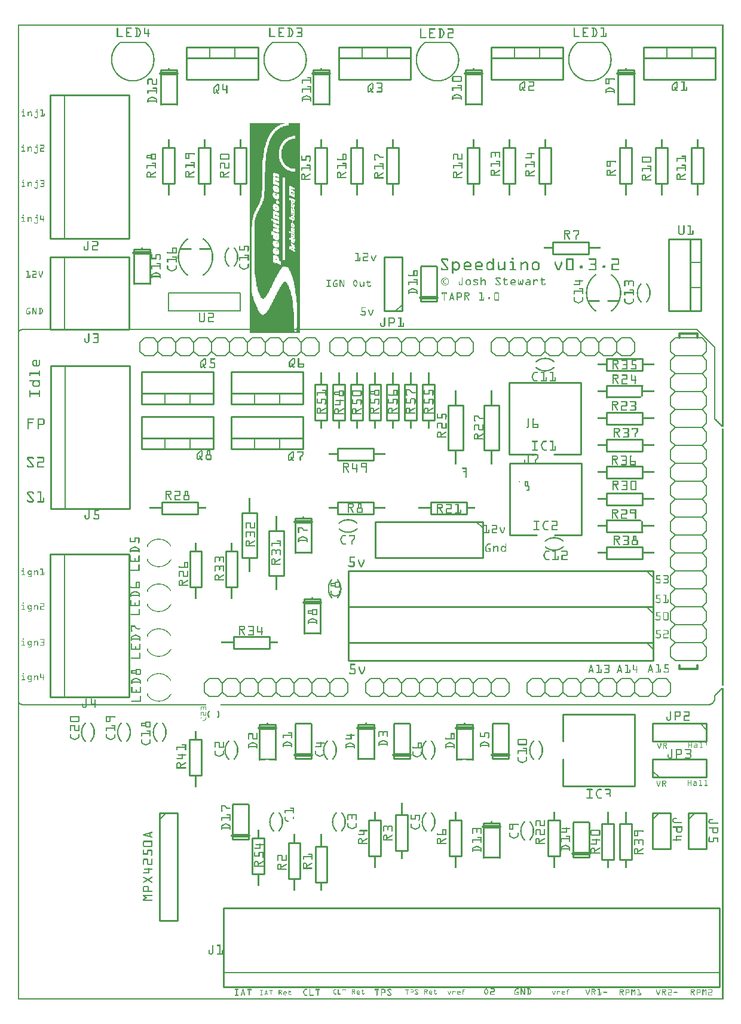
<source format=gto>
G04 MADE WITH FRITZING*
G04 WWW.FRITZING.ORG*
G04 DOUBLE SIDED*
G04 HOLES PLATED*
G04 CONTOUR ON CENTER OF CONTOUR VECTOR*
%ASAXBY*%
%FSLAX23Y23*%
%MOIN*%
%OFA0B0*%
%SFA1.0B1.0*%
%ADD10C,0.010000*%
%ADD11C,0.005000*%
%ADD12C,0.012000*%
%ADD13C,0.006000*%
%ADD14C,0.020000*%
%ADD15C,0.007874*%
%ADD16R,0.001000X0.001000*%
%LNSILK1*%
G90*
G70*
G54D10*
X1092Y3321D02*
X692Y3321D01*
D02*
X692Y3321D02*
X692Y3501D01*
D02*
X692Y3501D02*
X1092Y3501D01*
D02*
X1092Y3501D02*
X1092Y3321D01*
D02*
X1092Y3321D02*
X692Y3321D01*
D02*
X692Y3321D02*
X692Y3381D01*
D02*
X692Y3381D02*
X1092Y3381D01*
D02*
X1092Y3381D02*
X1092Y3321D01*
G54D11*
D02*
X962Y3321D02*
X962Y3381D01*
D02*
X822Y3321D02*
X822Y3381D01*
G54D10*
D02*
X1592Y3321D02*
X1192Y3321D01*
D02*
X1192Y3321D02*
X1192Y3501D01*
D02*
X1192Y3501D02*
X1592Y3501D01*
D02*
X1592Y3501D02*
X1592Y3321D01*
D02*
X1592Y3321D02*
X1192Y3321D01*
D02*
X1192Y3321D02*
X1192Y3381D01*
D02*
X1192Y3381D02*
X1592Y3381D01*
D02*
X1592Y3381D02*
X1592Y3321D01*
G54D11*
D02*
X1462Y3321D02*
X1462Y3381D01*
D02*
X1322Y3321D02*
X1322Y3381D01*
G54D10*
D02*
X1592Y3071D02*
X1192Y3071D01*
D02*
X1192Y3071D02*
X1192Y3251D01*
D02*
X1192Y3251D02*
X1592Y3251D01*
D02*
X1592Y3251D02*
X1592Y3071D01*
D02*
X1592Y3071D02*
X1192Y3071D01*
D02*
X1192Y3071D02*
X1192Y3131D01*
D02*
X1192Y3131D02*
X1592Y3131D01*
D02*
X1592Y3131D02*
X1592Y3071D01*
G54D11*
D02*
X1462Y3071D02*
X1462Y3131D01*
D02*
X1322Y3071D02*
X1322Y3131D01*
G54D10*
D02*
X1092Y3071D02*
X692Y3071D01*
D02*
X692Y3071D02*
X692Y3251D01*
D02*
X692Y3251D02*
X1092Y3251D01*
D02*
X1092Y3251D02*
X1092Y3071D01*
D02*
X1092Y3071D02*
X692Y3071D01*
D02*
X692Y3071D02*
X692Y3131D01*
D02*
X692Y3131D02*
X1092Y3131D01*
D02*
X1092Y3131D02*
X1092Y3071D01*
G54D11*
D02*
X962Y3071D02*
X962Y3131D01*
D02*
X822Y3071D02*
X822Y3131D01*
G54D10*
D02*
X1309Y701D02*
X1309Y901D01*
D02*
X1309Y901D02*
X1375Y901D01*
D02*
X1375Y901D02*
X1375Y701D01*
D02*
X1375Y701D02*
X1309Y701D01*
G54D12*
D02*
X3692Y1866D02*
X3692Y1846D01*
D02*
X3692Y1846D02*
X3792Y1846D01*
D02*
X3792Y1846D02*
X3792Y1866D01*
D02*
X3692Y3691D02*
X3692Y3716D01*
D02*
X3692Y3716D02*
X3792Y3716D01*
D02*
X3792Y3716D02*
X3792Y3691D01*
G54D13*
D02*
X3467Y1791D02*
X3517Y1791D01*
D02*
X3517Y1791D02*
X3542Y1766D01*
D02*
X3542Y1766D02*
X3542Y1716D01*
D02*
X3542Y1716D02*
X3517Y1691D01*
D02*
X3342Y1766D02*
X3367Y1791D01*
D02*
X3367Y1791D02*
X3417Y1791D01*
D02*
X3417Y1791D02*
X3442Y1766D01*
D02*
X3442Y1766D02*
X3442Y1716D01*
D02*
X3442Y1716D02*
X3417Y1691D01*
D02*
X3417Y1691D02*
X3367Y1691D01*
D02*
X3367Y1691D02*
X3342Y1716D01*
D02*
X3467Y1791D02*
X3442Y1766D01*
D02*
X3442Y1716D02*
X3467Y1691D01*
D02*
X3517Y1691D02*
X3467Y1691D01*
D02*
X3167Y1791D02*
X3217Y1791D01*
D02*
X3217Y1791D02*
X3242Y1766D01*
D02*
X3242Y1766D02*
X3242Y1716D01*
D02*
X3242Y1716D02*
X3217Y1691D01*
D02*
X3242Y1766D02*
X3267Y1791D01*
D02*
X3267Y1791D02*
X3317Y1791D01*
D02*
X3317Y1791D02*
X3342Y1766D01*
D02*
X3342Y1766D02*
X3342Y1716D01*
D02*
X3342Y1716D02*
X3317Y1691D01*
D02*
X3317Y1691D02*
X3267Y1691D01*
D02*
X3267Y1691D02*
X3242Y1716D01*
D02*
X3042Y1766D02*
X3067Y1791D01*
D02*
X3067Y1791D02*
X3117Y1791D01*
D02*
X3117Y1791D02*
X3142Y1766D01*
D02*
X3142Y1766D02*
X3142Y1716D01*
D02*
X3142Y1716D02*
X3117Y1691D01*
D02*
X3117Y1691D02*
X3067Y1691D01*
D02*
X3067Y1691D02*
X3042Y1716D01*
D02*
X3167Y1791D02*
X3142Y1766D01*
D02*
X3142Y1716D02*
X3167Y1691D01*
D02*
X3217Y1691D02*
X3167Y1691D01*
D02*
X2867Y1791D02*
X2917Y1791D01*
D02*
X2917Y1791D02*
X2942Y1766D01*
D02*
X2942Y1766D02*
X2942Y1716D01*
D02*
X2942Y1716D02*
X2917Y1691D01*
D02*
X2942Y1766D02*
X2967Y1791D01*
D02*
X2967Y1791D02*
X3017Y1791D01*
D02*
X3017Y1791D02*
X3042Y1766D01*
D02*
X3042Y1766D02*
X3042Y1716D01*
D02*
X3042Y1716D02*
X3017Y1691D01*
D02*
X3017Y1691D02*
X2967Y1691D01*
D02*
X2967Y1691D02*
X2942Y1716D01*
D02*
X2842Y1766D02*
X2842Y1716D01*
D02*
X2867Y1791D02*
X2842Y1766D01*
D02*
X2842Y1716D02*
X2867Y1691D01*
D02*
X2917Y1691D02*
X2867Y1691D01*
D02*
X3567Y1791D02*
X3617Y1791D01*
D02*
X3617Y1791D02*
X3642Y1766D01*
D02*
X3642Y1766D02*
X3642Y1716D01*
D02*
X3642Y1716D02*
X3617Y1691D01*
D02*
X3567Y1791D02*
X3542Y1766D01*
D02*
X3542Y1716D02*
X3567Y1691D01*
D02*
X3617Y1691D02*
X3567Y1691D01*
D02*
X2567Y1791D02*
X2617Y1791D01*
D02*
X2617Y1791D02*
X2642Y1766D01*
D02*
X2642Y1766D02*
X2642Y1716D01*
D02*
X2642Y1716D02*
X2617Y1691D01*
D02*
X2442Y1766D02*
X2467Y1791D01*
D02*
X2467Y1791D02*
X2517Y1791D01*
D02*
X2517Y1791D02*
X2542Y1766D01*
D02*
X2542Y1766D02*
X2542Y1716D01*
D02*
X2542Y1716D02*
X2517Y1691D01*
D02*
X2517Y1691D02*
X2467Y1691D01*
D02*
X2467Y1691D02*
X2442Y1716D01*
D02*
X2567Y1791D02*
X2542Y1766D01*
D02*
X2542Y1716D02*
X2567Y1691D01*
D02*
X2617Y1691D02*
X2567Y1691D01*
D02*
X2267Y1791D02*
X2317Y1791D01*
D02*
X2317Y1791D02*
X2342Y1766D01*
D02*
X2342Y1766D02*
X2342Y1716D01*
D02*
X2342Y1716D02*
X2317Y1691D01*
D02*
X2342Y1766D02*
X2367Y1791D01*
D02*
X2367Y1791D02*
X2417Y1791D01*
D02*
X2417Y1791D02*
X2442Y1766D01*
D02*
X2442Y1766D02*
X2442Y1716D01*
D02*
X2442Y1716D02*
X2417Y1691D01*
D02*
X2417Y1691D02*
X2367Y1691D01*
D02*
X2367Y1691D02*
X2342Y1716D01*
D02*
X2142Y1766D02*
X2167Y1791D01*
D02*
X2167Y1791D02*
X2217Y1791D01*
D02*
X2217Y1791D02*
X2242Y1766D01*
D02*
X2242Y1766D02*
X2242Y1716D01*
D02*
X2242Y1716D02*
X2217Y1691D01*
D02*
X2217Y1691D02*
X2167Y1691D01*
D02*
X2167Y1691D02*
X2142Y1716D01*
D02*
X2267Y1791D02*
X2242Y1766D01*
D02*
X2242Y1716D02*
X2267Y1691D01*
D02*
X2317Y1691D02*
X2267Y1691D01*
D02*
X1967Y1791D02*
X2017Y1791D01*
D02*
X2017Y1791D02*
X2042Y1766D01*
D02*
X2042Y1766D02*
X2042Y1716D01*
D02*
X2042Y1716D02*
X2017Y1691D01*
D02*
X2042Y1766D02*
X2067Y1791D01*
D02*
X2067Y1791D02*
X2117Y1791D01*
D02*
X2117Y1791D02*
X2142Y1766D01*
D02*
X2142Y1766D02*
X2142Y1716D01*
D02*
X2142Y1716D02*
X2117Y1691D01*
D02*
X2117Y1691D02*
X2067Y1691D01*
D02*
X2067Y1691D02*
X2042Y1716D01*
D02*
X1942Y1766D02*
X1942Y1716D01*
D02*
X1967Y1791D02*
X1942Y1766D01*
D02*
X1942Y1716D02*
X1967Y1691D01*
D02*
X2017Y1691D02*
X1967Y1691D01*
D02*
X2667Y1791D02*
X2717Y1791D01*
D02*
X2717Y1791D02*
X2742Y1766D01*
D02*
X2742Y1766D02*
X2742Y1716D01*
D02*
X2742Y1716D02*
X2717Y1691D01*
D02*
X2667Y1791D02*
X2642Y1766D01*
D02*
X2642Y1716D02*
X2667Y1691D01*
D02*
X2717Y1691D02*
X2667Y1691D01*
D02*
X2817Y3591D02*
X2767Y3591D01*
D02*
X2767Y3591D02*
X2742Y3616D01*
D02*
X2742Y3616D02*
X2742Y3666D01*
D02*
X2742Y3666D02*
X2767Y3691D01*
D02*
X2942Y3616D02*
X2917Y3591D01*
D02*
X2917Y3591D02*
X2867Y3591D01*
D02*
X2867Y3591D02*
X2842Y3616D01*
D02*
X2842Y3616D02*
X2842Y3666D01*
D02*
X2842Y3666D02*
X2867Y3691D01*
D02*
X2867Y3691D02*
X2917Y3691D01*
D02*
X2917Y3691D02*
X2942Y3666D01*
D02*
X2817Y3591D02*
X2842Y3616D01*
D02*
X2842Y3666D02*
X2817Y3691D01*
D02*
X2767Y3691D02*
X2817Y3691D01*
D02*
X3117Y3591D02*
X3067Y3591D01*
D02*
X3067Y3591D02*
X3042Y3616D01*
D02*
X3042Y3616D02*
X3042Y3666D01*
D02*
X3042Y3666D02*
X3067Y3691D01*
D02*
X3042Y3616D02*
X3017Y3591D01*
D02*
X3017Y3591D02*
X2967Y3591D01*
D02*
X2967Y3591D02*
X2942Y3616D01*
D02*
X2942Y3616D02*
X2942Y3666D01*
D02*
X2942Y3666D02*
X2967Y3691D01*
D02*
X2967Y3691D02*
X3017Y3691D01*
D02*
X3017Y3691D02*
X3042Y3666D01*
D02*
X3242Y3616D02*
X3217Y3591D01*
D02*
X3217Y3591D02*
X3167Y3591D01*
D02*
X3167Y3591D02*
X3142Y3616D01*
D02*
X3142Y3616D02*
X3142Y3666D01*
D02*
X3142Y3666D02*
X3167Y3691D01*
D02*
X3167Y3691D02*
X3217Y3691D01*
D02*
X3217Y3691D02*
X3242Y3666D01*
D02*
X3117Y3591D02*
X3142Y3616D01*
D02*
X3142Y3666D02*
X3117Y3691D01*
D02*
X3067Y3691D02*
X3117Y3691D01*
D02*
X3417Y3591D02*
X3367Y3591D01*
D02*
X3367Y3591D02*
X3342Y3616D01*
D02*
X3342Y3616D02*
X3342Y3666D01*
D02*
X3342Y3666D02*
X3367Y3691D01*
D02*
X3342Y3616D02*
X3317Y3591D01*
D02*
X3317Y3591D02*
X3267Y3591D01*
D02*
X3267Y3591D02*
X3242Y3616D01*
D02*
X3242Y3616D02*
X3242Y3666D01*
D02*
X3242Y3666D02*
X3267Y3691D01*
D02*
X3267Y3691D02*
X3317Y3691D01*
D02*
X3317Y3691D02*
X3342Y3666D01*
D02*
X3442Y3616D02*
X3442Y3666D01*
D02*
X3417Y3591D02*
X3442Y3616D01*
D02*
X3442Y3666D02*
X3417Y3691D01*
D02*
X3367Y3691D02*
X3417Y3691D01*
D02*
X2717Y3591D02*
X2667Y3591D01*
D02*
X2667Y3591D02*
X2642Y3616D01*
D02*
X2642Y3616D02*
X2642Y3666D01*
D02*
X2642Y3666D02*
X2667Y3691D01*
D02*
X2717Y3591D02*
X2742Y3616D01*
D02*
X2742Y3666D02*
X2717Y3691D01*
D02*
X2667Y3691D02*
X2717Y3691D01*
D02*
X1482Y3666D02*
X1507Y3691D01*
D02*
X1507Y3691D02*
X1557Y3691D01*
D02*
X1557Y3691D02*
X1582Y3666D01*
D02*
X1582Y3666D02*
X1582Y3616D01*
D02*
X1582Y3616D02*
X1557Y3591D01*
D02*
X1557Y3591D02*
X1507Y3591D01*
D02*
X1507Y3591D02*
X1482Y3616D01*
D02*
X1307Y3691D02*
X1357Y3691D01*
D02*
X1357Y3691D02*
X1382Y3666D01*
D02*
X1382Y3666D02*
X1382Y3616D01*
D02*
X1382Y3616D02*
X1357Y3591D01*
D02*
X1382Y3666D02*
X1407Y3691D01*
D02*
X1407Y3691D02*
X1457Y3691D01*
D02*
X1457Y3691D02*
X1482Y3666D01*
D02*
X1482Y3666D02*
X1482Y3616D01*
D02*
X1482Y3616D02*
X1457Y3591D01*
D02*
X1457Y3591D02*
X1407Y3591D01*
D02*
X1407Y3591D02*
X1382Y3616D01*
D02*
X1182Y3666D02*
X1207Y3691D01*
D02*
X1207Y3691D02*
X1257Y3691D01*
D02*
X1257Y3691D02*
X1282Y3666D01*
D02*
X1282Y3666D02*
X1282Y3616D01*
D02*
X1282Y3616D02*
X1257Y3591D01*
D02*
X1257Y3591D02*
X1207Y3591D01*
D02*
X1207Y3591D02*
X1182Y3616D01*
D02*
X1307Y3691D02*
X1282Y3666D01*
D02*
X1282Y3616D02*
X1307Y3591D01*
D02*
X1357Y3591D02*
X1307Y3591D01*
D02*
X1007Y3691D02*
X1057Y3691D01*
D02*
X1057Y3691D02*
X1082Y3666D01*
D02*
X1082Y3666D02*
X1082Y3616D01*
D02*
X1082Y3616D02*
X1057Y3591D01*
D02*
X1082Y3666D02*
X1107Y3691D01*
D02*
X1107Y3691D02*
X1157Y3691D01*
D02*
X1157Y3691D02*
X1182Y3666D01*
D02*
X1182Y3666D02*
X1182Y3616D01*
D02*
X1182Y3616D02*
X1157Y3591D01*
D02*
X1157Y3591D02*
X1107Y3591D01*
D02*
X1107Y3591D02*
X1082Y3616D01*
D02*
X882Y3666D02*
X907Y3691D01*
D02*
X907Y3691D02*
X957Y3691D01*
D02*
X957Y3691D02*
X982Y3666D01*
D02*
X982Y3666D02*
X982Y3616D01*
D02*
X982Y3616D02*
X957Y3591D01*
D02*
X957Y3591D02*
X907Y3591D01*
D02*
X907Y3591D02*
X882Y3616D01*
D02*
X1007Y3691D02*
X982Y3666D01*
D02*
X982Y3616D02*
X1007Y3591D01*
D02*
X1057Y3591D02*
X1007Y3591D01*
D02*
X707Y3691D02*
X757Y3691D01*
D02*
X757Y3691D02*
X782Y3666D01*
D02*
X782Y3666D02*
X782Y3616D01*
D02*
X782Y3616D02*
X757Y3591D01*
D02*
X782Y3666D02*
X807Y3691D01*
D02*
X807Y3691D02*
X857Y3691D01*
D02*
X857Y3691D02*
X882Y3666D01*
D02*
X882Y3666D02*
X882Y3616D01*
D02*
X882Y3616D02*
X857Y3591D01*
D02*
X857Y3591D02*
X807Y3591D01*
D02*
X807Y3591D02*
X782Y3616D01*
D02*
X682Y3666D02*
X682Y3616D01*
D02*
X707Y3691D02*
X682Y3666D01*
D02*
X682Y3616D02*
X707Y3591D01*
D02*
X757Y3591D02*
X707Y3591D01*
D02*
X1607Y3691D02*
X1657Y3691D01*
D02*
X1657Y3691D02*
X1682Y3666D01*
D02*
X1682Y3666D02*
X1682Y3616D01*
D02*
X1682Y3616D02*
X1657Y3591D01*
D02*
X1607Y3691D02*
X1582Y3666D01*
D02*
X1582Y3616D02*
X1607Y3591D01*
D02*
X1657Y3591D02*
X1607Y3591D01*
D02*
X1667Y1791D02*
X1717Y1791D01*
D02*
X1717Y1791D02*
X1742Y1766D01*
D02*
X1742Y1766D02*
X1742Y1716D01*
D02*
X1742Y1716D02*
X1717Y1691D01*
D02*
X1542Y1766D02*
X1567Y1791D01*
D02*
X1567Y1791D02*
X1617Y1791D01*
D02*
X1617Y1791D02*
X1642Y1766D01*
D02*
X1642Y1766D02*
X1642Y1716D01*
D02*
X1642Y1716D02*
X1617Y1691D01*
D02*
X1617Y1691D02*
X1567Y1691D01*
D02*
X1567Y1691D02*
X1542Y1716D01*
D02*
X1667Y1791D02*
X1642Y1766D01*
D02*
X1642Y1716D02*
X1667Y1691D01*
D02*
X1717Y1691D02*
X1667Y1691D01*
D02*
X1367Y1791D02*
X1417Y1791D01*
D02*
X1417Y1791D02*
X1442Y1766D01*
D02*
X1442Y1766D02*
X1442Y1716D01*
D02*
X1442Y1716D02*
X1417Y1691D01*
D02*
X1442Y1766D02*
X1467Y1791D01*
D02*
X1467Y1791D02*
X1517Y1791D01*
D02*
X1517Y1791D02*
X1542Y1766D01*
D02*
X1542Y1766D02*
X1542Y1716D01*
D02*
X1542Y1716D02*
X1517Y1691D01*
D02*
X1517Y1691D02*
X1467Y1691D01*
D02*
X1467Y1691D02*
X1442Y1716D01*
D02*
X1242Y1766D02*
X1267Y1791D01*
D02*
X1267Y1791D02*
X1317Y1791D01*
D02*
X1317Y1791D02*
X1342Y1766D01*
D02*
X1342Y1766D02*
X1342Y1716D01*
D02*
X1342Y1716D02*
X1317Y1691D01*
D02*
X1317Y1691D02*
X1267Y1691D01*
D02*
X1267Y1691D02*
X1242Y1716D01*
D02*
X1367Y1791D02*
X1342Y1766D01*
D02*
X1342Y1716D02*
X1367Y1691D01*
D02*
X1417Y1691D02*
X1367Y1691D01*
D02*
X1067Y1791D02*
X1117Y1791D01*
D02*
X1117Y1791D02*
X1142Y1766D01*
D02*
X1142Y1766D02*
X1142Y1716D01*
D02*
X1142Y1716D02*
X1117Y1691D01*
D02*
X1142Y1766D02*
X1167Y1791D01*
D02*
X1167Y1791D02*
X1217Y1791D01*
D02*
X1217Y1791D02*
X1242Y1766D01*
D02*
X1242Y1766D02*
X1242Y1716D01*
D02*
X1242Y1716D02*
X1217Y1691D01*
D02*
X1217Y1691D02*
X1167Y1691D01*
D02*
X1167Y1691D02*
X1142Y1716D01*
D02*
X1042Y1766D02*
X1042Y1716D01*
D02*
X1067Y1791D02*
X1042Y1766D01*
D02*
X1042Y1716D02*
X1067Y1691D01*
D02*
X1117Y1691D02*
X1067Y1691D01*
D02*
X1767Y1791D02*
X1817Y1791D01*
D02*
X1817Y1791D02*
X1842Y1766D01*
D02*
X1842Y1766D02*
X1842Y1716D01*
D02*
X1842Y1716D02*
X1817Y1691D01*
D02*
X1767Y1791D02*
X1742Y1766D01*
D02*
X1742Y1716D02*
X1767Y1691D01*
D02*
X1817Y1691D02*
X1767Y1691D01*
D02*
X1917Y3591D02*
X1867Y3591D01*
D02*
X1867Y3591D02*
X1842Y3616D01*
D02*
X1842Y3616D02*
X1842Y3666D01*
D02*
X1842Y3666D02*
X1867Y3691D01*
D02*
X2042Y3616D02*
X2017Y3591D01*
D02*
X2017Y3591D02*
X1967Y3591D01*
D02*
X1967Y3591D02*
X1942Y3616D01*
D02*
X1942Y3616D02*
X1942Y3666D01*
D02*
X1942Y3666D02*
X1967Y3691D01*
D02*
X1967Y3691D02*
X2017Y3691D01*
D02*
X2017Y3691D02*
X2042Y3666D01*
D02*
X1917Y3591D02*
X1942Y3616D01*
D02*
X1942Y3666D02*
X1917Y3691D01*
D02*
X1867Y3691D02*
X1917Y3691D01*
D02*
X2217Y3591D02*
X2167Y3591D01*
D02*
X2167Y3591D02*
X2142Y3616D01*
D02*
X2142Y3616D02*
X2142Y3666D01*
D02*
X2142Y3666D02*
X2167Y3691D01*
D02*
X2142Y3616D02*
X2117Y3591D01*
D02*
X2117Y3591D02*
X2067Y3591D01*
D02*
X2067Y3591D02*
X2042Y3616D01*
D02*
X2042Y3616D02*
X2042Y3666D01*
D02*
X2042Y3666D02*
X2067Y3691D01*
D02*
X2067Y3691D02*
X2117Y3691D01*
D02*
X2117Y3691D02*
X2142Y3666D01*
D02*
X2342Y3616D02*
X2317Y3591D01*
D02*
X2317Y3591D02*
X2267Y3591D01*
D02*
X2267Y3591D02*
X2242Y3616D01*
D02*
X2242Y3616D02*
X2242Y3666D01*
D02*
X2242Y3666D02*
X2267Y3691D01*
D02*
X2267Y3691D02*
X2317Y3691D01*
D02*
X2317Y3691D02*
X2342Y3666D01*
D02*
X2217Y3591D02*
X2242Y3616D01*
D02*
X2242Y3666D02*
X2217Y3691D01*
D02*
X2167Y3691D02*
X2217Y3691D01*
D02*
X2517Y3591D02*
X2467Y3591D01*
D02*
X2467Y3591D02*
X2442Y3616D01*
D02*
X2442Y3616D02*
X2442Y3666D01*
D02*
X2442Y3666D02*
X2467Y3691D01*
D02*
X2442Y3616D02*
X2417Y3591D01*
D02*
X2417Y3591D02*
X2367Y3591D01*
D02*
X2367Y3591D02*
X2342Y3616D01*
D02*
X2342Y3616D02*
X2342Y3666D01*
D02*
X2342Y3666D02*
X2367Y3691D01*
D02*
X2367Y3691D02*
X2417Y3691D01*
D02*
X2417Y3691D02*
X2442Y3666D01*
D02*
X2542Y3616D02*
X2542Y3666D01*
D02*
X2517Y3591D02*
X2542Y3616D01*
D02*
X2542Y3666D02*
X2517Y3691D01*
D02*
X2467Y3691D02*
X2517Y3691D01*
D02*
X1817Y3591D02*
X1767Y3591D01*
D02*
X1767Y3591D02*
X1742Y3616D01*
D02*
X1742Y3616D02*
X1742Y3666D01*
D02*
X1742Y3666D02*
X1767Y3691D01*
D02*
X1817Y3591D02*
X1842Y3616D01*
D02*
X1842Y3666D02*
X1817Y3691D01*
D02*
X1767Y3691D02*
X1817Y3691D01*
D02*
X3667Y3691D02*
X3642Y3666D01*
D02*
X3642Y3666D02*
X3642Y3616D01*
D02*
X3642Y3616D02*
X3667Y3591D01*
D02*
X3667Y3591D02*
X3642Y3566D01*
D02*
X3642Y3566D02*
X3642Y3516D01*
D02*
X3642Y3516D02*
X3667Y3491D01*
D02*
X3667Y3491D02*
X3642Y3466D01*
D02*
X3642Y3466D02*
X3642Y3416D01*
D02*
X3642Y3416D02*
X3667Y3391D01*
D02*
X3667Y3391D02*
X3642Y3366D01*
D02*
X3642Y3366D02*
X3642Y3316D01*
D02*
X3642Y3316D02*
X3667Y3291D01*
D02*
X3667Y3291D02*
X3642Y3266D01*
D02*
X3642Y3266D02*
X3642Y3216D01*
D02*
X3642Y3216D02*
X3667Y3191D01*
D02*
X3667Y3191D02*
X3642Y3166D01*
D02*
X3642Y3166D02*
X3642Y3116D01*
D02*
X3642Y3116D02*
X3667Y3091D01*
D02*
X3667Y3691D02*
X3817Y3691D01*
D02*
X3817Y3691D02*
X3842Y3666D01*
D02*
X3842Y3666D02*
X3842Y3616D01*
D02*
X3842Y3616D02*
X3817Y3591D01*
D02*
X3817Y3591D02*
X3842Y3566D01*
D02*
X3842Y3566D02*
X3842Y3516D01*
D02*
X3842Y3516D02*
X3817Y3491D01*
D02*
X3817Y3491D02*
X3842Y3466D01*
D02*
X3842Y3466D02*
X3842Y3416D01*
D02*
X3842Y3416D02*
X3817Y3391D01*
D02*
X3817Y3391D02*
X3842Y3366D01*
D02*
X3842Y3366D02*
X3842Y3316D01*
D02*
X3842Y3316D02*
X3817Y3291D01*
D02*
X3817Y3291D02*
X3842Y3266D01*
D02*
X3842Y3266D02*
X3842Y3216D01*
D02*
X3842Y3216D02*
X3817Y3191D01*
D02*
X3817Y3191D02*
X3842Y3166D01*
D02*
X3842Y3166D02*
X3842Y3116D01*
D02*
X3842Y3116D02*
X3817Y3091D01*
D02*
X3817Y3091D02*
X3842Y3066D01*
D02*
X3842Y3066D02*
X3842Y3016D01*
D02*
X3842Y3016D02*
X3817Y2991D01*
D02*
X3817Y2991D02*
X3842Y2966D01*
D02*
X3842Y2966D02*
X3842Y2916D01*
D02*
X3842Y2916D02*
X3817Y2891D01*
D02*
X3817Y2891D02*
X3842Y2866D01*
D02*
X3842Y2866D02*
X3842Y2816D01*
D02*
X3842Y2816D02*
X3817Y2791D01*
D02*
X3817Y2791D02*
X3842Y2766D01*
D02*
X3842Y2766D02*
X3842Y2716D01*
D02*
X3842Y2716D02*
X3817Y2691D01*
D02*
X3817Y2691D02*
X3842Y2666D01*
D02*
X3842Y2666D02*
X3842Y2616D01*
D02*
X3842Y2616D02*
X3817Y2591D01*
D02*
X3817Y2591D02*
X3842Y2566D01*
D02*
X3842Y2566D02*
X3842Y2516D01*
D02*
X3817Y2491D02*
X3842Y2516D01*
D02*
X3817Y2491D02*
X3842Y2466D01*
D02*
X3842Y2416D02*
X3842Y2466D01*
D02*
X3842Y2416D02*
X3817Y2391D01*
D02*
X3817Y2391D02*
X3842Y2366D01*
D02*
X3842Y2316D02*
X3842Y2366D01*
D02*
X3842Y2316D02*
X3817Y2291D01*
D02*
X3817Y2291D02*
X3842Y2266D01*
D02*
X3842Y2216D02*
X3842Y2266D01*
D02*
X3842Y2216D02*
X3817Y2191D01*
D02*
X3817Y2191D02*
X3842Y2166D01*
D02*
X3842Y2116D02*
X3842Y2166D01*
D02*
X3842Y2116D02*
X3817Y2091D01*
D02*
X3817Y2091D02*
X3842Y2066D01*
D02*
X3842Y2016D02*
X3842Y2066D01*
D02*
X3842Y2016D02*
X3817Y1991D01*
D02*
X3817Y1991D02*
X3842Y1966D01*
D02*
X3842Y1916D02*
X3842Y1966D01*
D02*
X3842Y1916D02*
X3817Y1891D01*
D02*
X3667Y1891D02*
X3642Y1916D01*
D02*
X3642Y1916D02*
X3642Y1966D01*
D02*
X3667Y1991D02*
X3642Y1966D01*
D02*
X3667Y1991D02*
X3642Y2016D01*
D02*
X3642Y2016D02*
X3642Y2066D01*
D02*
X3667Y2091D02*
X3642Y2066D01*
D02*
X3667Y2091D02*
X3642Y2116D01*
D02*
X3642Y2166D02*
X3642Y2116D01*
D02*
X3642Y2166D02*
X3667Y2191D01*
D02*
X3667Y2191D02*
X3642Y2216D01*
D02*
X3642Y2266D02*
X3642Y2216D01*
D02*
X3642Y2266D02*
X3667Y2291D01*
D02*
X3667Y2291D02*
X3642Y2316D01*
D02*
X3642Y2316D02*
X3642Y2366D01*
D02*
X3667Y2391D02*
X3642Y2366D01*
D02*
X3667Y2391D02*
X3642Y2416D01*
D02*
X3642Y2416D02*
X3642Y2466D01*
D02*
X3667Y2491D02*
X3642Y2466D01*
D02*
X3667Y2491D02*
X3642Y2516D01*
D02*
X3642Y2516D02*
X3642Y2566D01*
D02*
X3667Y2591D02*
X3642Y2566D01*
D02*
X3667Y2591D02*
X3642Y2616D01*
D02*
X3642Y2616D02*
X3642Y2666D01*
D02*
X3667Y2691D02*
X3642Y2666D01*
D02*
X3667Y2691D02*
X3642Y2716D01*
D02*
X3642Y2716D02*
X3642Y2766D01*
D02*
X3667Y2791D02*
X3642Y2766D01*
D02*
X3667Y2791D02*
X3642Y2816D01*
D02*
X3642Y2816D02*
X3642Y2866D01*
D02*
X3667Y2891D02*
X3642Y2866D01*
D02*
X3667Y2891D02*
X3642Y2916D01*
D02*
X3642Y2916D02*
X3642Y2966D01*
D02*
X3667Y2991D02*
X3642Y2966D01*
D02*
X3667Y2991D02*
X3642Y3016D01*
D02*
X3642Y3016D02*
X3642Y3066D01*
D02*
X3667Y3091D02*
X3642Y3066D01*
D02*
X3817Y3591D02*
X3667Y3591D01*
D02*
X3817Y3491D02*
X3667Y3491D01*
D02*
X3817Y3391D02*
X3667Y3391D01*
D02*
X3817Y3291D02*
X3667Y3291D01*
D02*
X3817Y3191D02*
X3667Y3191D01*
D02*
X3817Y3091D02*
X3667Y3091D01*
D02*
X3817Y2991D02*
X3667Y2991D01*
D02*
X3817Y2891D02*
X3667Y2891D01*
D02*
X3817Y2791D02*
X3667Y2791D01*
D02*
X3817Y2691D02*
X3667Y2691D01*
D02*
X3817Y2591D02*
X3667Y2591D01*
D02*
X3817Y2491D02*
X3667Y2491D01*
D02*
X3817Y2391D02*
X3667Y2391D01*
D02*
X3817Y2291D02*
X3667Y2291D01*
D02*
X3817Y2191D02*
X3667Y2191D01*
D02*
X3817Y2091D02*
X3667Y2091D01*
D02*
X3817Y1991D02*
X3667Y1991D01*
D02*
X3817Y1891D02*
X3667Y1891D01*
G54D10*
D02*
X2247Y3895D02*
X2247Y4090D01*
D02*
X2337Y4090D02*
X2337Y3895D01*
D02*
X2337Y3895D02*
X2247Y3895D01*
G54D14*
D02*
X2337Y3915D02*
X2247Y3915D01*
G54D10*
D02*
X959Y1251D02*
X959Y1451D01*
D02*
X959Y1451D02*
X1025Y1451D01*
D02*
X1025Y1451D02*
X1025Y1251D01*
D02*
X1025Y1251D02*
X959Y1251D01*
D02*
X792Y1041D02*
X792Y441D01*
D02*
X792Y441D02*
X892Y441D01*
D02*
X892Y441D02*
X892Y1041D01*
D02*
X892Y1041D02*
X792Y1041D01*
G54D11*
D02*
X792Y1006D02*
X827Y1041D01*
G54D10*
D02*
X3042Y1191D02*
X3442Y1191D01*
D02*
X3442Y1191D02*
X3442Y1591D01*
D02*
X3442Y1591D02*
X3042Y1591D01*
D02*
X3042Y1191D02*
X3042Y1341D01*
D02*
X3042Y1441D02*
X3042Y1591D01*
D02*
X3542Y1241D02*
X3842Y1241D01*
D02*
X3842Y1241D02*
X3842Y1341D01*
D02*
X3842Y1341D02*
X3542Y1341D01*
D02*
X3542Y1341D02*
X3542Y1241D01*
G54D11*
D02*
X3577Y1241D02*
X3542Y1276D01*
G54D10*
D02*
X3842Y1541D02*
X3542Y1541D01*
D02*
X3542Y1541D02*
X3542Y1441D01*
D02*
X3542Y1441D02*
X3842Y1441D01*
D02*
X3842Y1441D02*
X3842Y1541D01*
G54D11*
D02*
X3807Y1541D02*
X3842Y1506D01*
G54D10*
D02*
X2143Y3841D02*
X2143Y4141D01*
D02*
X2143Y4141D02*
X2043Y4141D01*
D02*
X2043Y4141D02*
X2043Y3841D01*
D02*
X2043Y3841D02*
X2143Y3841D01*
G54D11*
D02*
X2143Y3876D02*
X2108Y3841D01*
G54D10*
D02*
X3325Y982D02*
X3325Y782D01*
D02*
X3325Y782D02*
X3259Y782D01*
D02*
X3259Y782D02*
X3259Y982D01*
D02*
X3259Y982D02*
X3325Y982D01*
D02*
X3425Y982D02*
X3425Y782D01*
D02*
X3425Y782D02*
X3359Y782D01*
D02*
X3359Y782D02*
X3359Y982D01*
D02*
X3359Y982D02*
X3425Y982D01*
D02*
X3542Y1041D02*
X3542Y841D01*
D02*
X3542Y841D02*
X3642Y841D01*
D02*
X3642Y841D02*
X3642Y1041D01*
D02*
X3642Y1041D02*
X3542Y1041D01*
G54D11*
D02*
X3542Y1006D02*
X3577Y1041D01*
G54D10*
D02*
X3742Y1041D02*
X3742Y841D01*
D02*
X3742Y841D02*
X3842Y841D01*
D02*
X3842Y841D02*
X3842Y1041D01*
D02*
X3842Y1041D02*
X3742Y1041D01*
G54D11*
D02*
X3742Y1006D02*
X3777Y1041D01*
G54D10*
D02*
X3483Y2458D02*
X3283Y2458D01*
D02*
X3283Y2458D02*
X3283Y2524D01*
D02*
X3283Y2524D02*
X3483Y2524D01*
D02*
X3483Y2524D02*
X3483Y2458D01*
D02*
X2325Y3432D02*
X2325Y3232D01*
D02*
X2325Y3232D02*
X2259Y3232D01*
D02*
X2259Y3232D02*
X2259Y3432D01*
D02*
X2259Y3432D02*
X2325Y3432D01*
D02*
X1825Y3432D02*
X1825Y3232D01*
D02*
X1825Y3232D02*
X1759Y3232D01*
D02*
X1759Y3232D02*
X1759Y3432D01*
D02*
X1759Y3432D02*
X1825Y3432D01*
D02*
X3483Y3058D02*
X3283Y3058D01*
D02*
X3283Y3058D02*
X3283Y3124D01*
D02*
X3283Y3124D02*
X3483Y3124D01*
D02*
X3483Y3124D02*
X3483Y3058D01*
D02*
X3483Y2908D02*
X3283Y2908D01*
D02*
X3283Y2908D02*
X3283Y2974D01*
D02*
X3283Y2974D02*
X3483Y2974D01*
D02*
X3483Y2974D02*
X3483Y2908D01*
D02*
X2125Y3432D02*
X2125Y3232D01*
D02*
X2125Y3232D02*
X2059Y3232D01*
D02*
X2059Y3232D02*
X2059Y3432D01*
D02*
X2059Y3432D02*
X2125Y3432D01*
D02*
X1983Y3008D02*
X1783Y3008D01*
D02*
X1783Y3008D02*
X1783Y3074D01*
D02*
X1783Y3074D02*
X1983Y3074D01*
D02*
X1983Y3074D02*
X1983Y3008D01*
D02*
X3483Y3508D02*
X3283Y3508D01*
D02*
X3283Y3508D02*
X3283Y3574D01*
D02*
X3283Y3574D02*
X3483Y3574D01*
D02*
X3483Y3574D02*
X3483Y3508D01*
D02*
X3812Y4241D02*
X3812Y3841D01*
D02*
X3812Y3841D02*
X3632Y3841D01*
D02*
X3632Y3841D02*
X3632Y4241D01*
D02*
X3632Y4241D02*
X3812Y4241D01*
D02*
X3812Y4241D02*
X3812Y3841D01*
D02*
X3812Y3841D02*
X3752Y3841D01*
D02*
X3752Y3841D02*
X3752Y4241D01*
D02*
X3752Y4241D02*
X3812Y4241D01*
G54D11*
D02*
X3812Y4111D02*
X3752Y4111D01*
D02*
X3812Y3971D02*
X3752Y3971D01*
G54D10*
D02*
X737Y4187D02*
X737Y3992D01*
D02*
X647Y3992D02*
X647Y4187D01*
D02*
X647Y4187D02*
X737Y4187D01*
G54D14*
D02*
X647Y4167D02*
X737Y4167D01*
G54D11*
D02*
X842Y3941D02*
X842Y3841D01*
D02*
X842Y3841D02*
X1242Y3841D01*
D02*
X1242Y3841D02*
X1242Y3941D01*
D02*
X1242Y3941D02*
X842Y3941D01*
G54D10*
D02*
X3143Y2591D02*
X3143Y2991D01*
D02*
X3143Y2991D02*
X2743Y2991D01*
D02*
X2743Y2991D02*
X2743Y2591D01*
D02*
X3143Y2591D02*
X2993Y2591D01*
D02*
X2893Y2591D02*
X2743Y2591D01*
D02*
X3142Y3041D02*
X3142Y3441D01*
D02*
X3142Y3441D02*
X2742Y3441D01*
D02*
X2742Y3441D02*
X2742Y3041D01*
D02*
X3142Y3041D02*
X2992Y3041D01*
D02*
X2892Y3041D02*
X2742Y3041D01*
D02*
X3483Y2608D02*
X3283Y2608D01*
D02*
X3283Y2608D02*
X3283Y2674D01*
D02*
X2225Y3432D02*
X2225Y3232D01*
D02*
X2225Y3232D02*
X2159Y3232D01*
D02*
X2159Y3232D02*
X2159Y3432D01*
D02*
X2159Y3432D02*
X2225Y3432D01*
D02*
X1925Y3432D02*
X1925Y3232D01*
D02*
X1925Y3232D02*
X1859Y3232D01*
D02*
X1859Y3232D02*
X1859Y3432D01*
D02*
X1859Y3432D02*
X1925Y3432D01*
D02*
X3483Y3208D02*
X3283Y3208D01*
D02*
X3283Y3208D02*
X3283Y3274D01*
D02*
X3283Y3274D02*
X3483Y3274D01*
D02*
X3483Y3274D02*
X3483Y3208D01*
D02*
X3483Y2758D02*
X3283Y2758D01*
D02*
X3283Y2758D02*
X3283Y2824D01*
D02*
X3283Y2824D02*
X3483Y2824D01*
D02*
X3483Y2824D02*
X3483Y2758D01*
D02*
X2026Y3432D02*
X2026Y3232D01*
D02*
X2026Y3232D02*
X1960Y3232D01*
D02*
X1960Y3232D02*
X1960Y3432D01*
D02*
X1960Y3432D02*
X2026Y3432D01*
D02*
X1725Y3432D02*
X1725Y3232D01*
D02*
X1725Y3232D02*
X1659Y3232D01*
D02*
X1659Y3232D02*
X1659Y3432D01*
D02*
X1659Y3432D02*
X1725Y3432D01*
D02*
X3283Y3358D02*
X3283Y3424D01*
D02*
X3283Y3424D02*
X3483Y3424D01*
D02*
X1402Y2366D02*
X1402Y2616D01*
D02*
X1402Y2616D02*
X1484Y2616D01*
D02*
X1484Y2616D02*
X1484Y2366D01*
D02*
X1484Y2366D02*
X1402Y2366D01*
D02*
X2602Y3066D02*
X2602Y3316D01*
D02*
X2602Y3316D02*
X2684Y3316D01*
D02*
X2684Y3316D02*
X2684Y3066D01*
D02*
X2684Y3066D02*
X2602Y3066D01*
D02*
X1334Y2717D02*
X1334Y2467D01*
D02*
X1334Y2467D02*
X1252Y2467D01*
D02*
X1252Y2467D02*
X1252Y2717D01*
D02*
X1252Y2717D02*
X1334Y2717D01*
D02*
X2484Y3317D02*
X2484Y3067D01*
D02*
X2484Y3067D02*
X2402Y3067D01*
D02*
X2402Y3067D02*
X2402Y3317D01*
D02*
X2402Y3317D02*
X2484Y3317D01*
D02*
X1160Y2301D02*
X1160Y2501D01*
D02*
X1160Y2501D02*
X1226Y2501D01*
D02*
X1226Y2501D02*
X1226Y2301D01*
D02*
X1226Y2301D02*
X1160Y2301D01*
D02*
X803Y2774D02*
X1003Y2774D01*
D02*
X1003Y2774D02*
X1003Y2708D01*
D02*
X1003Y2708D02*
X803Y2708D01*
D02*
X803Y2708D02*
X803Y2774D01*
D02*
X1203Y2024D02*
X1403Y2024D01*
D02*
X1403Y2024D02*
X1403Y1958D01*
D02*
X1403Y1958D02*
X1203Y1958D01*
D02*
X1203Y1958D02*
X1203Y2024D01*
D02*
X960Y2301D02*
X960Y2501D01*
D02*
X960Y2501D02*
X1026Y2501D01*
D02*
X1026Y2501D02*
X1026Y2301D01*
D02*
X1026Y2301D02*
X960Y2301D01*
D02*
X2303Y2774D02*
X2503Y2774D01*
D02*
X2503Y2774D02*
X2503Y2708D01*
D02*
X2503Y2708D02*
X2303Y2708D01*
D02*
X2303Y2708D02*
X2303Y2774D01*
D02*
X2175Y1032D02*
X2175Y832D01*
D02*
X2175Y832D02*
X2109Y832D01*
D02*
X2109Y832D02*
X2109Y1032D01*
D02*
X2109Y1032D02*
X2175Y1032D01*
D02*
X1726Y857D02*
X1726Y657D01*
D02*
X1726Y657D02*
X1660Y657D01*
D02*
X1660Y657D02*
X1660Y857D01*
D02*
X1660Y857D02*
X1726Y857D01*
D02*
X1959Y801D02*
X1959Y1001D01*
D02*
X1959Y1001D02*
X2025Y1001D01*
D02*
X2025Y1001D02*
X2025Y801D01*
D02*
X2025Y801D02*
X1959Y801D01*
D02*
X1510Y676D02*
X1510Y876D01*
D02*
X1510Y876D02*
X1576Y876D01*
D02*
X1576Y876D02*
X1576Y676D01*
D02*
X1576Y676D02*
X1510Y676D01*
D02*
X2097Y1345D02*
X2097Y1540D01*
D02*
X2187Y1540D02*
X2187Y1345D01*
D02*
X2187Y1345D02*
X2097Y1345D01*
G54D14*
D02*
X2187Y1365D02*
X2097Y1365D01*
G54D10*
D02*
X1437Y1535D02*
X1437Y1340D01*
D02*
X1347Y1340D02*
X1347Y1535D01*
D02*
X1347Y1535D02*
X1437Y1535D01*
G54D14*
D02*
X1347Y1515D02*
X1437Y1515D01*
G54D10*
D02*
X1547Y1345D02*
X1547Y1540D01*
D02*
X1637Y1540D02*
X1637Y1345D01*
D02*
X1637Y1345D02*
X1547Y1345D01*
G54D14*
D02*
X1637Y1365D02*
X1547Y1365D01*
G54D10*
D02*
X1197Y895D02*
X1197Y1090D01*
D02*
X1287Y1090D02*
X1287Y895D01*
D02*
X1287Y895D02*
X1197Y895D01*
G54D14*
D02*
X1287Y915D02*
X1197Y915D01*
G54D10*
D02*
X1688Y2237D02*
X1688Y2042D01*
D02*
X1598Y2042D02*
X1598Y2237D01*
D02*
X1598Y2237D02*
X1688Y2237D01*
G54D14*
D02*
X1598Y2217D02*
X1688Y2217D01*
G54D10*
D02*
X1987Y1537D02*
X1987Y1342D01*
D02*
X1897Y1342D02*
X1897Y1537D01*
D02*
X1897Y1537D02*
X1987Y1537D01*
G54D14*
D02*
X1897Y1517D02*
X1987Y1517D01*
G54D10*
D02*
X623Y2738D02*
X623Y3535D01*
D02*
X623Y3535D02*
X183Y3535D01*
D02*
X183Y3535D02*
X183Y2738D01*
D02*
X183Y2738D02*
X623Y2738D01*
G54D11*
D02*
X263Y3535D02*
X263Y2738D01*
G54D10*
D02*
X3915Y512D02*
X1149Y512D01*
D02*
X1149Y512D02*
X1149Y72D01*
D02*
X1149Y72D02*
X3915Y72D01*
D02*
X3915Y72D02*
X3915Y512D01*
G54D11*
D02*
X1149Y152D02*
X3915Y152D01*
G54D10*
D02*
X2959Y801D02*
X2959Y1001D01*
D02*
X2959Y1001D02*
X3025Y1001D01*
D02*
X3025Y1001D02*
X3025Y801D01*
D02*
X3025Y801D02*
X2959Y801D01*
D02*
X2409Y801D02*
X2409Y1001D01*
D02*
X2409Y1001D02*
X2475Y1001D01*
D02*
X2475Y1001D02*
X2475Y801D01*
D02*
X2475Y801D02*
X2409Y801D01*
D02*
X3097Y795D02*
X3097Y990D01*
D02*
X3187Y990D02*
X3187Y795D01*
D02*
X3187Y795D02*
X3097Y795D01*
G54D14*
D02*
X3187Y815D02*
X3097Y815D01*
G54D10*
D02*
X2647Y1345D02*
X2647Y1540D01*
D02*
X2737Y1540D02*
X2737Y1345D01*
D02*
X2737Y1345D02*
X2647Y1345D01*
G54D14*
D02*
X2737Y1365D02*
X2647Y1365D01*
G54D10*
D02*
X2687Y987D02*
X2687Y792D01*
D02*
X2597Y792D02*
X2597Y987D01*
D02*
X2597Y987D02*
X2687Y987D01*
G54D14*
D02*
X2597Y967D02*
X2687Y967D01*
G54D10*
D02*
X2537Y1535D02*
X2537Y1340D01*
D02*
X2447Y1340D02*
X2447Y1535D01*
D02*
X2447Y1535D02*
X2537Y1535D01*
G54D14*
D02*
X2447Y1515D02*
X2537Y1515D01*
G54D10*
D02*
X3183Y4158D02*
X2983Y4158D01*
D02*
X2983Y4158D02*
X2983Y4224D01*
D02*
X2983Y4224D02*
X3183Y4224D01*
D02*
X3183Y4224D02*
X3183Y4158D01*
D02*
X1984Y2708D02*
X1784Y2708D01*
D02*
X1784Y2708D02*
X1784Y2774D01*
D02*
X1784Y2774D02*
X1984Y2774D01*
D02*
X1984Y2774D02*
X1984Y2708D01*
D02*
X1638Y2687D02*
X1638Y2492D01*
D02*
X1548Y2492D02*
X1548Y2687D01*
D02*
X1548Y2687D02*
X1638Y2687D01*
G54D14*
D02*
X1548Y2667D02*
X1638Y2667D01*
G54D10*
D02*
X809Y4551D02*
X809Y4751D01*
D02*
X809Y4751D02*
X875Y4751D01*
D02*
X875Y4751D02*
X875Y4551D01*
D02*
X875Y4551D02*
X809Y4551D01*
D02*
X2509Y4551D02*
X2509Y4751D01*
D02*
X2509Y4751D02*
X2575Y4751D01*
D02*
X2575Y4751D02*
X2575Y4551D01*
D02*
X2575Y4551D02*
X2509Y4551D01*
D02*
X1659Y4551D02*
X1659Y4751D01*
D02*
X1659Y4751D02*
X1725Y4751D01*
D02*
X1725Y4751D02*
X1725Y4551D01*
D02*
X1725Y4551D02*
X1659Y4551D01*
D02*
X3359Y4551D02*
X3359Y4751D01*
D02*
X3359Y4751D02*
X3425Y4751D01*
D02*
X3425Y4751D02*
X3425Y4551D01*
D02*
X3425Y4551D02*
X3359Y4551D01*
D02*
X887Y5187D02*
X887Y4992D01*
D02*
X797Y4992D02*
X797Y5187D01*
D02*
X797Y5187D02*
X887Y5187D01*
G54D14*
D02*
X797Y5167D02*
X887Y5167D01*
G54D10*
D02*
X2587Y5187D02*
X2587Y4992D01*
D02*
X2497Y4992D02*
X2497Y5187D01*
D02*
X2497Y5187D02*
X2587Y5187D01*
G54D14*
D02*
X2497Y5167D02*
X2587Y5167D01*
G54D10*
D02*
X1737Y5187D02*
X1737Y4992D01*
D02*
X1647Y4992D02*
X1647Y5187D01*
D02*
X1647Y5187D02*
X1737Y5187D01*
G54D14*
D02*
X1647Y5167D02*
X1737Y5167D01*
G54D10*
D02*
X3437Y5187D02*
X3437Y4992D01*
D02*
X3347Y4992D02*
X3347Y5187D01*
D02*
X3347Y5187D02*
X3437Y5187D01*
G54D14*
D02*
X3347Y5167D02*
X3437Y5167D01*
G54D10*
D02*
X942Y5311D02*
X1342Y5311D01*
D02*
X1342Y5311D02*
X1342Y5131D01*
D02*
X1342Y5131D02*
X942Y5131D01*
D02*
X942Y5131D02*
X942Y5311D01*
D02*
X942Y5311D02*
X1342Y5311D01*
D02*
X1342Y5311D02*
X1342Y5251D01*
D02*
X1342Y5251D02*
X942Y5251D01*
D02*
X942Y5251D02*
X942Y5311D01*
G54D11*
D02*
X1072Y5311D02*
X1072Y5251D01*
D02*
X1212Y5311D02*
X1212Y5251D01*
G54D10*
D02*
X2642Y5311D02*
X3042Y5311D01*
D02*
X3042Y5311D02*
X3042Y5131D01*
D02*
X3042Y5131D02*
X2642Y5131D01*
D02*
X2642Y5131D02*
X2642Y5311D01*
D02*
X2642Y5311D02*
X3042Y5311D01*
D02*
X3042Y5311D02*
X3042Y5251D01*
D02*
X3042Y5251D02*
X2642Y5251D01*
D02*
X2642Y5251D02*
X2642Y5311D01*
G54D11*
D02*
X2772Y5311D02*
X2772Y5251D01*
D02*
X2912Y5311D02*
X2912Y5251D01*
G54D10*
D02*
X1792Y5311D02*
X2192Y5311D01*
D02*
X2192Y5311D02*
X2192Y5131D01*
D02*
X2192Y5131D02*
X1792Y5131D01*
D02*
X1792Y5131D02*
X1792Y5311D01*
D02*
X1792Y5311D02*
X2192Y5311D01*
D02*
X2192Y5311D02*
X2192Y5251D01*
D02*
X2192Y5251D02*
X1792Y5251D01*
D02*
X1792Y5251D02*
X1792Y5311D01*
G54D11*
D02*
X1922Y5311D02*
X1922Y5251D01*
D02*
X2062Y5311D02*
X2062Y5251D01*
G54D10*
D02*
X3492Y5311D02*
X3892Y5311D01*
D02*
X3892Y5311D02*
X3892Y5131D01*
D02*
X3892Y5131D02*
X3492Y5131D01*
D02*
X3492Y5131D02*
X3492Y5311D01*
D02*
X3492Y5311D02*
X3892Y5311D01*
D02*
X3892Y5311D02*
X3892Y5251D01*
D02*
X3892Y5251D02*
X3492Y5251D01*
D02*
X3492Y5251D02*
X3492Y5311D01*
G54D11*
D02*
X3622Y5311D02*
X3622Y5251D01*
D02*
X3762Y5311D02*
X3762Y5251D01*
G54D10*
D02*
X1009Y4551D02*
X1009Y4751D01*
D02*
X1009Y4751D02*
X1075Y4751D01*
D02*
X1075Y4751D02*
X1075Y4551D01*
D02*
X1075Y4551D02*
X1009Y4551D01*
D02*
X2709Y4551D02*
X2709Y4751D01*
D02*
X2709Y4751D02*
X2775Y4751D01*
D02*
X2775Y4751D02*
X2775Y4551D01*
D02*
X2775Y4551D02*
X2709Y4551D01*
D02*
X1859Y4551D02*
X1859Y4751D01*
D02*
X1859Y4751D02*
X1925Y4751D01*
D02*
X1925Y4751D02*
X1925Y4551D01*
D02*
X1925Y4551D02*
X1859Y4551D01*
D02*
X3559Y4551D02*
X3559Y4751D01*
D02*
X3559Y4751D02*
X3625Y4751D01*
D02*
X3625Y4751D02*
X3625Y4551D01*
D02*
X3625Y4551D02*
X3559Y4551D01*
D02*
X1209Y4551D02*
X1209Y4751D01*
D02*
X1209Y4751D02*
X1275Y4751D01*
D02*
X1275Y4751D02*
X1275Y4551D01*
D02*
X1275Y4551D02*
X1209Y4551D01*
D02*
X2909Y4551D02*
X2909Y4751D01*
D02*
X2909Y4751D02*
X2975Y4751D01*
D02*
X2975Y4751D02*
X2975Y4551D01*
D02*
X2975Y4551D02*
X2909Y4551D01*
D02*
X2059Y4551D02*
X2059Y4751D01*
D02*
X2059Y4751D02*
X2125Y4751D01*
D02*
X2125Y4751D02*
X2125Y4551D01*
D02*
X2125Y4551D02*
X2059Y4551D01*
D02*
X3759Y4551D02*
X3759Y4751D01*
D02*
X3759Y4751D02*
X3825Y4751D01*
D02*
X3825Y4751D02*
X3825Y4551D01*
D02*
X3825Y4551D02*
X3759Y4551D01*
D02*
X622Y3738D02*
X622Y4142D01*
D02*
X622Y4142D02*
X182Y4142D01*
D02*
X182Y4142D02*
X182Y3738D01*
D02*
X182Y3738D02*
X622Y3738D01*
G54D11*
D02*
X262Y4142D02*
X262Y3738D01*
G54D10*
D02*
X622Y1688D02*
X622Y2485D01*
D02*
X622Y2485D02*
X182Y2485D01*
D02*
X182Y2485D02*
X182Y1688D01*
D02*
X182Y1688D02*
X622Y1688D01*
G54D11*
D02*
X262Y2485D02*
X262Y1688D01*
G54D10*
D02*
X622Y4247D02*
X622Y5045D01*
D02*
X622Y5045D02*
X182Y5045D01*
D02*
X182Y5045D02*
X182Y4247D01*
D02*
X182Y4247D02*
X622Y4247D01*
G54D11*
D02*
X262Y5045D02*
X262Y4247D01*
G54D10*
D02*
X3543Y2391D02*
X1843Y2391D01*
D02*
X1843Y2391D02*
X1843Y2191D01*
D02*
X1843Y2191D02*
X3543Y2191D01*
D02*
X3543Y2191D02*
X3543Y2391D01*
G54D11*
D02*
X3508Y2391D02*
X3543Y2356D01*
G54D10*
D02*
X3543Y2191D02*
X1843Y2191D01*
D02*
X1843Y2191D02*
X1843Y1991D01*
D02*
X1843Y1991D02*
X3543Y1991D01*
D02*
X3543Y1991D02*
X3543Y2191D01*
G54D11*
D02*
X3508Y2191D02*
X3543Y2156D01*
G54D10*
D02*
X3543Y1991D02*
X1843Y1991D01*
D02*
X1843Y1991D02*
X1843Y1891D01*
D02*
X1843Y1891D02*
X3543Y1891D01*
D02*
X3543Y1891D02*
X3543Y1991D01*
G54D11*
D02*
X3508Y1991D02*
X3543Y1956D01*
G54D10*
D02*
X2593Y2666D02*
X1993Y2666D01*
D02*
X1993Y2666D02*
X1993Y2466D01*
D02*
X1993Y2466D02*
X2593Y2466D01*
D02*
X2593Y2466D02*
X2593Y2666D01*
G54D11*
D02*
X2558Y2666D02*
X2593Y2631D01*
G36*
X1296Y3719D02*
X1303Y3719D01*
X1303Y4166D01*
X1306Y4166D01*
X1306Y4313D01*
X1308Y4313D01*
X1308Y4349D01*
X1310Y4349D01*
X1310Y4361D01*
X1313Y4361D01*
X1313Y4371D01*
X1315Y4371D01*
X1315Y4378D01*
X1318Y4378D01*
X1318Y4386D01*
X1320Y4386D01*
X1320Y4390D01*
X1322Y4390D01*
X1322Y4395D01*
X1325Y4395D01*
X1325Y4400D01*
X1327Y4400D01*
X1327Y4405D01*
X1330Y4405D01*
X1330Y4410D01*
X1332Y4410D01*
X1332Y4414D01*
X1334Y4414D01*
X1334Y4419D01*
X1337Y4419D01*
X1337Y4424D01*
X1339Y4424D01*
X1339Y4427D01*
X1342Y4427D01*
X1342Y4431D01*
X1344Y4431D01*
X1344Y4436D01*
X1347Y4436D01*
X1347Y4443D01*
X1349Y4443D01*
X1349Y4446D01*
X1351Y4446D01*
X1351Y4456D01*
X1354Y4456D01*
X1354Y4458D01*
X1356Y4458D01*
X1356Y4470D01*
X1359Y4470D01*
X1359Y4477D01*
X1361Y4477D01*
X1361Y4511D01*
X1363Y4511D01*
X1363Y4622D01*
X1366Y4622D01*
X1366Y4683D01*
X1368Y4683D01*
X1368Y4697D01*
X1371Y4697D01*
X1371Y4721D01*
X1373Y4721D01*
X1373Y4731D01*
X1376Y4731D01*
X1376Y4748D01*
X1378Y4748D01*
X1378Y4755D01*
X1380Y4755D01*
X1380Y4767D01*
X1383Y4767D01*
X1383Y4772D01*
X1385Y4772D01*
X1385Y4782D01*
X1388Y4782D01*
X1388Y4786D01*
X1390Y4786D01*
X1390Y4796D01*
X1392Y4796D01*
X1392Y4799D01*
X1395Y4799D01*
X1395Y4806D01*
X1397Y4806D01*
X1397Y4811D01*
X1400Y4811D01*
X1400Y4815D01*
X1402Y4815D01*
X1402Y4820D01*
X1405Y4820D01*
X1405Y4825D01*
X1407Y4825D01*
X1407Y4828D01*
X1409Y4828D01*
X1409Y4832D01*
X1412Y4832D01*
X1412Y4835D01*
X1414Y4835D01*
X1414Y4840D01*
X1417Y4840D01*
X1417Y4842D01*
X1419Y4842D01*
X1419Y4844D01*
X1421Y4844D01*
X1421Y4847D01*
X1424Y4847D01*
X1424Y4852D01*
X1429Y4852D01*
X1429Y4856D01*
X1434Y4856D01*
X1434Y4861D01*
X1438Y4861D01*
X1438Y4864D01*
X1441Y4864D01*
X1441Y4866D01*
X1446Y4866D01*
X1446Y4869D01*
X1448Y4869D01*
X1448Y4871D01*
X1453Y4871D01*
X1453Y4873D01*
X1455Y4873D01*
X1455Y4876D01*
X1460Y4876D01*
X1460Y4878D01*
X1465Y4878D01*
X1465Y4881D01*
X1472Y4881D01*
X1472Y4883D01*
X1477Y4883D01*
X1477Y4885D01*
X1487Y4885D01*
X1487Y4888D01*
X1296Y4888D01*
X1296Y3719D01*
G37*
D02*
G36*
X1303Y3719D02*
X1559Y3719D01*
X1559Y3774D01*
X1557Y3774D01*
X1557Y3750D01*
X1554Y3750D01*
X1554Y3726D01*
X1545Y3726D01*
X1545Y3731D01*
X1542Y3731D01*
X1542Y3748D01*
X1540Y3748D01*
X1540Y3835D01*
X1537Y3835D01*
X1537Y3859D01*
X1535Y3859D01*
X1535Y3890D01*
X1533Y3890D01*
X1533Y3902D01*
X1530Y3902D01*
X1530Y3922D01*
X1528Y3922D01*
X1528Y3929D01*
X1525Y3929D01*
X1525Y3941D01*
X1523Y3941D01*
X1523Y3948D01*
X1520Y3948D01*
X1520Y3958D01*
X1518Y3958D01*
X1518Y3963D01*
X1516Y3963D01*
X1516Y3972D01*
X1513Y3972D01*
X1513Y3977D01*
X1511Y3977D01*
X1511Y3985D01*
X1508Y3985D01*
X1508Y3987D01*
X1506Y3987D01*
X1506Y3992D01*
X1504Y3992D01*
X1504Y3994D01*
X1501Y3994D01*
X1501Y3999D01*
X1499Y3999D01*
X1499Y4001D01*
X1494Y4001D01*
X1494Y4004D01*
X1487Y4004D01*
X1487Y4001D01*
X1482Y4001D01*
X1482Y3997D01*
X1477Y3997D01*
X1477Y3992D01*
X1475Y3992D01*
X1475Y3989D01*
X1472Y3989D01*
X1472Y3985D01*
X1470Y3985D01*
X1470Y3982D01*
X1467Y3982D01*
X1467Y3977D01*
X1465Y3977D01*
X1465Y3975D01*
X1462Y3975D01*
X1462Y3970D01*
X1460Y3970D01*
X1460Y3965D01*
X1458Y3965D01*
X1458Y3960D01*
X1455Y3960D01*
X1455Y3958D01*
X1453Y3958D01*
X1453Y3951D01*
X1450Y3951D01*
X1450Y3948D01*
X1448Y3948D01*
X1448Y3941D01*
X1446Y3941D01*
X1446Y3939D01*
X1443Y3939D01*
X1443Y3931D01*
X1441Y3931D01*
X1441Y3929D01*
X1438Y3929D01*
X1438Y3922D01*
X1436Y3922D01*
X1436Y3919D01*
X1434Y3919D01*
X1434Y3912D01*
X1431Y3912D01*
X1431Y3910D01*
X1429Y3910D01*
X1429Y3902D01*
X1426Y3902D01*
X1426Y3900D01*
X1424Y3900D01*
X1424Y3893D01*
X1421Y3893D01*
X1421Y3888D01*
X1419Y3888D01*
X1419Y3883D01*
X1417Y3883D01*
X1417Y3881D01*
X1414Y3881D01*
X1414Y3873D01*
X1412Y3873D01*
X1412Y3871D01*
X1409Y3871D01*
X1409Y3866D01*
X1407Y3866D01*
X1407Y3861D01*
X1405Y3861D01*
X1405Y3857D01*
X1402Y3857D01*
X1402Y3854D01*
X1400Y3854D01*
X1400Y3849D01*
X1397Y3849D01*
X1397Y3847D01*
X1395Y3847D01*
X1395Y3842D01*
X1392Y3842D01*
X1392Y3840D01*
X1390Y3840D01*
X1390Y3835D01*
X1388Y3835D01*
X1388Y3832D01*
X1385Y3832D01*
X1385Y3830D01*
X1383Y3830D01*
X1383Y3828D01*
X1380Y3828D01*
X1380Y3825D01*
X1376Y3825D01*
X1376Y3823D01*
X1371Y3823D01*
X1371Y3820D01*
X1366Y3820D01*
X1366Y3823D01*
X1359Y3823D01*
X1359Y3825D01*
X1356Y3825D01*
X1356Y3828D01*
X1354Y3828D01*
X1354Y3830D01*
X1351Y3830D01*
X1351Y3832D01*
X1349Y3832D01*
X1349Y3835D01*
X1347Y3835D01*
X1347Y3840D01*
X1344Y3840D01*
X1344Y3842D01*
X1342Y3842D01*
X1342Y3849D01*
X1339Y3849D01*
X1339Y3854D01*
X1337Y3854D01*
X1337Y3861D01*
X1334Y3861D01*
X1334Y3864D01*
X1332Y3864D01*
X1332Y3871D01*
X1330Y3871D01*
X1330Y3876D01*
X1327Y3876D01*
X1327Y3883D01*
X1325Y3883D01*
X1325Y3888D01*
X1320Y3888D01*
X1320Y3895D01*
X1318Y3895D01*
X1318Y3905D01*
X1315Y3905D01*
X1315Y3915D01*
X1313Y3915D01*
X1313Y3922D01*
X1310Y3922D01*
X1310Y3927D01*
X1308Y3927D01*
X1308Y3943D01*
X1306Y3943D01*
X1306Y4028D01*
X1303Y4028D01*
X1303Y3719D01*
G37*
D02*
G36*
X1320Y4132D02*
X1322Y4132D01*
X1322Y4045D01*
X1325Y4045D01*
X1325Y4030D01*
X1327Y4030D01*
X1327Y4006D01*
X1330Y4006D01*
X1330Y3997D01*
X1332Y3997D01*
X1332Y3980D01*
X1334Y3980D01*
X1334Y3975D01*
X1337Y3975D01*
X1337Y3963D01*
X1339Y3963D01*
X1339Y3956D01*
X1342Y3956D01*
X1342Y3946D01*
X1344Y3946D01*
X1344Y3941D01*
X1347Y3941D01*
X1347Y3934D01*
X1349Y3934D01*
X1349Y3931D01*
X1351Y3931D01*
X1351Y3924D01*
X1354Y3924D01*
X1354Y3922D01*
X1356Y3922D01*
X1356Y3917D01*
X1359Y3917D01*
X1359Y3915D01*
X1361Y3915D01*
X1361Y3912D01*
X1363Y3912D01*
X1363Y3910D01*
X1373Y3910D01*
X1373Y3912D01*
X1376Y3912D01*
X1376Y3915D01*
X1380Y3915D01*
X1380Y3919D01*
X1383Y3919D01*
X1383Y3922D01*
X1385Y3922D01*
X1385Y3924D01*
X1388Y3924D01*
X1388Y3929D01*
X1390Y3929D01*
X1390Y3934D01*
X1392Y3934D01*
X1392Y3936D01*
X1395Y3936D01*
X1395Y3941D01*
X1397Y3941D01*
X1397Y3943D01*
X1400Y3943D01*
X1400Y3948D01*
X1402Y3948D01*
X1402Y3953D01*
X1405Y3953D01*
X1405Y3958D01*
X1407Y3958D01*
X1407Y3960D01*
X1409Y3960D01*
X1409Y3968D01*
X1412Y3968D01*
X1412Y3970D01*
X1414Y3970D01*
X1414Y4354D01*
X1417Y4354D01*
X1417Y4357D01*
X1419Y4357D01*
X1419Y4354D01*
X1421Y4354D01*
X1421Y4528D01*
X1424Y4528D01*
X1424Y4610D01*
X1429Y4610D01*
X1429Y4613D01*
X1434Y4613D01*
X1434Y4610D01*
X1443Y4610D01*
X1443Y4608D01*
X1448Y4608D01*
X1448Y4605D01*
X1455Y4605D01*
X1455Y4603D01*
X1458Y4603D01*
X1458Y4743D01*
X1460Y4743D01*
X1460Y4748D01*
X1462Y4748D01*
X1462Y4757D01*
X1465Y4757D01*
X1465Y4762D01*
X1467Y4762D01*
X1467Y4770D01*
X1470Y4770D01*
X1470Y4772D01*
X1472Y4772D01*
X1472Y4777D01*
X1475Y4777D01*
X1475Y4779D01*
X1477Y4779D01*
X1477Y4784D01*
X1479Y4784D01*
X1479Y4786D01*
X1482Y4786D01*
X1482Y4789D01*
X1484Y4789D01*
X1484Y4791D01*
X1487Y4791D01*
X1487Y4794D01*
X1489Y4794D01*
X1489Y4796D01*
X1491Y4796D01*
X1491Y4799D01*
X1496Y4799D01*
X1496Y4803D01*
X1504Y4803D01*
X1504Y4806D01*
X1506Y4806D01*
X1506Y4808D01*
X1513Y4808D01*
X1513Y4811D01*
X1516Y4811D01*
X1516Y4813D01*
X1528Y4813D01*
X1528Y4815D01*
X1535Y4815D01*
X1535Y4818D01*
X1549Y4818D01*
X1549Y4888D01*
X1511Y4888D01*
X1511Y4876D01*
X1496Y4876D01*
X1496Y4873D01*
X1491Y4873D01*
X1491Y4871D01*
X1479Y4871D01*
X1479Y4869D01*
X1477Y4869D01*
X1477Y4866D01*
X1470Y4866D01*
X1470Y4864D01*
X1465Y4864D01*
X1465Y4861D01*
X1460Y4861D01*
X1460Y4859D01*
X1458Y4859D01*
X1458Y4856D01*
X1453Y4856D01*
X1453Y4854D01*
X1450Y4854D01*
X1450Y4852D01*
X1448Y4852D01*
X1448Y4849D01*
X1443Y4849D01*
X1443Y4847D01*
X1441Y4847D01*
X1441Y4844D01*
X1438Y4844D01*
X1438Y4842D01*
X1436Y4842D01*
X1436Y4840D01*
X1434Y4840D01*
X1434Y4835D01*
X1431Y4835D01*
X1431Y4832D01*
X1429Y4832D01*
X1429Y4830D01*
X1426Y4830D01*
X1426Y4828D01*
X1424Y4828D01*
X1424Y4823D01*
X1421Y4823D01*
X1421Y4820D01*
X1419Y4820D01*
X1419Y4815D01*
X1417Y4815D01*
X1417Y4811D01*
X1414Y4811D01*
X1414Y4806D01*
X1412Y4806D01*
X1412Y4803D01*
X1409Y4803D01*
X1409Y4796D01*
X1407Y4796D01*
X1407Y4791D01*
X1405Y4791D01*
X1405Y4784D01*
X1402Y4784D01*
X1402Y4779D01*
X1400Y4779D01*
X1400Y4770D01*
X1397Y4770D01*
X1397Y4762D01*
X1395Y4762D01*
X1395Y4750D01*
X1392Y4750D01*
X1392Y4745D01*
X1390Y4745D01*
X1390Y4728D01*
X1388Y4728D01*
X1388Y4719D01*
X1385Y4719D01*
X1385Y4695D01*
X1383Y4695D01*
X1383Y4680D01*
X1380Y4680D01*
X1380Y4617D01*
X1378Y4617D01*
X1378Y4509D01*
X1376Y4509D01*
X1376Y4475D01*
X1373Y4475D01*
X1373Y4468D01*
X1371Y4468D01*
X1371Y4456D01*
X1368Y4456D01*
X1368Y4451D01*
X1366Y4451D01*
X1366Y4443D01*
X1363Y4443D01*
X1363Y4439D01*
X1361Y4439D01*
X1361Y4431D01*
X1359Y4431D01*
X1359Y4429D01*
X1356Y4429D01*
X1356Y4422D01*
X1354Y4422D01*
X1354Y4419D01*
X1351Y4419D01*
X1351Y4414D01*
X1349Y4414D01*
X1349Y4410D01*
X1347Y4410D01*
X1347Y4405D01*
X1344Y4405D01*
X1344Y4400D01*
X1342Y4400D01*
X1342Y4395D01*
X1339Y4395D01*
X1339Y4390D01*
X1337Y4390D01*
X1337Y4386D01*
X1334Y4386D01*
X1334Y4381D01*
X1332Y4381D01*
X1332Y4376D01*
X1330Y4376D01*
X1330Y4369D01*
X1327Y4369D01*
X1327Y4361D01*
X1325Y4361D01*
X1325Y4349D01*
X1322Y4349D01*
X1322Y4325D01*
X1320Y4325D01*
X1320Y4132D01*
G37*
D02*
G36*
X1414Y3977D02*
X1417Y3977D01*
X1417Y3980D01*
X1419Y3980D01*
X1419Y3987D01*
X1421Y3987D01*
X1421Y4221D01*
X1424Y4221D01*
X1424Y4229D01*
X1426Y4229D01*
X1426Y4231D01*
X1429Y4231D01*
X1429Y4233D01*
X1441Y4233D01*
X1441Y4231D01*
X1443Y4231D01*
X1443Y4214D01*
X1446Y4214D01*
X1446Y4231D01*
X1448Y4231D01*
X1448Y4229D01*
X1453Y4229D01*
X1453Y4224D01*
X1455Y4224D01*
X1455Y4219D01*
X1458Y4219D01*
X1458Y4241D01*
X1455Y4241D01*
X1455Y4238D01*
X1453Y4238D01*
X1453Y4236D01*
X1438Y4236D01*
X1438Y4238D01*
X1434Y4238D01*
X1434Y4241D01*
X1431Y4241D01*
X1431Y4243D01*
X1429Y4243D01*
X1429Y4245D01*
X1426Y4245D01*
X1426Y4250D01*
X1424Y4250D01*
X1424Y4265D01*
X1419Y4265D01*
X1419Y4267D01*
X1414Y4267D01*
X1414Y3977D01*
G37*
D02*
G36*
X1414Y4286D02*
X1419Y4286D01*
X1419Y4284D01*
X1424Y4284D01*
X1424Y4330D01*
X1426Y4330D01*
X1426Y4328D01*
X1434Y4328D01*
X1434Y4325D01*
X1441Y4325D01*
X1441Y4323D01*
X1448Y4323D01*
X1448Y4320D01*
X1455Y4320D01*
X1455Y4318D01*
X1458Y4318D01*
X1458Y4325D01*
X1450Y4325D01*
X1450Y4328D01*
X1443Y4328D01*
X1443Y4330D01*
X1436Y4330D01*
X1436Y4332D01*
X1429Y4332D01*
X1429Y4335D01*
X1424Y4335D01*
X1424Y4344D01*
X1417Y4344D01*
X1417Y4347D01*
X1414Y4347D01*
X1414Y4286D01*
G37*
D02*
G36*
X1421Y3992D02*
X1424Y3992D01*
X1424Y4149D01*
X1426Y4149D01*
X1426Y4151D01*
X1443Y4151D01*
X1443Y4149D01*
X1448Y4149D01*
X1448Y4146D01*
X1450Y4146D01*
X1450Y4144D01*
X1453Y4144D01*
X1453Y4142D01*
X1455Y4142D01*
X1455Y4137D01*
X1458Y4137D01*
X1458Y4158D01*
X1455Y4158D01*
X1455Y4156D01*
X1453Y4156D01*
X1453Y4154D01*
X1438Y4154D01*
X1438Y4156D01*
X1436Y4156D01*
X1436Y4158D01*
X1431Y4158D01*
X1431Y4161D01*
X1429Y4161D01*
X1429Y4163D01*
X1426Y4163D01*
X1426Y4168D01*
X1424Y4168D01*
X1424Y4175D01*
X1421Y4175D01*
X1421Y3992D01*
G37*
D02*
G36*
X1421Y4180D02*
X1424Y4180D01*
X1424Y4187D01*
X1426Y4187D01*
X1426Y4190D01*
X1429Y4190D01*
X1429Y4192D01*
X1443Y4192D01*
X1443Y4173D01*
X1446Y4173D01*
X1446Y4190D01*
X1450Y4190D01*
X1450Y4187D01*
X1453Y4187D01*
X1453Y4185D01*
X1455Y4185D01*
X1455Y4180D01*
X1458Y4180D01*
X1458Y4200D01*
X1455Y4200D01*
X1455Y4197D01*
X1453Y4197D01*
X1453Y4195D01*
X1438Y4195D01*
X1438Y4197D01*
X1434Y4197D01*
X1434Y4200D01*
X1431Y4200D01*
X1431Y4202D01*
X1429Y4202D01*
X1429Y4204D01*
X1426Y4204D01*
X1426Y4209D01*
X1424Y4209D01*
X1424Y4216D01*
X1421Y4216D01*
X1421Y4180D01*
G37*
D02*
G36*
X1421Y4352D02*
X1424Y4352D01*
X1424Y4395D01*
X1426Y4395D01*
X1426Y4398D01*
X1436Y4398D01*
X1436Y4395D01*
X1443Y4395D01*
X1443Y4393D01*
X1450Y4393D01*
X1450Y4390D01*
X1458Y4390D01*
X1458Y4402D01*
X1455Y4402D01*
X1455Y4400D01*
X1450Y4400D01*
X1450Y4398D01*
X1441Y4398D01*
X1441Y4400D01*
X1436Y4400D01*
X1436Y4402D01*
X1434Y4402D01*
X1434Y4405D01*
X1431Y4405D01*
X1431Y4407D01*
X1429Y4407D01*
X1429Y4410D01*
X1426Y4410D01*
X1426Y4412D01*
X1424Y4412D01*
X1424Y4422D01*
X1421Y4422D01*
X1421Y4352D01*
G37*
D02*
G36*
X1421Y4427D02*
X1424Y4427D01*
X1424Y4434D01*
X1426Y4434D01*
X1426Y4436D01*
X1429Y4436D01*
X1429Y4439D01*
X1441Y4439D01*
X1441Y4456D01*
X1443Y4456D01*
X1443Y4458D01*
X1450Y4458D01*
X1450Y4456D01*
X1455Y4456D01*
X1455Y4451D01*
X1458Y4451D01*
X1458Y4470D01*
X1455Y4470D01*
X1455Y4468D01*
X1453Y4468D01*
X1453Y4465D01*
X1450Y4465D01*
X1450Y4463D01*
X1443Y4463D01*
X1443Y4465D01*
X1436Y4465D01*
X1436Y4468D01*
X1434Y4468D01*
X1434Y4470D01*
X1431Y4470D01*
X1431Y4472D01*
X1429Y4472D01*
X1429Y4475D01*
X1426Y4475D01*
X1426Y4480D01*
X1424Y4480D01*
X1424Y4487D01*
X1421Y4487D01*
X1421Y4427D01*
G37*
D02*
G36*
X1421Y4494D02*
X1424Y4494D01*
X1424Y4504D01*
X1426Y4504D01*
X1426Y4501D01*
X1434Y4501D01*
X1434Y4499D01*
X1441Y4499D01*
X1441Y4497D01*
X1448Y4497D01*
X1448Y4494D01*
X1455Y4494D01*
X1455Y4492D01*
X1458Y4492D01*
X1458Y4506D01*
X1455Y4506D01*
X1455Y4504D01*
X1453Y4504D01*
X1453Y4501D01*
X1441Y4501D01*
X1441Y4504D01*
X1436Y4504D01*
X1436Y4506D01*
X1431Y4506D01*
X1431Y4509D01*
X1429Y4509D01*
X1429Y4514D01*
X1426Y4514D01*
X1426Y4516D01*
X1424Y4516D01*
X1424Y4526D01*
X1421Y4526D01*
X1421Y4494D01*
G37*
D02*
G36*
X1424Y3997D02*
X1426Y3997D01*
X1426Y4001D01*
X1429Y4001D01*
X1429Y4006D01*
X1431Y4006D01*
X1431Y4108D01*
X1436Y4108D01*
X1436Y4110D01*
X1434Y4110D01*
X1434Y4113D01*
X1426Y4113D01*
X1426Y4115D01*
X1424Y4115D01*
X1424Y3997D01*
G37*
D02*
G36*
X1424Y4282D02*
X1431Y4282D01*
X1431Y4279D01*
X1438Y4279D01*
X1438Y4277D01*
X1446Y4277D01*
X1446Y4274D01*
X1453Y4274D01*
X1453Y4272D01*
X1458Y4272D01*
X1458Y4282D01*
X1453Y4282D01*
X1453Y4279D01*
X1446Y4279D01*
X1446Y4282D01*
X1438Y4282D01*
X1438Y4284D01*
X1431Y4284D01*
X1431Y4286D01*
X1424Y4286D01*
X1424Y4282D01*
G37*
D02*
G36*
X1424Y4306D02*
X1426Y4306D01*
X1426Y4303D01*
X1434Y4303D01*
X1434Y4301D01*
X1441Y4301D01*
X1441Y4299D01*
X1446Y4299D01*
X1446Y4303D01*
X1443Y4303D01*
X1443Y4306D01*
X1436Y4306D01*
X1436Y4308D01*
X1429Y4308D01*
X1429Y4311D01*
X1424Y4311D01*
X1424Y4306D01*
G37*
D02*
G36*
X1424Y4354D02*
X1426Y4354D01*
X1426Y4352D01*
X1434Y4352D01*
X1434Y4349D01*
X1441Y4349D01*
X1441Y4347D01*
X1448Y4347D01*
X1448Y4344D01*
X1455Y4344D01*
X1455Y4342D01*
X1458Y4342D01*
X1458Y4347D01*
X1455Y4347D01*
X1455Y4349D01*
X1450Y4349D01*
X1450Y4352D01*
X1443Y4352D01*
X1443Y4354D01*
X1436Y4354D01*
X1436Y4357D01*
X1429Y4357D01*
X1429Y4359D01*
X1424Y4359D01*
X1424Y4354D01*
G37*
D02*
G36*
X1424Y4378D02*
X1426Y4378D01*
X1426Y4381D01*
X1424Y4381D01*
X1424Y4378D01*
G37*
D02*
G36*
X1424Y4535D02*
X1426Y4535D01*
X1426Y4540D01*
X1431Y4540D01*
X1431Y4542D01*
X1436Y4542D01*
X1436Y4540D01*
X1443Y4540D01*
X1443Y4538D01*
X1448Y4538D01*
X1448Y4535D01*
X1450Y4535D01*
X1450Y4533D01*
X1453Y4533D01*
X1453Y4530D01*
X1455Y4530D01*
X1455Y4526D01*
X1458Y4526D01*
X1458Y4540D01*
X1450Y4540D01*
X1450Y4542D01*
X1443Y4542D01*
X1443Y4545D01*
X1438Y4545D01*
X1438Y4547D01*
X1431Y4547D01*
X1431Y4550D01*
X1424Y4550D01*
X1424Y4535D01*
G37*
D02*
G36*
X1424Y4569D02*
X1426Y4569D01*
X1426Y4571D01*
X1424Y4571D01*
X1424Y4569D01*
G37*
D02*
G36*
X1424Y4586D02*
X1426Y4586D01*
X1426Y4588D01*
X1429Y4588D01*
X1429Y4591D01*
X1426Y4591D01*
X1426Y4593D01*
X1424Y4593D01*
X1424Y4586D01*
G37*
D02*
G36*
X1431Y4011D02*
X1434Y4011D01*
X1434Y4018D01*
X1436Y4018D01*
X1436Y4105D01*
X1431Y4105D01*
X1431Y4011D01*
G37*
D02*
G36*
X1434Y4376D02*
X1436Y4376D01*
X1436Y4373D01*
X1441Y4373D01*
X1441Y4371D01*
X1448Y4371D01*
X1448Y4369D01*
X1455Y4369D01*
X1455Y4366D01*
X1458Y4366D01*
X1458Y4371D01*
X1455Y4371D01*
X1455Y4373D01*
X1448Y4373D01*
X1448Y4376D01*
X1441Y4376D01*
X1441Y4378D01*
X1434Y4378D01*
X1434Y4376D01*
G37*
D02*
G36*
X1434Y4567D02*
X1436Y4567D01*
X1436Y4564D01*
X1441Y4564D01*
X1441Y4562D01*
X1448Y4562D01*
X1448Y4559D01*
X1455Y4559D01*
X1455Y4557D01*
X1458Y4557D01*
X1458Y4564D01*
X1450Y4564D01*
X1450Y4567D01*
X1443Y4567D01*
X1443Y4569D01*
X1434Y4569D01*
X1434Y4567D01*
G37*
D02*
G36*
X1434Y4588D02*
X1438Y4588D01*
X1438Y4586D01*
X1446Y4586D01*
X1446Y4584D01*
X1453Y4584D01*
X1453Y4581D01*
X1458Y4581D01*
X1458Y4586D01*
X1453Y4586D01*
X1453Y4588D01*
X1448Y4588D01*
X1448Y4591D01*
X1441Y4591D01*
X1441Y4593D01*
X1434Y4593D01*
X1434Y4588D01*
G37*
D02*
G36*
X1436Y4021D02*
X1438Y4021D01*
X1438Y4110D01*
X1436Y4110D01*
X1436Y4021D01*
G37*
D02*
G36*
X1436Y4021D02*
X1438Y4021D01*
X1438Y4110D01*
X1436Y4110D01*
X1436Y4021D01*
G37*
D02*
G36*
X1438Y4028D02*
X1441Y4028D01*
X1441Y4030D01*
X1443Y4030D01*
X1443Y4035D01*
X1446Y4035D01*
X1446Y4040D01*
X1448Y4040D01*
X1448Y4045D01*
X1450Y4045D01*
X1450Y4050D01*
X1453Y4050D01*
X1453Y4055D01*
X1455Y4055D01*
X1455Y4057D01*
X1458Y4057D01*
X1458Y4062D01*
X1460Y4062D01*
X1460Y4064D01*
X1462Y4064D01*
X1462Y4069D01*
X1465Y4069D01*
X1465Y4072D01*
X1467Y4072D01*
X1467Y4100D01*
X1462Y4100D01*
X1462Y4103D01*
X1455Y4103D01*
X1455Y4105D01*
X1448Y4105D01*
X1448Y4108D01*
X1441Y4108D01*
X1441Y4110D01*
X1438Y4110D01*
X1438Y4028D01*
G37*
D02*
G36*
X1441Y4436D02*
X1446Y4436D01*
X1446Y4434D01*
X1448Y4434D01*
X1448Y4431D01*
X1450Y4431D01*
X1450Y4429D01*
X1453Y4429D01*
X1453Y4427D01*
X1455Y4427D01*
X1455Y4422D01*
X1458Y4422D01*
X1458Y4439D01*
X1446Y4439D01*
X1446Y4441D01*
X1443Y4441D01*
X1443Y4443D01*
X1441Y4443D01*
X1441Y4436D01*
G37*
D02*
G36*
X1446Y4175D02*
X1448Y4175D01*
X1448Y4185D01*
X1446Y4185D01*
X1446Y4175D01*
G37*
D02*
G36*
X1446Y4216D02*
X1448Y4216D01*
X1448Y4224D01*
X1446Y4224D01*
X1446Y4216D01*
G37*
D02*
G36*
X1455Y4296D02*
X1458Y4296D01*
X1458Y4301D01*
X1455Y4301D01*
X1455Y4296D01*
G37*
D02*
G36*
X1458Y4122D02*
X1460Y4122D01*
X1460Y4443D01*
X1458Y4443D01*
X1458Y4122D01*
G37*
D02*
G36*
X1458Y4122D02*
X1460Y4122D01*
X1460Y4443D01*
X1458Y4443D01*
X1458Y4122D01*
G37*
D02*
G36*
X1458Y4122D02*
X1460Y4122D01*
X1460Y4443D01*
X1458Y4443D01*
X1458Y4122D01*
G37*
D02*
G36*
X1458Y4122D02*
X1460Y4122D01*
X1460Y4443D01*
X1458Y4443D01*
X1458Y4122D01*
G37*
D02*
G36*
X1458Y4122D02*
X1460Y4122D01*
X1460Y4443D01*
X1458Y4443D01*
X1458Y4122D01*
G37*
D02*
G36*
X1458Y4122D02*
X1460Y4122D01*
X1460Y4443D01*
X1458Y4443D01*
X1458Y4122D01*
G37*
D02*
G36*
X1458Y4122D02*
X1460Y4122D01*
X1460Y4443D01*
X1458Y4443D01*
X1458Y4122D01*
G37*
D02*
G36*
X1458Y4122D02*
X1460Y4122D01*
X1460Y4443D01*
X1458Y4443D01*
X1458Y4122D01*
G37*
D02*
G36*
X1458Y4122D02*
X1460Y4122D01*
X1460Y4443D01*
X1458Y4443D01*
X1458Y4122D01*
G37*
D02*
G36*
X1458Y4122D02*
X1460Y4122D01*
X1460Y4443D01*
X1458Y4443D01*
X1458Y4122D01*
G37*
D02*
G36*
X1458Y4446D02*
X1460Y4446D01*
X1460Y4690D01*
X1458Y4690D01*
X1458Y4446D01*
G37*
D02*
G36*
X1458Y4446D02*
X1460Y4446D01*
X1460Y4690D01*
X1458Y4690D01*
X1458Y4446D01*
G37*
D02*
G36*
X1458Y4446D02*
X1460Y4446D01*
X1460Y4690D01*
X1458Y4690D01*
X1458Y4446D01*
G37*
D02*
G36*
X1458Y4446D02*
X1460Y4446D01*
X1460Y4690D01*
X1458Y4690D01*
X1458Y4446D01*
G37*
D02*
G36*
X1458Y4446D02*
X1460Y4446D01*
X1460Y4690D01*
X1458Y4690D01*
X1458Y4446D01*
G37*
D02*
G36*
X1458Y4446D02*
X1460Y4446D01*
X1460Y4690D01*
X1458Y4690D01*
X1458Y4446D01*
G37*
D02*
G36*
X1460Y4120D02*
X1462Y4120D01*
X1462Y4685D01*
X1460Y4685D01*
X1460Y4120D01*
G37*
D02*
G36*
X1460Y4120D02*
X1462Y4120D01*
X1462Y4685D01*
X1460Y4685D01*
X1460Y4120D01*
G37*
D02*
G36*
X1462Y4120D02*
X1467Y4120D01*
X1467Y4671D01*
X1465Y4671D01*
X1465Y4675D01*
X1462Y4675D01*
X1462Y4120D01*
G37*
D02*
G36*
X1467Y4076D02*
X1470Y4076D01*
X1470Y4666D01*
X1467Y4666D01*
X1467Y4076D01*
G37*
D02*
G36*
X1467Y4076D02*
X1470Y4076D01*
X1470Y4666D01*
X1467Y4666D01*
X1467Y4076D01*
G37*
D02*
G36*
X1470Y4079D02*
X1472Y4079D01*
X1472Y4081D01*
X1475Y4081D01*
X1475Y4084D01*
X1477Y4084D01*
X1477Y4586D01*
X1491Y4586D01*
X1491Y4639D01*
X1487Y4639D01*
X1487Y4642D01*
X1484Y4642D01*
X1484Y4644D01*
X1482Y4644D01*
X1482Y4649D01*
X1477Y4649D01*
X1477Y4654D01*
X1475Y4654D01*
X1475Y4656D01*
X1472Y4656D01*
X1472Y4661D01*
X1470Y4661D01*
X1470Y4079D01*
G37*
D02*
G36*
X1472Y4692D02*
X1475Y4692D01*
X1475Y4687D01*
X1477Y4687D01*
X1477Y4678D01*
X1479Y4678D01*
X1479Y4675D01*
X1482Y4675D01*
X1482Y4668D01*
X1484Y4668D01*
X1484Y4666D01*
X1487Y4666D01*
X1487Y4661D01*
X1489Y4661D01*
X1489Y4658D01*
X1491Y4658D01*
X1491Y4656D01*
X1494Y4656D01*
X1494Y4654D01*
X1496Y4654D01*
X1496Y4651D01*
X1499Y4651D01*
X1499Y4649D01*
X1504Y4649D01*
X1504Y4646D01*
X1506Y4646D01*
X1506Y4644D01*
X1511Y4644D01*
X1511Y4642D01*
X1513Y4642D01*
X1513Y4639D01*
X1520Y4639D01*
X1520Y4637D01*
X1525Y4637D01*
X1525Y4634D01*
X1547Y4634D01*
X1547Y4632D01*
X1549Y4632D01*
X1549Y4803D01*
X1542Y4803D01*
X1542Y4801D01*
X1530Y4801D01*
X1530Y4799D01*
X1520Y4799D01*
X1520Y4796D01*
X1516Y4796D01*
X1516Y4794D01*
X1511Y4794D01*
X1511Y4791D01*
X1508Y4791D01*
X1508Y4789D01*
X1504Y4789D01*
X1504Y4786D01*
X1501Y4786D01*
X1501Y4784D01*
X1499Y4784D01*
X1499Y4782D01*
X1496Y4782D01*
X1496Y4779D01*
X1494Y4779D01*
X1494Y4777D01*
X1491Y4777D01*
X1491Y4774D01*
X1489Y4774D01*
X1489Y4772D01*
X1487Y4772D01*
X1487Y4767D01*
X1484Y4767D01*
X1484Y4765D01*
X1482Y4765D01*
X1482Y4760D01*
X1479Y4760D01*
X1479Y4755D01*
X1477Y4755D01*
X1477Y4745D01*
X1475Y4745D01*
X1475Y4741D01*
X1472Y4741D01*
X1472Y4692D01*
G37*
D02*
G36*
X1477Y4086D02*
X1479Y4086D01*
X1479Y4088D01*
X1491Y4088D01*
X1491Y4127D01*
X1477Y4127D01*
X1477Y4086D01*
G37*
D02*
G36*
X1491Y4088D02*
X1494Y4088D01*
X1494Y4637D01*
X1491Y4637D01*
X1491Y4088D01*
G37*
D02*
G36*
X1491Y4088D02*
X1494Y4088D01*
X1494Y4637D01*
X1491Y4637D01*
X1491Y4088D01*
G37*
D02*
G36*
X1494Y4088D02*
X1499Y4088D01*
X1499Y4086D01*
X1506Y4086D01*
X1506Y4084D01*
X1508Y4084D01*
X1508Y4081D01*
X1511Y4081D01*
X1511Y4286D01*
X1513Y4286D01*
X1513Y4472D01*
X1516Y4472D01*
X1516Y4538D01*
X1523Y4538D01*
X1523Y4535D01*
X1530Y4535D01*
X1530Y4533D01*
X1535Y4533D01*
X1535Y4530D01*
X1542Y4530D01*
X1542Y4528D01*
X1545Y4528D01*
X1545Y4620D01*
X1523Y4620D01*
X1523Y4622D01*
X1518Y4622D01*
X1518Y4625D01*
X1508Y4625D01*
X1508Y4627D01*
X1506Y4627D01*
X1506Y4629D01*
X1501Y4629D01*
X1501Y4632D01*
X1496Y4632D01*
X1496Y4634D01*
X1494Y4634D01*
X1494Y4088D01*
G37*
D02*
G36*
X1511Y4076D02*
X1513Y4076D01*
X1513Y4250D01*
X1520Y4250D01*
X1520Y4248D01*
X1523Y4248D01*
X1523Y4272D01*
X1525Y4272D01*
X1525Y4274D01*
X1523Y4274D01*
X1523Y4279D01*
X1520Y4279D01*
X1520Y4277D01*
X1513Y4277D01*
X1513Y4282D01*
X1511Y4282D01*
X1511Y4076D01*
G37*
D02*
G36*
X1513Y4074D02*
X1516Y4074D01*
X1516Y4202D01*
X1523Y4202D01*
X1523Y4224D01*
X1525Y4224D01*
X1525Y4226D01*
X1523Y4226D01*
X1523Y4238D01*
X1516Y4238D01*
X1516Y4241D01*
X1513Y4241D01*
X1513Y4074D01*
G37*
D02*
G36*
X1513Y4286D02*
X1518Y4286D01*
X1518Y4284D01*
X1520Y4284D01*
X1520Y4282D01*
X1523Y4282D01*
X1523Y4330D01*
X1525Y4330D01*
X1525Y4332D01*
X1530Y4332D01*
X1530Y4349D01*
X1523Y4349D01*
X1523Y4352D01*
X1518Y4352D01*
X1518Y4354D01*
X1513Y4354D01*
X1513Y4286D01*
G37*
D02*
G36*
X1513Y4364D02*
X1520Y4364D01*
X1520Y4361D01*
X1523Y4361D01*
X1523Y4439D01*
X1525Y4439D01*
X1525Y4441D01*
X1528Y4441D01*
X1528Y4446D01*
X1525Y4446D01*
X1525Y4448D01*
X1523Y4448D01*
X1523Y4460D01*
X1516Y4460D01*
X1516Y4463D01*
X1513Y4463D01*
X1513Y4364D01*
G37*
D02*
G36*
X1516Y4067D02*
X1518Y4067D01*
X1518Y4064D01*
X1520Y4064D01*
X1520Y4057D01*
X1523Y4057D01*
X1523Y4052D01*
X1525Y4052D01*
X1525Y4045D01*
X1528Y4045D01*
X1528Y4040D01*
X1530Y4040D01*
X1530Y4030D01*
X1533Y4030D01*
X1533Y4026D01*
X1535Y4026D01*
X1535Y4014D01*
X1537Y4014D01*
X1537Y4006D01*
X1540Y4006D01*
X1540Y3992D01*
X1542Y3992D01*
X1542Y3985D01*
X1545Y3985D01*
X1545Y3968D01*
X1547Y3968D01*
X1547Y4171D01*
X1542Y4171D01*
X1542Y4173D01*
X1537Y4173D01*
X1537Y4175D01*
X1535Y4175D01*
X1535Y4178D01*
X1530Y4178D01*
X1530Y4180D01*
X1528Y4180D01*
X1528Y4183D01*
X1523Y4183D01*
X1523Y4185D01*
X1520Y4185D01*
X1520Y4187D01*
X1516Y4187D01*
X1516Y4067D01*
G37*
D02*
G36*
X1516Y4472D02*
X1520Y4472D01*
X1520Y4470D01*
X1528Y4470D01*
X1528Y4468D01*
X1535Y4468D01*
X1535Y4465D01*
X1542Y4465D01*
X1542Y4463D01*
X1545Y4463D01*
X1545Y4477D01*
X1537Y4477D01*
X1537Y4480D01*
X1530Y4480D01*
X1530Y4482D01*
X1523Y4482D01*
X1523Y4485D01*
X1516Y4485D01*
X1516Y4472D01*
G37*
D02*
G36*
X1523Y4202D02*
X1530Y4202D01*
X1530Y4204D01*
X1523Y4204D01*
X1523Y4202D01*
G37*
D02*
G36*
X1523Y4260D02*
X1525Y4260D01*
X1525Y4262D01*
X1523Y4262D01*
X1523Y4260D01*
G37*
D02*
G36*
X1523Y4306D02*
X1533Y4306D01*
X1533Y4308D01*
X1528Y4308D01*
X1528Y4311D01*
X1525Y4311D01*
X1525Y4315D01*
X1523Y4315D01*
X1523Y4306D01*
G37*
D02*
G36*
X1523Y4371D02*
X1525Y4371D01*
X1525Y4373D01*
X1533Y4373D01*
X1533Y4378D01*
X1525Y4378D01*
X1525Y4381D01*
X1523Y4381D01*
X1523Y4371D01*
G37*
D02*
G36*
X1523Y4398D02*
X1528Y4398D01*
X1528Y4400D01*
X1525Y4400D01*
X1525Y4405D01*
X1523Y4405D01*
X1523Y4398D01*
G37*
D02*
G36*
X1523Y4419D02*
X1528Y4419D01*
X1528Y4422D01*
X1525Y4422D01*
X1525Y4427D01*
X1523Y4427D01*
X1523Y4419D01*
G37*
D02*
G36*
X1528Y4219D02*
X1530Y4219D01*
X1530Y4214D01*
X1535Y4214D01*
X1535Y4212D01*
X1540Y4212D01*
X1540Y4209D01*
X1545Y4209D01*
X1545Y4197D01*
X1547Y4197D01*
X1547Y4231D01*
X1545Y4231D01*
X1545Y4221D01*
X1542Y4221D01*
X1542Y4219D01*
X1533Y4219D01*
X1533Y4221D01*
X1528Y4221D01*
X1528Y4219D01*
G37*
D02*
G36*
X1530Y4518D02*
X1535Y4518D01*
X1535Y4511D01*
X1542Y4511D01*
X1542Y4509D01*
X1545Y4509D01*
X1545Y4518D01*
X1537Y4518D01*
X1537Y4521D01*
X1530Y4521D01*
X1530Y4518D01*
G37*
D02*
G36*
X1533Y4436D02*
X1535Y4436D01*
X1535Y4431D01*
X1537Y4431D01*
X1537Y4439D01*
X1542Y4439D01*
X1542Y4434D01*
X1545Y4434D01*
X1545Y4443D01*
X1542Y4443D01*
X1542Y4441D01*
X1533Y4441D01*
X1533Y4436D01*
G37*
D02*
G36*
X1535Y4243D02*
X1542Y4243D01*
X1542Y4241D01*
X1545Y4241D01*
X1545Y4245D01*
X1535Y4245D01*
X1535Y4243D01*
G37*
D02*
G36*
X1535Y4303D02*
X1542Y4303D01*
X1542Y4301D01*
X1545Y4301D01*
X1545Y4308D01*
X1542Y4308D01*
X1542Y4306D01*
X1535Y4306D01*
X1535Y4303D01*
G37*
D02*
G36*
X1535Y4330D02*
X1540Y4330D01*
X1540Y4328D01*
X1542Y4328D01*
X1542Y4323D01*
X1545Y4323D01*
X1545Y4349D01*
X1542Y4349D01*
X1542Y4347D01*
X1535Y4347D01*
X1535Y4330D01*
G37*
D02*
G36*
X1537Y4414D02*
X1542Y4414D01*
X1542Y4410D01*
X1545Y4410D01*
X1545Y4422D01*
X1542Y4422D01*
X1542Y4417D01*
X1537Y4417D01*
X1537Y4414D01*
G37*
D02*
G36*
X1540Y4183D02*
X1545Y4183D01*
X1545Y4180D01*
X1547Y4180D01*
X1547Y4190D01*
X1540Y4190D01*
X1540Y4183D01*
G37*
D02*
G36*
X1540Y4289D02*
X1545Y4289D01*
X1545Y4291D01*
X1540Y4291D01*
X1540Y4289D01*
G37*
D02*
G36*
X1540Y4366D02*
X1542Y4366D01*
X1542Y4364D01*
X1545Y4364D01*
X1545Y4373D01*
X1542Y4373D01*
X1542Y4371D01*
X1540Y4371D01*
X1540Y4366D01*
G37*
D02*
G36*
X1542Y4265D02*
X1545Y4265D01*
X1545Y4267D01*
X1542Y4267D01*
X1542Y4265D01*
G37*
D02*
G36*
X1542Y4277D02*
X1545Y4277D01*
X1545Y4279D01*
X1542Y4279D01*
X1542Y4277D01*
G37*
D02*
G36*
X1542Y4497D02*
X1545Y4497D01*
X1545Y4499D01*
X1542Y4499D01*
X1542Y4497D01*
G37*
D02*
G36*
X1545Y4241D02*
X1547Y4241D01*
X1547Y4453D01*
X1545Y4453D01*
X1545Y4241D01*
G37*
D02*
G36*
X1545Y4241D02*
X1547Y4241D01*
X1547Y4453D01*
X1545Y4453D01*
X1545Y4241D01*
G37*
D02*
G36*
X1545Y4241D02*
X1547Y4241D01*
X1547Y4453D01*
X1545Y4453D01*
X1545Y4241D01*
G37*
D02*
G36*
X1545Y4241D02*
X1547Y4241D01*
X1547Y4453D01*
X1545Y4453D01*
X1545Y4241D01*
G37*
D02*
G36*
X1545Y4241D02*
X1547Y4241D01*
X1547Y4453D01*
X1545Y4453D01*
X1545Y4241D01*
G37*
D02*
G36*
X1545Y4241D02*
X1547Y4241D01*
X1547Y4453D01*
X1545Y4453D01*
X1545Y4241D01*
G37*
D02*
G36*
X1545Y4241D02*
X1547Y4241D01*
X1547Y4453D01*
X1545Y4453D01*
X1545Y4241D01*
G37*
D02*
G36*
X1545Y4241D02*
X1547Y4241D01*
X1547Y4453D01*
X1545Y4453D01*
X1545Y4241D01*
G37*
D02*
G36*
X1545Y4241D02*
X1547Y4241D01*
X1547Y4453D01*
X1545Y4453D01*
X1545Y4241D01*
G37*
D02*
G36*
X1545Y4463D02*
X1547Y4463D01*
X1547Y4620D01*
X1545Y4620D01*
X1545Y4463D01*
G37*
D02*
G36*
X1545Y4463D02*
X1547Y4463D01*
X1547Y4620D01*
X1545Y4620D01*
X1545Y4463D01*
G37*
D02*
G36*
X1545Y4463D02*
X1547Y4463D01*
X1547Y4620D01*
X1545Y4620D01*
X1545Y4463D01*
G37*
D02*
G36*
X1545Y4463D02*
X1547Y4463D01*
X1547Y4620D01*
X1545Y4620D01*
X1545Y4463D01*
G37*
D02*
G36*
X1547Y3960D02*
X1549Y3960D01*
X1549Y4620D01*
X1547Y4620D01*
X1547Y3960D01*
G37*
D02*
G36*
X1547Y3960D02*
X1549Y3960D01*
X1549Y4620D01*
X1547Y4620D01*
X1547Y3960D01*
G37*
D02*
G36*
X1547Y3960D02*
X1549Y3960D01*
X1549Y4620D01*
X1547Y4620D01*
X1547Y3960D01*
G37*
D02*
G36*
X1547Y3960D02*
X1549Y3960D01*
X1549Y4620D01*
X1547Y4620D01*
X1547Y3960D01*
G37*
D02*
G36*
X1547Y3960D02*
X1549Y3960D01*
X1549Y4620D01*
X1547Y4620D01*
X1547Y3960D01*
G37*
D02*
G36*
X1549Y3939D02*
X1552Y3939D01*
X1552Y4888D01*
X1549Y4888D01*
X1549Y3939D01*
G37*
D02*
G36*
X1549Y3939D02*
X1552Y3939D01*
X1552Y4888D01*
X1549Y4888D01*
X1549Y3939D01*
G37*
D02*
G36*
X1549Y3939D02*
X1552Y3939D01*
X1552Y4888D01*
X1549Y4888D01*
X1549Y3939D01*
G37*
D02*
G36*
X1552Y3924D02*
X1554Y3924D01*
X1554Y3890D01*
X1557Y3890D01*
X1557Y3864D01*
X1559Y3864D01*
X1559Y4888D01*
X1552Y4888D01*
X1552Y3924D01*
G37*
D02*
G36*
X1559Y3719D02*
X1562Y3719D01*
X1562Y4888D01*
X1559Y4888D01*
X1559Y3719D01*
G37*
D02*
G36*
X1559Y3719D02*
X1562Y3719D01*
X1562Y4888D01*
X1559Y4888D01*
X1559Y3719D01*
G37*
D02*
G36*
X1562Y3719D02*
X1574Y3719D01*
X1574Y4888D01*
X1562Y4888D01*
X1562Y3719D01*
G37*
D02*
G36*
X1434Y4175D02*
X1436Y4175D01*
X1436Y4180D01*
X1434Y4180D01*
X1434Y4175D01*
G37*
D02*
G36*
X1434Y4216D02*
X1436Y4216D01*
X1436Y4221D01*
X1434Y4221D01*
X1434Y4216D01*
G37*
D02*
G36*
X1438Y4129D02*
X1441Y4129D01*
X1441Y4127D01*
X1443Y4127D01*
X1443Y4132D01*
X1438Y4132D01*
X1438Y4129D01*
G37*
D02*
G36*
X1438Y4255D02*
X1441Y4255D01*
X1441Y4253D01*
X1443Y4253D01*
X1443Y4257D01*
X1438Y4257D01*
X1438Y4255D01*
G37*
D02*
G36*
X1438Y4417D02*
X1441Y4417D01*
X1441Y4414D01*
X1443Y4414D01*
X1443Y4419D01*
X1441Y4419D01*
X1441Y4422D01*
X1438Y4422D01*
X1438Y4417D01*
G37*
D02*
G36*
X1438Y4485D02*
X1443Y4485D01*
X1443Y4492D01*
X1441Y4492D01*
X1441Y4494D01*
X1438Y4494D01*
X1438Y4485D01*
G37*
D02*
G36*
X1438Y4521D02*
X1441Y4521D01*
X1441Y4518D01*
X1443Y4518D01*
X1443Y4523D01*
X1438Y4523D01*
X1438Y4521D01*
G37*
D02*
G36*
X1520Y4504D02*
X1523Y4504D01*
X1523Y4506D01*
X1520Y4506D01*
X1520Y4504D01*
G37*
D02*
G36*
X1523Y4494D02*
X1528Y4494D01*
X1528Y4499D01*
X1535Y4499D01*
X1535Y4489D01*
X1537Y4489D01*
X1537Y4501D01*
X1530Y4501D01*
X1530Y4504D01*
X1523Y4504D01*
X1523Y4494D01*
G37*
D02*
G36*
X1523Y4516D02*
X1528Y4516D01*
X1528Y4521D01*
X1530Y4521D01*
X1530Y4523D01*
X1523Y4523D01*
X1523Y4516D01*
G37*
D02*
G36*
X1525Y4221D02*
X1528Y4221D01*
X1528Y4224D01*
X1525Y4224D01*
X1525Y4221D01*
G37*
D02*
G36*
X1528Y4190D02*
X1533Y4190D01*
X1533Y4192D01*
X1528Y4192D01*
X1528Y4190D01*
G37*
D02*
G36*
X1528Y4257D02*
X1533Y4257D01*
X1533Y4260D01*
X1528Y4260D01*
X1528Y4257D01*
G37*
D02*
G36*
X1528Y4270D02*
X1533Y4270D01*
X1533Y4272D01*
X1528Y4272D01*
X1528Y4270D01*
G37*
D02*
G36*
X1528Y4282D02*
X1530Y4282D01*
X1530Y4284D01*
X1528Y4284D01*
X1528Y4282D01*
G37*
D02*
G36*
X1528Y4381D02*
X1530Y4381D01*
X1530Y4388D01*
X1528Y4388D01*
X1528Y4381D01*
G37*
D02*
G36*
X1528Y4417D02*
X1530Y4417D01*
X1530Y4410D01*
X1533Y4410D01*
X1533Y4414D01*
X1535Y4414D01*
X1535Y4417D01*
X1533Y4417D01*
X1533Y4419D01*
X1528Y4419D01*
X1528Y4417D01*
G37*
D02*
G36*
X1530Y4231D02*
X1533Y4231D01*
X1533Y4229D01*
X1537Y4229D01*
X1537Y4233D01*
X1530Y4233D01*
X1530Y4231D01*
G37*
D02*
G36*
X1530Y4318D02*
X1533Y4318D01*
X1533Y4315D01*
X1537Y4315D01*
X1537Y4320D01*
X1535Y4320D01*
X1535Y4323D01*
X1530Y4323D01*
X1530Y4318D01*
G37*
D02*
G36*
X1530Y4359D02*
X1535Y4359D01*
X1535Y4357D01*
X1537Y4357D01*
X1537Y4361D01*
X1530Y4361D01*
X1530Y4359D01*
G37*
D02*
G36*
X1530Y4398D02*
X1537Y4398D01*
X1537Y4405D01*
X1535Y4405D01*
X1535Y4400D01*
X1530Y4400D01*
X1530Y4398D01*
G37*
D02*
G36*
X1530Y4429D02*
X1533Y4429D01*
X1533Y4431D01*
X1530Y4431D01*
X1530Y4429D01*
G37*
D02*
G36*
X1530Y4441D02*
X1533Y4441D01*
X1533Y4443D01*
X1530Y4443D01*
X1530Y4441D01*
G37*
D02*
G36*
X1530Y4453D02*
X1533Y4453D01*
X1533Y4451D01*
X1537Y4451D01*
X1537Y4456D01*
X1530Y4456D01*
X1530Y4453D01*
G37*
D02*
G36*
X1535Y4255D02*
X1537Y4255D01*
X1537Y4257D01*
X1535Y4257D01*
X1535Y4255D01*
G37*
D02*
G36*
X1535Y4267D02*
X1540Y4267D01*
X1540Y4270D01*
X1535Y4270D01*
X1535Y4267D01*
G37*
D02*
G36*
X1535Y4279D02*
X1537Y4279D01*
X1537Y4282D01*
X1535Y4282D01*
X1535Y4279D01*
G37*
D02*
G36*
X1535Y4291D02*
X1537Y4291D01*
X1537Y4294D01*
X1535Y4294D01*
X1535Y4291D01*
G37*
D02*
G36*
X1535Y4371D02*
X1540Y4371D01*
X1540Y4373D01*
X1535Y4373D01*
X1535Y4371D01*
G37*
D02*
G36*
X1535Y4383D02*
X1540Y4383D01*
X1540Y4386D01*
X1535Y4386D01*
X1535Y4383D01*
G37*
D02*
G36*
X1537Y4395D02*
X1540Y4395D01*
X1540Y4398D01*
X1537Y4398D01*
X1537Y4395D01*
G37*
D02*
G54D15*
X712Y5338D02*
X571Y5338D01*
D02*
X2412Y5338D02*
X2271Y5338D01*
D02*
X1562Y5338D02*
X1421Y5338D01*
D02*
X3262Y5338D02*
X3121Y5338D01*
D02*
G54D16*
X0Y5439D02*
X3936Y5439D01*
X0Y5438D02*
X3936Y5438D01*
X0Y5437D02*
X3936Y5437D01*
X0Y5436D02*
X3936Y5436D01*
X0Y5435D02*
X3936Y5435D01*
X0Y5434D02*
X3936Y5434D01*
X0Y5433D02*
X3936Y5433D01*
X0Y5432D02*
X3936Y5432D01*
X0Y5431D02*
X7Y5431D01*
X3929Y5431D02*
X3936Y5431D01*
X0Y5430D02*
X7Y5430D01*
X3929Y5430D02*
X3936Y5430D01*
X0Y5429D02*
X7Y5429D01*
X3929Y5429D02*
X3936Y5429D01*
X0Y5428D02*
X7Y5428D01*
X3929Y5428D02*
X3936Y5428D01*
X0Y5427D02*
X7Y5427D01*
X3929Y5427D02*
X3936Y5427D01*
X0Y5426D02*
X7Y5426D01*
X3929Y5426D02*
X3936Y5426D01*
X0Y5425D02*
X7Y5425D01*
X3929Y5425D02*
X3936Y5425D01*
X0Y5424D02*
X7Y5424D01*
X3929Y5424D02*
X3936Y5424D01*
X0Y5423D02*
X7Y5423D01*
X3929Y5423D02*
X3936Y5423D01*
X0Y5422D02*
X7Y5422D01*
X3929Y5422D02*
X3936Y5422D01*
X0Y5421D02*
X7Y5421D01*
X556Y5421D02*
X557Y5421D01*
X604Y5421D02*
X635Y5421D01*
X656Y5421D02*
X672Y5421D01*
X708Y5421D02*
X710Y5421D01*
X1406Y5421D02*
X1407Y5421D01*
X1454Y5421D02*
X1485Y5421D01*
X1506Y5421D02*
X1522Y5421D01*
X1556Y5421D02*
X1583Y5421D01*
X3102Y5421D02*
X3104Y5421D01*
X3150Y5421D02*
X3181Y5421D01*
X3202Y5421D02*
X3218Y5421D01*
X3252Y5421D02*
X3270Y5421D01*
X3929Y5421D02*
X3936Y5421D01*
X0Y5420D02*
X7Y5420D01*
X554Y5420D02*
X559Y5420D01*
X604Y5420D02*
X636Y5420D01*
X655Y5420D02*
X674Y5420D01*
X707Y5420D02*
X711Y5420D01*
X1404Y5420D02*
X1409Y5420D01*
X1454Y5420D02*
X1486Y5420D01*
X1505Y5420D02*
X1524Y5420D01*
X1555Y5420D02*
X1585Y5420D01*
X3101Y5420D02*
X3105Y5420D01*
X3150Y5420D02*
X3183Y5420D01*
X3201Y5420D02*
X3221Y5420D01*
X3251Y5420D02*
X3270Y5420D01*
X3929Y5420D02*
X3936Y5420D01*
X0Y5419D02*
X7Y5419D01*
X554Y5419D02*
X559Y5419D01*
X604Y5419D02*
X637Y5419D01*
X654Y5419D02*
X676Y5419D01*
X706Y5419D02*
X712Y5419D01*
X1404Y5419D02*
X1409Y5419D01*
X1454Y5419D02*
X1487Y5419D01*
X1504Y5419D02*
X1526Y5419D01*
X1554Y5419D02*
X1586Y5419D01*
X3100Y5419D02*
X3106Y5419D01*
X3150Y5419D02*
X3183Y5419D01*
X3200Y5419D02*
X3222Y5419D01*
X3251Y5419D02*
X3270Y5419D01*
X3929Y5419D02*
X3936Y5419D01*
X0Y5418D02*
X7Y5418D01*
X554Y5418D02*
X559Y5418D01*
X604Y5418D02*
X637Y5418D01*
X654Y5418D02*
X677Y5418D01*
X706Y5418D02*
X712Y5418D01*
X1404Y5418D02*
X1409Y5418D01*
X1454Y5418D02*
X1487Y5418D01*
X1504Y5418D02*
X1527Y5418D01*
X1554Y5418D02*
X1587Y5418D01*
X3100Y5418D02*
X3106Y5418D01*
X3150Y5418D02*
X3184Y5418D01*
X3200Y5418D02*
X3223Y5418D01*
X3250Y5418D02*
X3270Y5418D01*
X3929Y5418D02*
X3936Y5418D01*
X0Y5417D02*
X7Y5417D01*
X553Y5417D02*
X560Y5417D01*
X604Y5417D02*
X637Y5417D01*
X654Y5417D02*
X678Y5417D01*
X706Y5417D02*
X712Y5417D01*
X1403Y5417D02*
X1409Y5417D01*
X1454Y5417D02*
X1487Y5417D01*
X1504Y5417D02*
X1528Y5417D01*
X1554Y5417D02*
X1587Y5417D01*
X2248Y5417D02*
X2250Y5417D01*
X2296Y5417D02*
X2328Y5417D01*
X2348Y5417D02*
X2365Y5417D01*
X2398Y5417D02*
X2426Y5417D01*
X3100Y5417D02*
X3106Y5417D01*
X3150Y5417D02*
X3183Y5417D01*
X3200Y5417D02*
X3224Y5417D01*
X3251Y5417D02*
X3270Y5417D01*
X3929Y5417D02*
X3936Y5417D01*
X0Y5416D02*
X7Y5416D01*
X553Y5416D02*
X560Y5416D01*
X604Y5416D02*
X637Y5416D01*
X655Y5416D02*
X678Y5416D01*
X706Y5416D02*
X712Y5416D01*
X1403Y5416D02*
X1409Y5416D01*
X1454Y5416D02*
X1487Y5416D01*
X1504Y5416D02*
X1528Y5416D01*
X1555Y5416D02*
X1587Y5416D01*
X2247Y5416D02*
X2251Y5416D01*
X2296Y5416D02*
X2329Y5416D01*
X2347Y5416D02*
X2367Y5416D01*
X2397Y5416D02*
X2428Y5416D01*
X3100Y5416D02*
X3106Y5416D01*
X3150Y5416D02*
X3183Y5416D01*
X3201Y5416D02*
X3225Y5416D01*
X3251Y5416D02*
X3270Y5416D01*
X3929Y5416D02*
X3936Y5416D01*
X0Y5415D02*
X7Y5415D01*
X553Y5415D02*
X560Y5415D01*
X604Y5415D02*
X636Y5415D01*
X655Y5415D02*
X679Y5415D01*
X706Y5415D02*
X712Y5415D01*
X728Y5415D02*
X731Y5415D01*
X1403Y5415D02*
X1409Y5415D01*
X1454Y5415D02*
X1486Y5415D01*
X1505Y5415D02*
X1529Y5415D01*
X1556Y5415D02*
X1588Y5415D01*
X2246Y5415D02*
X2252Y5415D01*
X2296Y5415D02*
X2330Y5415D01*
X2347Y5415D02*
X2369Y5415D01*
X2397Y5415D02*
X2429Y5415D01*
X3100Y5415D02*
X3106Y5415D01*
X3150Y5415D02*
X3182Y5415D01*
X3202Y5415D02*
X3225Y5415D01*
X3252Y5415D02*
X3270Y5415D01*
X3929Y5415D02*
X3936Y5415D01*
X0Y5414D02*
X7Y5414D01*
X553Y5414D02*
X560Y5414D01*
X604Y5414D02*
X610Y5414D01*
X661Y5414D02*
X667Y5414D01*
X672Y5414D02*
X679Y5414D01*
X706Y5414D02*
X712Y5414D01*
X727Y5414D02*
X732Y5414D01*
X1403Y5414D02*
X1409Y5414D01*
X1454Y5414D02*
X1460Y5414D01*
X1511Y5414D02*
X1517Y5414D01*
X1522Y5414D02*
X1529Y5414D01*
X1582Y5414D02*
X1588Y5414D01*
X2246Y5414D02*
X2252Y5414D01*
X2296Y5414D02*
X2330Y5414D01*
X2347Y5414D02*
X2370Y5414D01*
X2397Y5414D02*
X2429Y5414D01*
X3100Y5414D02*
X3106Y5414D01*
X3150Y5414D02*
X3156Y5414D01*
X3207Y5414D02*
X3213Y5414D01*
X3218Y5414D02*
X3226Y5414D01*
X3264Y5414D02*
X3270Y5414D01*
X3929Y5414D02*
X3936Y5414D01*
X0Y5413D02*
X7Y5413D01*
X553Y5413D02*
X560Y5413D01*
X604Y5413D02*
X610Y5413D01*
X661Y5413D02*
X667Y5413D01*
X673Y5413D02*
X680Y5413D01*
X706Y5413D02*
X712Y5413D01*
X727Y5413D02*
X732Y5413D01*
X1403Y5413D02*
X1409Y5413D01*
X1454Y5413D02*
X1460Y5413D01*
X1511Y5413D02*
X1517Y5413D01*
X1523Y5413D02*
X1530Y5413D01*
X1582Y5413D02*
X1588Y5413D01*
X2246Y5413D02*
X2252Y5413D01*
X2296Y5413D02*
X2330Y5413D01*
X2347Y5413D02*
X2370Y5413D01*
X2397Y5413D02*
X2430Y5413D01*
X3100Y5413D02*
X3106Y5413D01*
X3150Y5413D02*
X3156Y5413D01*
X3207Y5413D02*
X3213Y5413D01*
X3219Y5413D02*
X3226Y5413D01*
X3264Y5413D02*
X3270Y5413D01*
X3929Y5413D02*
X3936Y5413D01*
X0Y5412D02*
X7Y5412D01*
X553Y5412D02*
X560Y5412D01*
X604Y5412D02*
X610Y5412D01*
X661Y5412D02*
X667Y5412D01*
X674Y5412D02*
X680Y5412D01*
X706Y5412D02*
X712Y5412D01*
X726Y5412D02*
X732Y5412D01*
X1403Y5412D02*
X1409Y5412D01*
X1454Y5412D02*
X1460Y5412D01*
X1511Y5412D02*
X1517Y5412D01*
X1524Y5412D02*
X1530Y5412D01*
X1582Y5412D02*
X1588Y5412D01*
X2246Y5412D02*
X2252Y5412D01*
X2296Y5412D02*
X2329Y5412D01*
X2347Y5412D02*
X2371Y5412D01*
X2398Y5412D02*
X2430Y5412D01*
X3100Y5412D02*
X3106Y5412D01*
X3150Y5412D02*
X3156Y5412D01*
X3207Y5412D02*
X3213Y5412D01*
X3220Y5412D02*
X3227Y5412D01*
X3264Y5412D02*
X3270Y5412D01*
X3929Y5412D02*
X3936Y5412D01*
X0Y5411D02*
X7Y5411D01*
X553Y5411D02*
X560Y5411D01*
X604Y5411D02*
X610Y5411D01*
X661Y5411D02*
X667Y5411D01*
X674Y5411D02*
X681Y5411D01*
X706Y5411D02*
X712Y5411D01*
X726Y5411D02*
X732Y5411D01*
X1403Y5411D02*
X1409Y5411D01*
X1454Y5411D02*
X1460Y5411D01*
X1511Y5411D02*
X1517Y5411D01*
X1524Y5411D02*
X1531Y5411D01*
X1582Y5411D02*
X1588Y5411D01*
X2246Y5411D02*
X2252Y5411D01*
X2296Y5411D02*
X2328Y5411D01*
X2349Y5411D02*
X2372Y5411D01*
X2399Y5411D02*
X2430Y5411D01*
X3100Y5411D02*
X3106Y5411D01*
X3150Y5411D02*
X3156Y5411D01*
X3207Y5411D02*
X3213Y5411D01*
X3220Y5411D02*
X3227Y5411D01*
X3264Y5411D02*
X3270Y5411D01*
X3929Y5411D02*
X3936Y5411D01*
X0Y5410D02*
X7Y5410D01*
X553Y5410D02*
X560Y5410D01*
X604Y5410D02*
X610Y5410D01*
X661Y5410D02*
X667Y5410D01*
X675Y5410D02*
X681Y5410D01*
X706Y5410D02*
X712Y5410D01*
X726Y5410D02*
X732Y5410D01*
X1403Y5410D02*
X1409Y5410D01*
X1454Y5410D02*
X1460Y5410D01*
X1511Y5410D02*
X1517Y5410D01*
X1525Y5410D02*
X1531Y5410D01*
X1582Y5410D02*
X1588Y5410D01*
X2246Y5410D02*
X2252Y5410D01*
X2296Y5410D02*
X2302Y5410D01*
X2353Y5410D02*
X2359Y5410D01*
X2365Y5410D02*
X2372Y5410D01*
X2424Y5410D02*
X2430Y5410D01*
X3100Y5410D02*
X3106Y5410D01*
X3150Y5410D02*
X3156Y5410D01*
X3207Y5410D02*
X3213Y5410D01*
X3221Y5410D02*
X3228Y5410D01*
X3264Y5410D02*
X3270Y5410D01*
X3929Y5410D02*
X3936Y5410D01*
X0Y5409D02*
X7Y5409D01*
X553Y5409D02*
X560Y5409D01*
X604Y5409D02*
X610Y5409D01*
X661Y5409D02*
X667Y5409D01*
X675Y5409D02*
X682Y5409D01*
X706Y5409D02*
X712Y5409D01*
X726Y5409D02*
X732Y5409D01*
X1403Y5409D02*
X1409Y5409D01*
X1454Y5409D02*
X1460Y5409D01*
X1511Y5409D02*
X1517Y5409D01*
X1525Y5409D02*
X1532Y5409D01*
X1582Y5409D02*
X1588Y5409D01*
X2246Y5409D02*
X2252Y5409D01*
X2296Y5409D02*
X2302Y5409D01*
X2353Y5409D02*
X2359Y5409D01*
X2366Y5409D02*
X2373Y5409D01*
X2424Y5409D02*
X2430Y5409D01*
X3100Y5409D02*
X3106Y5409D01*
X3150Y5409D02*
X3156Y5409D01*
X3207Y5409D02*
X3213Y5409D01*
X3221Y5409D02*
X3228Y5409D01*
X3264Y5409D02*
X3270Y5409D01*
X3929Y5409D02*
X3936Y5409D01*
X0Y5408D02*
X7Y5408D01*
X553Y5408D02*
X560Y5408D01*
X604Y5408D02*
X610Y5408D01*
X661Y5408D02*
X667Y5408D01*
X676Y5408D02*
X682Y5408D01*
X706Y5408D02*
X712Y5408D01*
X726Y5408D02*
X732Y5408D01*
X1403Y5408D02*
X1409Y5408D01*
X1454Y5408D02*
X1460Y5408D01*
X1511Y5408D02*
X1517Y5408D01*
X1526Y5408D02*
X1532Y5408D01*
X1582Y5408D02*
X1588Y5408D01*
X2246Y5408D02*
X2252Y5408D01*
X2296Y5408D02*
X2302Y5408D01*
X2353Y5408D02*
X2359Y5408D01*
X2366Y5408D02*
X2373Y5408D01*
X2424Y5408D02*
X2430Y5408D01*
X3100Y5408D02*
X3106Y5408D01*
X3150Y5408D02*
X3156Y5408D01*
X3207Y5408D02*
X3213Y5408D01*
X3222Y5408D02*
X3229Y5408D01*
X3264Y5408D02*
X3270Y5408D01*
X3929Y5408D02*
X3936Y5408D01*
X0Y5407D02*
X7Y5407D01*
X553Y5407D02*
X560Y5407D01*
X604Y5407D02*
X610Y5407D01*
X661Y5407D02*
X667Y5407D01*
X676Y5407D02*
X683Y5407D01*
X706Y5407D02*
X712Y5407D01*
X726Y5407D02*
X732Y5407D01*
X1403Y5407D02*
X1409Y5407D01*
X1454Y5407D02*
X1460Y5407D01*
X1511Y5407D02*
X1517Y5407D01*
X1526Y5407D02*
X1533Y5407D01*
X1582Y5407D02*
X1588Y5407D01*
X2246Y5407D02*
X2252Y5407D01*
X2296Y5407D02*
X2302Y5407D01*
X2353Y5407D02*
X2359Y5407D01*
X2367Y5407D02*
X2374Y5407D01*
X2424Y5407D02*
X2430Y5407D01*
X3100Y5407D02*
X3106Y5407D01*
X3150Y5407D02*
X3156Y5407D01*
X3207Y5407D02*
X3213Y5407D01*
X3222Y5407D02*
X3229Y5407D01*
X3264Y5407D02*
X3270Y5407D01*
X3929Y5407D02*
X3936Y5407D01*
X0Y5406D02*
X7Y5406D01*
X553Y5406D02*
X560Y5406D01*
X604Y5406D02*
X610Y5406D01*
X661Y5406D02*
X667Y5406D01*
X677Y5406D02*
X683Y5406D01*
X706Y5406D02*
X712Y5406D01*
X726Y5406D02*
X732Y5406D01*
X1403Y5406D02*
X1409Y5406D01*
X1454Y5406D02*
X1460Y5406D01*
X1511Y5406D02*
X1517Y5406D01*
X1527Y5406D02*
X1533Y5406D01*
X1582Y5406D02*
X1588Y5406D01*
X2246Y5406D02*
X2252Y5406D01*
X2296Y5406D02*
X2302Y5406D01*
X2353Y5406D02*
X2359Y5406D01*
X2367Y5406D02*
X2374Y5406D01*
X2424Y5406D02*
X2430Y5406D01*
X3100Y5406D02*
X3106Y5406D01*
X3150Y5406D02*
X3156Y5406D01*
X3207Y5406D02*
X3213Y5406D01*
X3223Y5406D02*
X3230Y5406D01*
X3264Y5406D02*
X3270Y5406D01*
X3929Y5406D02*
X3936Y5406D01*
X0Y5405D02*
X7Y5405D01*
X553Y5405D02*
X560Y5405D01*
X604Y5405D02*
X610Y5405D01*
X661Y5405D02*
X667Y5405D01*
X677Y5405D02*
X684Y5405D01*
X706Y5405D02*
X712Y5405D01*
X726Y5405D02*
X732Y5405D01*
X1403Y5405D02*
X1409Y5405D01*
X1454Y5405D02*
X1460Y5405D01*
X1511Y5405D02*
X1517Y5405D01*
X1527Y5405D02*
X1534Y5405D01*
X1582Y5405D02*
X1588Y5405D01*
X2246Y5405D02*
X2252Y5405D01*
X2296Y5405D02*
X2302Y5405D01*
X2353Y5405D02*
X2359Y5405D01*
X2368Y5405D02*
X2375Y5405D01*
X2424Y5405D02*
X2430Y5405D01*
X3100Y5405D02*
X3106Y5405D01*
X3150Y5405D02*
X3156Y5405D01*
X3207Y5405D02*
X3213Y5405D01*
X3223Y5405D02*
X3230Y5405D01*
X3264Y5405D02*
X3270Y5405D01*
X3929Y5405D02*
X3936Y5405D01*
X0Y5404D02*
X7Y5404D01*
X553Y5404D02*
X560Y5404D01*
X604Y5404D02*
X610Y5404D01*
X661Y5404D02*
X667Y5404D01*
X678Y5404D02*
X684Y5404D01*
X706Y5404D02*
X712Y5404D01*
X726Y5404D02*
X732Y5404D01*
X1403Y5404D02*
X1409Y5404D01*
X1454Y5404D02*
X1460Y5404D01*
X1511Y5404D02*
X1517Y5404D01*
X1528Y5404D02*
X1534Y5404D01*
X1582Y5404D02*
X1588Y5404D01*
X2246Y5404D02*
X2252Y5404D01*
X2296Y5404D02*
X2302Y5404D01*
X2353Y5404D02*
X2359Y5404D01*
X2368Y5404D02*
X2375Y5404D01*
X2424Y5404D02*
X2430Y5404D01*
X3100Y5404D02*
X3106Y5404D01*
X3150Y5404D02*
X3156Y5404D01*
X3207Y5404D02*
X3213Y5404D01*
X3224Y5404D02*
X3231Y5404D01*
X3264Y5404D02*
X3270Y5404D01*
X3929Y5404D02*
X3936Y5404D01*
X0Y5403D02*
X7Y5403D01*
X553Y5403D02*
X560Y5403D01*
X604Y5403D02*
X610Y5403D01*
X661Y5403D02*
X667Y5403D01*
X678Y5403D02*
X685Y5403D01*
X706Y5403D02*
X712Y5403D01*
X726Y5403D02*
X732Y5403D01*
X1403Y5403D02*
X1409Y5403D01*
X1454Y5403D02*
X1460Y5403D01*
X1511Y5403D02*
X1517Y5403D01*
X1528Y5403D02*
X1535Y5403D01*
X1582Y5403D02*
X1588Y5403D01*
X2246Y5403D02*
X2252Y5403D01*
X2296Y5403D02*
X2302Y5403D01*
X2353Y5403D02*
X2359Y5403D01*
X2369Y5403D02*
X2376Y5403D01*
X2424Y5403D02*
X2430Y5403D01*
X3100Y5403D02*
X3106Y5403D01*
X3150Y5403D02*
X3156Y5403D01*
X3207Y5403D02*
X3213Y5403D01*
X3224Y5403D02*
X3231Y5403D01*
X3264Y5403D02*
X3270Y5403D01*
X3929Y5403D02*
X3936Y5403D01*
X0Y5402D02*
X7Y5402D01*
X553Y5402D02*
X560Y5402D01*
X604Y5402D02*
X610Y5402D01*
X661Y5402D02*
X667Y5402D01*
X679Y5402D02*
X685Y5402D01*
X706Y5402D02*
X712Y5402D01*
X726Y5402D02*
X732Y5402D01*
X1403Y5402D02*
X1409Y5402D01*
X1454Y5402D02*
X1460Y5402D01*
X1511Y5402D02*
X1517Y5402D01*
X1529Y5402D02*
X1535Y5402D01*
X1582Y5402D02*
X1588Y5402D01*
X2246Y5402D02*
X2252Y5402D01*
X2296Y5402D02*
X2302Y5402D01*
X2353Y5402D02*
X2359Y5402D01*
X2369Y5402D02*
X2376Y5402D01*
X2424Y5402D02*
X2430Y5402D01*
X3100Y5402D02*
X3106Y5402D01*
X3150Y5402D02*
X3156Y5402D01*
X3207Y5402D02*
X3213Y5402D01*
X3225Y5402D02*
X3232Y5402D01*
X3264Y5402D02*
X3270Y5402D01*
X3929Y5402D02*
X3936Y5402D01*
X0Y5401D02*
X7Y5401D01*
X553Y5401D02*
X560Y5401D01*
X604Y5401D02*
X610Y5401D01*
X661Y5401D02*
X667Y5401D01*
X679Y5401D02*
X686Y5401D01*
X706Y5401D02*
X712Y5401D01*
X726Y5401D02*
X732Y5401D01*
X1403Y5401D02*
X1409Y5401D01*
X1454Y5401D02*
X1460Y5401D01*
X1511Y5401D02*
X1517Y5401D01*
X1529Y5401D02*
X1536Y5401D01*
X1582Y5401D02*
X1588Y5401D01*
X2246Y5401D02*
X2252Y5401D01*
X2296Y5401D02*
X2302Y5401D01*
X2353Y5401D02*
X2359Y5401D01*
X2370Y5401D02*
X2377Y5401D01*
X2424Y5401D02*
X2430Y5401D01*
X3100Y5401D02*
X3106Y5401D01*
X3150Y5401D02*
X3156Y5401D01*
X3207Y5401D02*
X3213Y5401D01*
X3225Y5401D02*
X3232Y5401D01*
X3264Y5401D02*
X3270Y5401D01*
X3929Y5401D02*
X3936Y5401D01*
X0Y5400D02*
X7Y5400D01*
X553Y5400D02*
X560Y5400D01*
X604Y5400D02*
X610Y5400D01*
X661Y5400D02*
X667Y5400D01*
X680Y5400D02*
X686Y5400D01*
X706Y5400D02*
X712Y5400D01*
X726Y5400D02*
X732Y5400D01*
X1403Y5400D02*
X1409Y5400D01*
X1454Y5400D02*
X1460Y5400D01*
X1511Y5400D02*
X1517Y5400D01*
X1530Y5400D02*
X1536Y5400D01*
X1581Y5400D02*
X1588Y5400D01*
X2246Y5400D02*
X2252Y5400D01*
X2296Y5400D02*
X2302Y5400D01*
X2353Y5400D02*
X2359Y5400D01*
X2370Y5400D02*
X2377Y5400D01*
X2424Y5400D02*
X2430Y5400D01*
X3100Y5400D02*
X3106Y5400D01*
X3150Y5400D02*
X3156Y5400D01*
X3207Y5400D02*
X3213Y5400D01*
X3226Y5400D02*
X3233Y5400D01*
X3264Y5400D02*
X3270Y5400D01*
X3929Y5400D02*
X3936Y5400D01*
X0Y5399D02*
X7Y5399D01*
X553Y5399D02*
X560Y5399D01*
X604Y5399D02*
X610Y5399D01*
X661Y5399D02*
X667Y5399D01*
X680Y5399D02*
X687Y5399D01*
X706Y5399D02*
X712Y5399D01*
X726Y5399D02*
X732Y5399D01*
X1403Y5399D02*
X1409Y5399D01*
X1454Y5399D02*
X1460Y5399D01*
X1511Y5399D02*
X1517Y5399D01*
X1530Y5399D02*
X1537Y5399D01*
X1581Y5399D02*
X1587Y5399D01*
X2246Y5399D02*
X2252Y5399D01*
X2296Y5399D02*
X2302Y5399D01*
X2353Y5399D02*
X2359Y5399D01*
X2371Y5399D02*
X2378Y5399D01*
X2424Y5399D02*
X2430Y5399D01*
X3100Y5399D02*
X3106Y5399D01*
X3150Y5399D02*
X3156Y5399D01*
X3207Y5399D02*
X3213Y5399D01*
X3226Y5399D02*
X3233Y5399D01*
X3264Y5399D02*
X3270Y5399D01*
X3929Y5399D02*
X3936Y5399D01*
X0Y5398D02*
X7Y5398D01*
X553Y5398D02*
X560Y5398D01*
X604Y5398D02*
X610Y5398D01*
X661Y5398D02*
X667Y5398D01*
X681Y5398D02*
X687Y5398D01*
X706Y5398D02*
X712Y5398D01*
X726Y5398D02*
X732Y5398D01*
X1403Y5398D02*
X1409Y5398D01*
X1454Y5398D02*
X1460Y5398D01*
X1511Y5398D02*
X1517Y5398D01*
X1531Y5398D02*
X1537Y5398D01*
X1579Y5398D02*
X1587Y5398D01*
X2246Y5398D02*
X2252Y5398D01*
X2296Y5398D02*
X2302Y5398D01*
X2353Y5398D02*
X2359Y5398D01*
X2371Y5398D02*
X2378Y5398D01*
X2424Y5398D02*
X2430Y5398D01*
X3100Y5398D02*
X3106Y5398D01*
X3150Y5398D02*
X3156Y5398D01*
X3207Y5398D02*
X3213Y5398D01*
X3227Y5398D02*
X3233Y5398D01*
X3264Y5398D02*
X3270Y5398D01*
X3929Y5398D02*
X3936Y5398D01*
X0Y5397D02*
X7Y5397D01*
X553Y5397D02*
X560Y5397D01*
X604Y5397D02*
X622Y5397D01*
X661Y5397D02*
X667Y5397D01*
X681Y5397D02*
X687Y5397D01*
X706Y5397D02*
X712Y5397D01*
X726Y5397D02*
X732Y5397D01*
X1403Y5397D02*
X1409Y5397D01*
X1454Y5397D02*
X1472Y5397D01*
X1511Y5397D02*
X1517Y5397D01*
X1531Y5397D02*
X1537Y5397D01*
X1562Y5397D02*
X1587Y5397D01*
X2246Y5397D02*
X2252Y5397D01*
X2296Y5397D02*
X2302Y5397D01*
X2353Y5397D02*
X2359Y5397D01*
X2372Y5397D02*
X2379Y5397D01*
X2424Y5397D02*
X2430Y5397D01*
X3100Y5397D02*
X3106Y5397D01*
X3150Y5397D02*
X3168Y5397D01*
X3207Y5397D02*
X3213Y5397D01*
X3227Y5397D02*
X3233Y5397D01*
X3264Y5397D02*
X3270Y5397D01*
X3929Y5397D02*
X3936Y5397D01*
X0Y5396D02*
X7Y5396D01*
X553Y5396D02*
X560Y5396D01*
X604Y5396D02*
X623Y5396D01*
X661Y5396D02*
X667Y5396D01*
X681Y5396D02*
X687Y5396D01*
X706Y5396D02*
X712Y5396D01*
X726Y5396D02*
X732Y5396D01*
X1403Y5396D02*
X1409Y5396D01*
X1454Y5396D02*
X1473Y5396D01*
X1511Y5396D02*
X1517Y5396D01*
X1531Y5396D02*
X1537Y5396D01*
X1561Y5396D02*
X1586Y5396D01*
X2246Y5396D02*
X2252Y5396D01*
X2296Y5396D02*
X2302Y5396D01*
X2353Y5396D02*
X2359Y5396D01*
X2372Y5396D02*
X2379Y5396D01*
X2424Y5396D02*
X2430Y5396D01*
X3100Y5396D02*
X3106Y5396D01*
X3150Y5396D02*
X3169Y5396D01*
X3207Y5396D02*
X3213Y5396D01*
X3228Y5396D02*
X3234Y5396D01*
X3264Y5396D02*
X3270Y5396D01*
X3929Y5396D02*
X3936Y5396D01*
X0Y5395D02*
X7Y5395D01*
X553Y5395D02*
X560Y5395D01*
X604Y5395D02*
X623Y5395D01*
X661Y5395D02*
X667Y5395D01*
X681Y5395D02*
X687Y5395D01*
X706Y5395D02*
X712Y5395D01*
X726Y5395D02*
X732Y5395D01*
X1403Y5395D02*
X1409Y5395D01*
X1454Y5395D02*
X1473Y5395D01*
X1511Y5395D02*
X1517Y5395D01*
X1531Y5395D02*
X1537Y5395D01*
X1561Y5395D02*
X1585Y5395D01*
X2246Y5395D02*
X2252Y5395D01*
X2296Y5395D02*
X2302Y5395D01*
X2353Y5395D02*
X2359Y5395D01*
X2373Y5395D02*
X2379Y5395D01*
X2424Y5395D02*
X2430Y5395D01*
X3100Y5395D02*
X3106Y5395D01*
X3150Y5395D02*
X3170Y5395D01*
X3207Y5395D02*
X3213Y5395D01*
X3228Y5395D02*
X3234Y5395D01*
X3264Y5395D02*
X3270Y5395D01*
X3929Y5395D02*
X3936Y5395D01*
X0Y5394D02*
X7Y5394D01*
X553Y5394D02*
X560Y5394D01*
X604Y5394D02*
X623Y5394D01*
X661Y5394D02*
X667Y5394D01*
X681Y5394D02*
X687Y5394D01*
X706Y5394D02*
X712Y5394D01*
X726Y5394D02*
X732Y5394D01*
X1403Y5394D02*
X1409Y5394D01*
X1454Y5394D02*
X1473Y5394D01*
X1511Y5394D02*
X1517Y5394D01*
X1531Y5394D02*
X1537Y5394D01*
X1561Y5394D02*
X1585Y5394D01*
X2246Y5394D02*
X2252Y5394D01*
X2296Y5394D02*
X2313Y5394D01*
X2353Y5394D02*
X2359Y5394D01*
X2373Y5394D02*
X2380Y5394D01*
X2403Y5394D02*
X2430Y5394D01*
X3100Y5394D02*
X3106Y5394D01*
X3150Y5394D02*
X3170Y5394D01*
X3207Y5394D02*
X3213Y5394D01*
X3228Y5394D02*
X3234Y5394D01*
X3264Y5394D02*
X3270Y5394D01*
X3929Y5394D02*
X3936Y5394D01*
X0Y5393D02*
X7Y5393D01*
X553Y5393D02*
X560Y5393D01*
X604Y5393D02*
X623Y5393D01*
X661Y5393D02*
X667Y5393D01*
X681Y5393D02*
X687Y5393D01*
X706Y5393D02*
X712Y5393D01*
X726Y5393D02*
X732Y5393D01*
X1403Y5393D02*
X1409Y5393D01*
X1454Y5393D02*
X1473Y5393D01*
X1511Y5393D02*
X1517Y5393D01*
X1531Y5393D02*
X1537Y5393D01*
X1561Y5393D02*
X1586Y5393D01*
X2246Y5393D02*
X2252Y5393D01*
X2296Y5393D02*
X2315Y5393D01*
X2353Y5393D02*
X2359Y5393D01*
X2374Y5393D02*
X2380Y5393D01*
X2400Y5393D02*
X2430Y5393D01*
X3100Y5393D02*
X3106Y5393D01*
X3150Y5393D02*
X3169Y5393D01*
X3207Y5393D02*
X3213Y5393D01*
X3228Y5393D02*
X3234Y5393D01*
X3264Y5393D02*
X3270Y5393D01*
X3929Y5393D02*
X3936Y5393D01*
X0Y5392D02*
X7Y5392D01*
X553Y5392D02*
X560Y5392D01*
X604Y5392D02*
X622Y5392D01*
X661Y5392D02*
X667Y5392D01*
X681Y5392D02*
X687Y5392D01*
X706Y5392D02*
X712Y5392D01*
X726Y5392D02*
X733Y5392D01*
X1403Y5392D02*
X1409Y5392D01*
X1454Y5392D02*
X1472Y5392D01*
X1511Y5392D02*
X1517Y5392D01*
X1531Y5392D02*
X1537Y5392D01*
X1562Y5392D02*
X1586Y5392D01*
X2246Y5392D02*
X2252Y5392D01*
X2296Y5392D02*
X2316Y5392D01*
X2353Y5392D02*
X2359Y5392D01*
X2374Y5392D02*
X2380Y5392D01*
X2399Y5392D02*
X2430Y5392D01*
X3100Y5392D02*
X3106Y5392D01*
X3150Y5392D02*
X3169Y5392D01*
X3207Y5392D02*
X3213Y5392D01*
X3227Y5392D02*
X3234Y5392D01*
X3264Y5392D02*
X3270Y5392D01*
X3929Y5392D02*
X3936Y5392D01*
X0Y5391D02*
X7Y5391D01*
X553Y5391D02*
X560Y5391D01*
X604Y5391D02*
X621Y5391D01*
X661Y5391D02*
X667Y5391D01*
X681Y5391D02*
X687Y5391D01*
X706Y5391D02*
X735Y5391D01*
X1403Y5391D02*
X1409Y5391D01*
X1454Y5391D02*
X1471Y5391D01*
X1511Y5391D02*
X1517Y5391D01*
X1531Y5391D02*
X1537Y5391D01*
X1563Y5391D02*
X1587Y5391D01*
X2246Y5391D02*
X2252Y5391D01*
X2296Y5391D02*
X2316Y5391D01*
X2353Y5391D02*
X2359Y5391D01*
X2374Y5391D02*
X2380Y5391D01*
X2398Y5391D02*
X2429Y5391D01*
X3100Y5391D02*
X3106Y5391D01*
X3150Y5391D02*
X3167Y5391D01*
X3207Y5391D02*
X3213Y5391D01*
X3227Y5391D02*
X3233Y5391D01*
X3264Y5391D02*
X3270Y5391D01*
X3279Y5391D02*
X3283Y5391D01*
X3929Y5391D02*
X3936Y5391D01*
X0Y5390D02*
X7Y5390D01*
X553Y5390D02*
X560Y5390D01*
X604Y5390D02*
X610Y5390D01*
X661Y5390D02*
X667Y5390D01*
X680Y5390D02*
X687Y5390D01*
X706Y5390D02*
X736Y5390D01*
X1403Y5390D02*
X1409Y5390D01*
X1454Y5390D02*
X1460Y5390D01*
X1511Y5390D02*
X1517Y5390D01*
X1530Y5390D02*
X1537Y5390D01*
X1580Y5390D02*
X1587Y5390D01*
X2246Y5390D02*
X2252Y5390D01*
X2296Y5390D02*
X2316Y5390D01*
X2353Y5390D02*
X2359Y5390D01*
X2374Y5390D02*
X2380Y5390D01*
X2397Y5390D02*
X2429Y5390D01*
X3100Y5390D02*
X3106Y5390D01*
X3150Y5390D02*
X3156Y5390D01*
X3207Y5390D02*
X3213Y5390D01*
X3227Y5390D02*
X3233Y5390D01*
X3264Y5390D02*
X3270Y5390D01*
X3278Y5390D02*
X3284Y5390D01*
X3929Y5390D02*
X3936Y5390D01*
X0Y5389D02*
X7Y5389D01*
X553Y5389D02*
X560Y5389D01*
X604Y5389D02*
X610Y5389D01*
X661Y5389D02*
X667Y5389D01*
X680Y5389D02*
X686Y5389D01*
X706Y5389D02*
X736Y5389D01*
X1403Y5389D02*
X1409Y5389D01*
X1454Y5389D02*
X1460Y5389D01*
X1511Y5389D02*
X1517Y5389D01*
X1530Y5389D02*
X1536Y5389D01*
X1581Y5389D02*
X1588Y5389D01*
X2246Y5389D02*
X2252Y5389D01*
X2296Y5389D02*
X2316Y5389D01*
X2353Y5389D02*
X2359Y5389D01*
X2374Y5389D02*
X2380Y5389D01*
X2397Y5389D02*
X2428Y5389D01*
X3100Y5389D02*
X3106Y5389D01*
X3150Y5389D02*
X3156Y5389D01*
X3207Y5389D02*
X3213Y5389D01*
X3226Y5389D02*
X3233Y5389D01*
X3264Y5389D02*
X3270Y5389D01*
X3278Y5389D02*
X3284Y5389D01*
X3929Y5389D02*
X3936Y5389D01*
X0Y5388D02*
X7Y5388D01*
X553Y5388D02*
X560Y5388D01*
X604Y5388D02*
X610Y5388D01*
X661Y5388D02*
X667Y5388D01*
X679Y5388D02*
X686Y5388D01*
X706Y5388D02*
X736Y5388D01*
X1403Y5388D02*
X1409Y5388D01*
X1454Y5388D02*
X1460Y5388D01*
X1511Y5388D02*
X1517Y5388D01*
X1529Y5388D02*
X1536Y5388D01*
X1582Y5388D02*
X1588Y5388D01*
X2246Y5388D02*
X2252Y5388D01*
X2296Y5388D02*
X2315Y5388D01*
X2353Y5388D02*
X2359Y5388D01*
X2374Y5388D02*
X2380Y5388D01*
X2397Y5388D02*
X2427Y5388D01*
X3100Y5388D02*
X3106Y5388D01*
X3150Y5388D02*
X3156Y5388D01*
X3207Y5388D02*
X3213Y5388D01*
X3226Y5388D02*
X3232Y5388D01*
X3264Y5388D02*
X3270Y5388D01*
X3278Y5388D02*
X3284Y5388D01*
X3929Y5388D02*
X3936Y5388D01*
X0Y5387D02*
X7Y5387D01*
X553Y5387D02*
X560Y5387D01*
X604Y5387D02*
X610Y5387D01*
X661Y5387D02*
X667Y5387D01*
X679Y5387D02*
X686Y5387D01*
X706Y5387D02*
X736Y5387D01*
X1403Y5387D02*
X1409Y5387D01*
X1454Y5387D02*
X1460Y5387D01*
X1511Y5387D02*
X1517Y5387D01*
X1529Y5387D02*
X1536Y5387D01*
X1582Y5387D02*
X1588Y5387D01*
X2246Y5387D02*
X2252Y5387D01*
X2296Y5387D02*
X2303Y5387D01*
X2353Y5387D02*
X2359Y5387D01*
X2373Y5387D02*
X2380Y5387D01*
X2397Y5387D02*
X2403Y5387D01*
X3100Y5387D02*
X3106Y5387D01*
X3150Y5387D02*
X3156Y5387D01*
X3207Y5387D02*
X3213Y5387D01*
X3225Y5387D02*
X3232Y5387D01*
X3264Y5387D02*
X3270Y5387D01*
X3278Y5387D02*
X3284Y5387D01*
X3929Y5387D02*
X3936Y5387D01*
X0Y5386D02*
X7Y5386D01*
X553Y5386D02*
X560Y5386D01*
X604Y5386D02*
X610Y5386D01*
X661Y5386D02*
X667Y5386D01*
X678Y5386D02*
X685Y5386D01*
X706Y5386D02*
X735Y5386D01*
X1403Y5386D02*
X1409Y5386D01*
X1454Y5386D02*
X1460Y5386D01*
X1511Y5386D02*
X1517Y5386D01*
X1528Y5386D02*
X1535Y5386D01*
X1582Y5386D02*
X1588Y5386D01*
X2246Y5386D02*
X2252Y5386D01*
X2296Y5386D02*
X2302Y5386D01*
X2353Y5386D02*
X2359Y5386D01*
X2373Y5386D02*
X2379Y5386D01*
X2397Y5386D02*
X2403Y5386D01*
X3100Y5386D02*
X3106Y5386D01*
X3150Y5386D02*
X3156Y5386D01*
X3207Y5386D02*
X3213Y5386D01*
X3225Y5386D02*
X3231Y5386D01*
X3264Y5386D02*
X3270Y5386D01*
X3278Y5386D02*
X3284Y5386D01*
X3929Y5386D02*
X3936Y5386D01*
X0Y5385D02*
X7Y5385D01*
X553Y5385D02*
X560Y5385D01*
X604Y5385D02*
X610Y5385D01*
X661Y5385D02*
X667Y5385D01*
X678Y5385D02*
X685Y5385D01*
X706Y5385D02*
X733Y5385D01*
X1403Y5385D02*
X1409Y5385D01*
X1454Y5385D02*
X1460Y5385D01*
X1511Y5385D02*
X1517Y5385D01*
X1528Y5385D02*
X1535Y5385D01*
X1582Y5385D02*
X1588Y5385D01*
X2246Y5385D02*
X2252Y5385D01*
X2296Y5385D02*
X2302Y5385D01*
X2353Y5385D02*
X2359Y5385D01*
X2372Y5385D02*
X2379Y5385D01*
X2397Y5385D02*
X2403Y5385D01*
X3100Y5385D02*
X3106Y5385D01*
X3150Y5385D02*
X3156Y5385D01*
X3207Y5385D02*
X3213Y5385D01*
X3224Y5385D02*
X3231Y5385D01*
X3264Y5385D02*
X3270Y5385D01*
X3278Y5385D02*
X3284Y5385D01*
X3929Y5385D02*
X3936Y5385D01*
X0Y5384D02*
X7Y5384D01*
X553Y5384D02*
X560Y5384D01*
X604Y5384D02*
X610Y5384D01*
X661Y5384D02*
X667Y5384D01*
X677Y5384D02*
X684Y5384D01*
X726Y5384D02*
X732Y5384D01*
X1403Y5384D02*
X1409Y5384D01*
X1454Y5384D02*
X1460Y5384D01*
X1511Y5384D02*
X1517Y5384D01*
X1527Y5384D02*
X1534Y5384D01*
X1582Y5384D02*
X1588Y5384D01*
X2246Y5384D02*
X2252Y5384D01*
X2296Y5384D02*
X2302Y5384D01*
X2353Y5384D02*
X2359Y5384D01*
X2372Y5384D02*
X2379Y5384D01*
X2397Y5384D02*
X2403Y5384D01*
X3100Y5384D02*
X3106Y5384D01*
X3150Y5384D02*
X3156Y5384D01*
X3207Y5384D02*
X3213Y5384D01*
X3224Y5384D02*
X3230Y5384D01*
X3264Y5384D02*
X3270Y5384D01*
X3278Y5384D02*
X3284Y5384D01*
X3929Y5384D02*
X3936Y5384D01*
X0Y5383D02*
X7Y5383D01*
X553Y5383D02*
X560Y5383D01*
X604Y5383D02*
X610Y5383D01*
X661Y5383D02*
X667Y5383D01*
X677Y5383D02*
X684Y5383D01*
X726Y5383D02*
X732Y5383D01*
X1403Y5383D02*
X1409Y5383D01*
X1454Y5383D02*
X1460Y5383D01*
X1511Y5383D02*
X1517Y5383D01*
X1527Y5383D02*
X1534Y5383D01*
X1582Y5383D02*
X1588Y5383D01*
X2246Y5383D02*
X2252Y5383D01*
X2296Y5383D02*
X2302Y5383D01*
X2353Y5383D02*
X2359Y5383D01*
X2371Y5383D02*
X2378Y5383D01*
X2397Y5383D02*
X2403Y5383D01*
X3100Y5383D02*
X3106Y5383D01*
X3150Y5383D02*
X3156Y5383D01*
X3207Y5383D02*
X3213Y5383D01*
X3223Y5383D02*
X3230Y5383D01*
X3264Y5383D02*
X3270Y5383D01*
X3278Y5383D02*
X3284Y5383D01*
X3929Y5383D02*
X3936Y5383D01*
X0Y5382D02*
X7Y5382D01*
X553Y5382D02*
X560Y5382D01*
X604Y5382D02*
X610Y5382D01*
X661Y5382D02*
X667Y5382D01*
X676Y5382D02*
X683Y5382D01*
X726Y5382D02*
X732Y5382D01*
X1403Y5382D02*
X1409Y5382D01*
X1454Y5382D02*
X1460Y5382D01*
X1511Y5382D02*
X1517Y5382D01*
X1526Y5382D02*
X1533Y5382D01*
X1582Y5382D02*
X1588Y5382D01*
X2246Y5382D02*
X2252Y5382D01*
X2296Y5382D02*
X2302Y5382D01*
X2353Y5382D02*
X2359Y5382D01*
X2371Y5382D02*
X2378Y5382D01*
X2397Y5382D02*
X2403Y5382D01*
X3100Y5382D02*
X3106Y5382D01*
X3150Y5382D02*
X3156Y5382D01*
X3207Y5382D02*
X3213Y5382D01*
X3223Y5382D02*
X3229Y5382D01*
X3264Y5382D02*
X3270Y5382D01*
X3278Y5382D02*
X3284Y5382D01*
X3929Y5382D02*
X3936Y5382D01*
X0Y5381D02*
X7Y5381D01*
X553Y5381D02*
X560Y5381D01*
X604Y5381D02*
X610Y5381D01*
X661Y5381D02*
X667Y5381D01*
X676Y5381D02*
X683Y5381D01*
X726Y5381D02*
X732Y5381D01*
X1403Y5381D02*
X1409Y5381D01*
X1454Y5381D02*
X1460Y5381D01*
X1511Y5381D02*
X1517Y5381D01*
X1526Y5381D02*
X1533Y5381D01*
X1582Y5381D02*
X1588Y5381D01*
X2246Y5381D02*
X2252Y5381D01*
X2296Y5381D02*
X2302Y5381D01*
X2353Y5381D02*
X2359Y5381D01*
X2370Y5381D02*
X2377Y5381D01*
X2397Y5381D02*
X2403Y5381D01*
X3100Y5381D02*
X3106Y5381D01*
X3150Y5381D02*
X3156Y5381D01*
X3207Y5381D02*
X3213Y5381D01*
X3222Y5381D02*
X3229Y5381D01*
X3264Y5381D02*
X3270Y5381D01*
X3278Y5381D02*
X3284Y5381D01*
X3929Y5381D02*
X3936Y5381D01*
X0Y5380D02*
X7Y5380D01*
X553Y5380D02*
X560Y5380D01*
X604Y5380D02*
X610Y5380D01*
X661Y5380D02*
X667Y5380D01*
X675Y5380D02*
X682Y5380D01*
X726Y5380D02*
X732Y5380D01*
X1403Y5380D02*
X1409Y5380D01*
X1454Y5380D02*
X1460Y5380D01*
X1511Y5380D02*
X1517Y5380D01*
X1525Y5380D02*
X1532Y5380D01*
X1582Y5380D02*
X1588Y5380D01*
X2246Y5380D02*
X2252Y5380D01*
X2296Y5380D02*
X2302Y5380D01*
X2353Y5380D02*
X2359Y5380D01*
X2370Y5380D02*
X2377Y5380D01*
X2397Y5380D02*
X2403Y5380D01*
X3100Y5380D02*
X3106Y5380D01*
X3150Y5380D02*
X3156Y5380D01*
X3207Y5380D02*
X3213Y5380D01*
X3222Y5380D02*
X3228Y5380D01*
X3264Y5380D02*
X3270Y5380D01*
X3278Y5380D02*
X3284Y5380D01*
X3929Y5380D02*
X3936Y5380D01*
X0Y5379D02*
X7Y5379D01*
X553Y5379D02*
X560Y5379D01*
X604Y5379D02*
X610Y5379D01*
X661Y5379D02*
X667Y5379D01*
X675Y5379D02*
X682Y5379D01*
X726Y5379D02*
X732Y5379D01*
X1403Y5379D02*
X1409Y5379D01*
X1454Y5379D02*
X1460Y5379D01*
X1511Y5379D02*
X1517Y5379D01*
X1525Y5379D02*
X1532Y5379D01*
X1582Y5379D02*
X1588Y5379D01*
X2246Y5379D02*
X2252Y5379D01*
X2296Y5379D02*
X2302Y5379D01*
X2353Y5379D02*
X2359Y5379D01*
X2369Y5379D02*
X2376Y5379D01*
X2397Y5379D02*
X2403Y5379D01*
X3100Y5379D02*
X3106Y5379D01*
X3150Y5379D02*
X3156Y5379D01*
X3207Y5379D02*
X3213Y5379D01*
X3221Y5379D02*
X3228Y5379D01*
X3264Y5379D02*
X3270Y5379D01*
X3278Y5379D02*
X3284Y5379D01*
X3929Y5379D02*
X3936Y5379D01*
X0Y5378D02*
X7Y5378D01*
X553Y5378D02*
X560Y5378D01*
X604Y5378D02*
X610Y5378D01*
X661Y5378D02*
X667Y5378D01*
X674Y5378D02*
X681Y5378D01*
X726Y5378D02*
X732Y5378D01*
X1403Y5378D02*
X1409Y5378D01*
X1454Y5378D02*
X1460Y5378D01*
X1511Y5378D02*
X1517Y5378D01*
X1524Y5378D02*
X1531Y5378D01*
X1582Y5378D02*
X1588Y5378D01*
X2246Y5378D02*
X2252Y5378D01*
X2296Y5378D02*
X2302Y5378D01*
X2353Y5378D02*
X2359Y5378D01*
X2369Y5378D02*
X2376Y5378D01*
X2397Y5378D02*
X2403Y5378D01*
X3100Y5378D02*
X3106Y5378D01*
X3150Y5378D02*
X3156Y5378D01*
X3207Y5378D02*
X3213Y5378D01*
X3221Y5378D02*
X3228Y5378D01*
X3264Y5378D02*
X3270Y5378D01*
X3278Y5378D02*
X3284Y5378D01*
X3929Y5378D02*
X3936Y5378D01*
X0Y5377D02*
X7Y5377D01*
X553Y5377D02*
X560Y5377D01*
X604Y5377D02*
X610Y5377D01*
X661Y5377D02*
X667Y5377D01*
X674Y5377D02*
X681Y5377D01*
X726Y5377D02*
X732Y5377D01*
X1403Y5377D02*
X1409Y5377D01*
X1454Y5377D02*
X1460Y5377D01*
X1511Y5377D02*
X1517Y5377D01*
X1524Y5377D02*
X1531Y5377D01*
X1582Y5377D02*
X1588Y5377D01*
X2246Y5377D02*
X2252Y5377D01*
X2296Y5377D02*
X2302Y5377D01*
X2353Y5377D02*
X2359Y5377D01*
X2368Y5377D02*
X2375Y5377D01*
X2397Y5377D02*
X2403Y5377D01*
X3100Y5377D02*
X3106Y5377D01*
X3150Y5377D02*
X3156Y5377D01*
X3207Y5377D02*
X3213Y5377D01*
X3220Y5377D02*
X3227Y5377D01*
X3264Y5377D02*
X3270Y5377D01*
X3278Y5377D02*
X3284Y5377D01*
X3929Y5377D02*
X3936Y5377D01*
X0Y5376D02*
X7Y5376D01*
X553Y5376D02*
X560Y5376D01*
X604Y5376D02*
X610Y5376D01*
X661Y5376D02*
X667Y5376D01*
X673Y5376D02*
X680Y5376D01*
X726Y5376D02*
X732Y5376D01*
X1403Y5376D02*
X1409Y5376D01*
X1454Y5376D02*
X1460Y5376D01*
X1511Y5376D02*
X1517Y5376D01*
X1523Y5376D02*
X1530Y5376D01*
X1582Y5376D02*
X1588Y5376D01*
X2246Y5376D02*
X2252Y5376D01*
X2296Y5376D02*
X2302Y5376D01*
X2353Y5376D02*
X2359Y5376D01*
X2368Y5376D02*
X2375Y5376D01*
X2397Y5376D02*
X2403Y5376D01*
X3100Y5376D02*
X3106Y5376D01*
X3150Y5376D02*
X3156Y5376D01*
X3207Y5376D02*
X3213Y5376D01*
X3220Y5376D02*
X3227Y5376D01*
X3264Y5376D02*
X3270Y5376D01*
X3278Y5376D02*
X3284Y5376D01*
X3929Y5376D02*
X3936Y5376D01*
X0Y5375D02*
X7Y5375D01*
X553Y5375D02*
X560Y5375D01*
X604Y5375D02*
X610Y5375D01*
X661Y5375D02*
X667Y5375D01*
X672Y5375D02*
X680Y5375D01*
X726Y5375D02*
X732Y5375D01*
X1403Y5375D02*
X1409Y5375D01*
X1454Y5375D02*
X1460Y5375D01*
X1511Y5375D02*
X1517Y5375D01*
X1522Y5375D02*
X1530Y5375D01*
X1582Y5375D02*
X1588Y5375D01*
X2246Y5375D02*
X2252Y5375D01*
X2296Y5375D02*
X2302Y5375D01*
X2353Y5375D02*
X2359Y5375D01*
X2367Y5375D02*
X2374Y5375D01*
X2397Y5375D02*
X2403Y5375D01*
X3100Y5375D02*
X3106Y5375D01*
X3150Y5375D02*
X3156Y5375D01*
X3207Y5375D02*
X3213Y5375D01*
X3219Y5375D02*
X3226Y5375D01*
X3264Y5375D02*
X3270Y5375D01*
X3278Y5375D02*
X3284Y5375D01*
X3929Y5375D02*
X3936Y5375D01*
X0Y5374D02*
X7Y5374D01*
X553Y5374D02*
X585Y5374D01*
X604Y5374D02*
X635Y5374D01*
X656Y5374D02*
X679Y5374D01*
X726Y5374D02*
X732Y5374D01*
X1403Y5374D02*
X1435Y5374D01*
X1454Y5374D02*
X1485Y5374D01*
X1506Y5374D02*
X1529Y5374D01*
X1556Y5374D02*
X1588Y5374D01*
X2246Y5374D02*
X2252Y5374D01*
X2296Y5374D02*
X2302Y5374D01*
X2353Y5374D02*
X2359Y5374D01*
X2367Y5374D02*
X2374Y5374D01*
X2397Y5374D02*
X2403Y5374D01*
X3100Y5374D02*
X3131Y5374D01*
X3150Y5374D02*
X3181Y5374D01*
X3203Y5374D02*
X3226Y5374D01*
X3253Y5374D02*
X3284Y5374D01*
X3929Y5374D02*
X3936Y5374D01*
X0Y5373D02*
X7Y5373D01*
X553Y5373D02*
X586Y5373D01*
X604Y5373D02*
X636Y5373D01*
X655Y5373D02*
X679Y5373D01*
X726Y5373D02*
X732Y5373D01*
X1403Y5373D02*
X1436Y5373D01*
X1454Y5373D02*
X1486Y5373D01*
X1505Y5373D02*
X1529Y5373D01*
X1555Y5373D02*
X1588Y5373D01*
X2246Y5373D02*
X2252Y5373D01*
X2296Y5373D02*
X2302Y5373D01*
X2353Y5373D02*
X2359Y5373D01*
X2366Y5373D02*
X2373Y5373D01*
X2397Y5373D02*
X2403Y5373D01*
X3100Y5373D02*
X3132Y5373D01*
X3150Y5373D02*
X3183Y5373D01*
X3201Y5373D02*
X3225Y5373D01*
X3251Y5373D02*
X3284Y5373D01*
X3929Y5373D02*
X3936Y5373D01*
X0Y5372D02*
X7Y5372D01*
X553Y5372D02*
X587Y5372D01*
X604Y5372D02*
X637Y5372D01*
X654Y5372D02*
X678Y5372D01*
X726Y5372D02*
X732Y5372D01*
X1403Y5372D02*
X1437Y5372D01*
X1454Y5372D02*
X1487Y5372D01*
X1504Y5372D02*
X1528Y5372D01*
X1554Y5372D02*
X1587Y5372D01*
X2246Y5372D02*
X2252Y5372D01*
X2296Y5372D02*
X2302Y5372D01*
X2353Y5372D02*
X2359Y5372D01*
X2366Y5372D02*
X2373Y5372D01*
X2397Y5372D02*
X2403Y5372D01*
X3100Y5372D02*
X3133Y5372D01*
X3150Y5372D02*
X3183Y5372D01*
X3200Y5372D02*
X3224Y5372D01*
X3251Y5372D02*
X3284Y5372D01*
X3929Y5372D02*
X3936Y5372D01*
X0Y5371D02*
X7Y5371D01*
X553Y5371D02*
X587Y5371D01*
X604Y5371D02*
X637Y5371D01*
X654Y5371D02*
X677Y5371D01*
X726Y5371D02*
X732Y5371D01*
X1403Y5371D02*
X1437Y5371D01*
X1454Y5371D02*
X1487Y5371D01*
X1504Y5371D02*
X1527Y5371D01*
X1554Y5371D02*
X1587Y5371D01*
X2246Y5371D02*
X2252Y5371D01*
X2296Y5371D02*
X2302Y5371D01*
X2353Y5371D02*
X2359Y5371D01*
X2365Y5371D02*
X2372Y5371D01*
X2397Y5371D02*
X2403Y5371D01*
X3100Y5371D02*
X3133Y5371D01*
X3150Y5371D02*
X3184Y5371D01*
X3200Y5371D02*
X3224Y5371D01*
X3250Y5371D02*
X3284Y5371D01*
X3929Y5371D02*
X3936Y5371D01*
X0Y5370D02*
X7Y5370D01*
X553Y5370D02*
X587Y5370D01*
X604Y5370D02*
X637Y5370D01*
X654Y5370D02*
X676Y5370D01*
X727Y5370D02*
X732Y5370D01*
X1403Y5370D02*
X1437Y5370D01*
X1454Y5370D02*
X1487Y5370D01*
X1504Y5370D02*
X1526Y5370D01*
X1554Y5370D02*
X1586Y5370D01*
X2246Y5370D02*
X2278Y5370D01*
X2296Y5370D02*
X2328Y5370D01*
X2348Y5370D02*
X2372Y5370D01*
X2397Y5370D02*
X2428Y5370D01*
X3100Y5370D02*
X3133Y5370D01*
X3150Y5370D02*
X3183Y5370D01*
X3200Y5370D02*
X3223Y5370D01*
X3251Y5370D02*
X3284Y5370D01*
X3929Y5370D02*
X3936Y5370D01*
X0Y5369D02*
X7Y5369D01*
X553Y5369D02*
X587Y5369D01*
X604Y5369D02*
X637Y5369D01*
X654Y5369D02*
X675Y5369D01*
X727Y5369D02*
X732Y5369D01*
X1403Y5369D02*
X1437Y5369D01*
X1454Y5369D02*
X1487Y5369D01*
X1504Y5369D02*
X1525Y5369D01*
X1555Y5369D02*
X1585Y5369D01*
X2246Y5369D02*
X2279Y5369D01*
X2296Y5369D02*
X2329Y5369D01*
X2347Y5369D02*
X2371Y5369D01*
X2397Y5369D02*
X2430Y5369D01*
X3100Y5369D02*
X3133Y5369D01*
X3150Y5369D02*
X3183Y5369D01*
X3201Y5369D02*
X3221Y5369D01*
X3251Y5369D02*
X3283Y5369D01*
X3929Y5369D02*
X3936Y5369D01*
X0Y5368D02*
X7Y5368D01*
X553Y5368D02*
X586Y5368D01*
X604Y5368D02*
X636Y5368D01*
X655Y5368D02*
X673Y5368D01*
X728Y5368D02*
X731Y5368D01*
X1403Y5368D02*
X1436Y5368D01*
X1454Y5368D02*
X1486Y5368D01*
X1505Y5368D02*
X1523Y5368D01*
X1555Y5368D02*
X1584Y5368D01*
X2246Y5368D02*
X2279Y5368D01*
X2296Y5368D02*
X2330Y5368D01*
X2347Y5368D02*
X2370Y5368D01*
X2397Y5368D02*
X2430Y5368D01*
X3100Y5368D02*
X3132Y5368D01*
X3150Y5368D02*
X3182Y5368D01*
X3202Y5368D02*
X3219Y5368D01*
X3252Y5368D02*
X3283Y5368D01*
X3929Y5368D02*
X3936Y5368D01*
X0Y5367D02*
X7Y5367D01*
X2246Y5367D02*
X2280Y5367D01*
X2296Y5367D02*
X2330Y5367D01*
X2347Y5367D02*
X2370Y5367D01*
X2397Y5367D02*
X2430Y5367D01*
X3929Y5367D02*
X3936Y5367D01*
X0Y5366D02*
X7Y5366D01*
X2246Y5366D02*
X2279Y5366D01*
X2296Y5366D02*
X2330Y5366D01*
X2347Y5366D02*
X2369Y5366D01*
X2397Y5366D02*
X2430Y5366D01*
X3929Y5366D02*
X3936Y5366D01*
X0Y5365D02*
X7Y5365D01*
X2246Y5365D02*
X2279Y5365D01*
X2296Y5365D02*
X2329Y5365D01*
X2347Y5365D02*
X2367Y5365D01*
X2397Y5365D02*
X2430Y5365D01*
X3929Y5365D02*
X3936Y5365D01*
X0Y5364D02*
X7Y5364D01*
X2246Y5364D02*
X2278Y5364D01*
X2296Y5364D02*
X2328Y5364D01*
X2348Y5364D02*
X2365Y5364D01*
X2397Y5364D02*
X2428Y5364D01*
X3929Y5364D02*
X3936Y5364D01*
X0Y5363D02*
X7Y5363D01*
X3929Y5363D02*
X3936Y5363D01*
X0Y5362D02*
X7Y5362D01*
X3929Y5362D02*
X3936Y5362D01*
X0Y5361D02*
X7Y5361D01*
X3929Y5361D02*
X3936Y5361D01*
X0Y5360D02*
X7Y5360D01*
X3929Y5360D02*
X3936Y5360D01*
X0Y5359D02*
X7Y5359D01*
X3929Y5359D02*
X3936Y5359D01*
X0Y5358D02*
X7Y5358D01*
X3929Y5358D02*
X3936Y5358D01*
X0Y5357D02*
X7Y5357D01*
X3929Y5357D02*
X3936Y5357D01*
X0Y5356D02*
X7Y5356D01*
X3929Y5356D02*
X3936Y5356D01*
X0Y5355D02*
X7Y5355D01*
X3929Y5355D02*
X3936Y5355D01*
X0Y5354D02*
X7Y5354D01*
X3929Y5354D02*
X3936Y5354D01*
X0Y5353D02*
X7Y5353D01*
X3929Y5353D02*
X3936Y5353D01*
X0Y5352D02*
X7Y5352D01*
X3929Y5352D02*
X3936Y5352D01*
X0Y5351D02*
X7Y5351D01*
X3929Y5351D02*
X3936Y5351D01*
X0Y5350D02*
X7Y5350D01*
X3929Y5350D02*
X3936Y5350D01*
X0Y5349D02*
X7Y5349D01*
X3929Y5349D02*
X3936Y5349D01*
X0Y5348D02*
X7Y5348D01*
X3929Y5348D02*
X3936Y5348D01*
X0Y5347D02*
X7Y5347D01*
X3929Y5347D02*
X3936Y5347D01*
X0Y5346D02*
X7Y5346D01*
X3929Y5346D02*
X3936Y5346D01*
X0Y5345D02*
X7Y5345D01*
X3929Y5345D02*
X3936Y5345D01*
X0Y5344D02*
X7Y5344D01*
X3929Y5344D02*
X3936Y5344D01*
X0Y5343D02*
X7Y5343D01*
X3929Y5343D02*
X3936Y5343D01*
X0Y5342D02*
X7Y5342D01*
X3929Y5342D02*
X3936Y5342D01*
X0Y5341D02*
X7Y5341D01*
X570Y5341D02*
X572Y5341D01*
X712Y5341D02*
X713Y5341D01*
X1419Y5341D02*
X1422Y5341D01*
X1562Y5341D02*
X1563Y5341D01*
X2269Y5341D02*
X2272Y5341D01*
X2412Y5341D02*
X2413Y5341D01*
X3119Y5341D02*
X3122Y5341D01*
X3262Y5341D02*
X3263Y5341D01*
X3929Y5341D02*
X3936Y5341D01*
X0Y5340D02*
X7Y5340D01*
X568Y5340D02*
X573Y5340D01*
X711Y5340D02*
X715Y5340D01*
X1418Y5340D02*
X1423Y5340D01*
X1561Y5340D02*
X1565Y5340D01*
X2268Y5340D02*
X2273Y5340D01*
X2411Y5340D02*
X2415Y5340D01*
X3118Y5340D02*
X3123Y5340D01*
X3261Y5340D02*
X3265Y5340D01*
X3929Y5340D02*
X3936Y5340D01*
X0Y5339D02*
X7Y5339D01*
X567Y5339D02*
X574Y5339D01*
X710Y5339D02*
X716Y5339D01*
X1417Y5339D02*
X1424Y5339D01*
X1560Y5339D02*
X1566Y5339D01*
X2267Y5339D02*
X2274Y5339D01*
X2410Y5339D02*
X2416Y5339D01*
X3117Y5339D02*
X3124Y5339D01*
X3260Y5339D02*
X3266Y5339D01*
X3929Y5339D02*
X3936Y5339D01*
X0Y5338D02*
X7Y5338D01*
X566Y5338D02*
X574Y5338D01*
X709Y5338D02*
X718Y5338D01*
X1416Y5338D02*
X1424Y5338D01*
X1559Y5338D02*
X1568Y5338D01*
X2266Y5338D02*
X2274Y5338D01*
X2409Y5338D02*
X2418Y5338D01*
X3116Y5338D02*
X3124Y5338D01*
X3259Y5338D02*
X3268Y5338D01*
X3929Y5338D02*
X3936Y5338D01*
X0Y5337D02*
X7Y5337D01*
X564Y5337D02*
X574Y5337D01*
X709Y5337D02*
X719Y5337D01*
X1414Y5337D02*
X1424Y5337D01*
X1559Y5337D02*
X1569Y5337D01*
X2264Y5337D02*
X2274Y5337D01*
X2409Y5337D02*
X2419Y5337D01*
X3114Y5337D02*
X3124Y5337D01*
X3259Y5337D02*
X3269Y5337D01*
X3929Y5337D02*
X3936Y5337D01*
X0Y5336D02*
X7Y5336D01*
X563Y5336D02*
X574Y5336D01*
X710Y5336D02*
X720Y5336D01*
X1413Y5336D02*
X1424Y5336D01*
X1560Y5336D02*
X1570Y5336D01*
X2263Y5336D02*
X2274Y5336D01*
X2410Y5336D02*
X2420Y5336D01*
X3113Y5336D02*
X3124Y5336D01*
X3260Y5336D02*
X3270Y5336D01*
X3929Y5336D02*
X3936Y5336D01*
X0Y5335D02*
X7Y5335D01*
X562Y5335D02*
X573Y5335D01*
X710Y5335D02*
X721Y5335D01*
X1412Y5335D02*
X1423Y5335D01*
X1560Y5335D02*
X1571Y5335D01*
X2262Y5335D02*
X2273Y5335D01*
X2410Y5335D02*
X2421Y5335D01*
X3112Y5335D02*
X3123Y5335D01*
X3260Y5335D02*
X3271Y5335D01*
X3929Y5335D02*
X3936Y5335D01*
X0Y5334D02*
X7Y5334D01*
X561Y5334D02*
X572Y5334D01*
X711Y5334D02*
X722Y5334D01*
X1411Y5334D02*
X1422Y5334D01*
X1561Y5334D02*
X1572Y5334D01*
X2261Y5334D02*
X2272Y5334D01*
X2411Y5334D02*
X2422Y5334D01*
X3111Y5334D02*
X3122Y5334D01*
X3261Y5334D02*
X3272Y5334D01*
X3929Y5334D02*
X3936Y5334D01*
X0Y5333D02*
X7Y5333D01*
X560Y5333D02*
X571Y5333D01*
X712Y5333D02*
X724Y5333D01*
X1410Y5333D02*
X1421Y5333D01*
X1562Y5333D02*
X1574Y5333D01*
X2260Y5333D02*
X2271Y5333D01*
X2412Y5333D02*
X2424Y5333D01*
X3110Y5333D02*
X3121Y5333D01*
X3262Y5333D02*
X3274Y5333D01*
X3929Y5333D02*
X3936Y5333D01*
X0Y5332D02*
X7Y5332D01*
X559Y5332D02*
X570Y5332D01*
X714Y5332D02*
X725Y5332D01*
X1409Y5332D02*
X1420Y5332D01*
X1564Y5332D02*
X1575Y5332D01*
X2259Y5332D02*
X2270Y5332D01*
X2414Y5332D02*
X2425Y5332D01*
X3109Y5332D02*
X3120Y5332D01*
X3264Y5332D02*
X3275Y5332D01*
X3929Y5332D02*
X3936Y5332D01*
X0Y5331D02*
X7Y5331D01*
X558Y5331D02*
X568Y5331D01*
X715Y5331D02*
X726Y5331D01*
X1408Y5331D02*
X1418Y5331D01*
X1565Y5331D02*
X1576Y5331D01*
X2258Y5331D02*
X2268Y5331D01*
X2415Y5331D02*
X2426Y5331D01*
X3108Y5331D02*
X3118Y5331D01*
X3265Y5331D02*
X3276Y5331D01*
X3929Y5331D02*
X3936Y5331D01*
X0Y5330D02*
X7Y5330D01*
X556Y5330D02*
X567Y5330D01*
X716Y5330D02*
X727Y5330D01*
X1406Y5330D02*
X1417Y5330D01*
X1566Y5330D02*
X1577Y5330D01*
X2256Y5330D02*
X2267Y5330D01*
X2416Y5330D02*
X2427Y5330D01*
X3106Y5330D02*
X3117Y5330D01*
X3266Y5330D02*
X3277Y5330D01*
X3929Y5330D02*
X3936Y5330D01*
X0Y5329D02*
X7Y5329D01*
X555Y5329D02*
X566Y5329D01*
X717Y5329D02*
X728Y5329D01*
X1405Y5329D02*
X1416Y5329D01*
X1567Y5329D02*
X1578Y5329D01*
X2255Y5329D02*
X2266Y5329D01*
X2417Y5329D02*
X2428Y5329D01*
X3105Y5329D02*
X3116Y5329D01*
X3267Y5329D02*
X3278Y5329D01*
X3929Y5329D02*
X3936Y5329D01*
X0Y5328D02*
X7Y5328D01*
X555Y5328D02*
X565Y5328D01*
X718Y5328D02*
X729Y5328D01*
X1405Y5328D02*
X1415Y5328D01*
X1568Y5328D02*
X1579Y5328D01*
X2255Y5328D02*
X2265Y5328D01*
X2418Y5328D02*
X2429Y5328D01*
X3105Y5328D02*
X3115Y5328D01*
X3268Y5328D02*
X3279Y5328D01*
X3929Y5328D02*
X3936Y5328D01*
X0Y5327D02*
X7Y5327D01*
X554Y5327D02*
X564Y5327D01*
X719Y5327D02*
X730Y5327D01*
X1404Y5327D02*
X1414Y5327D01*
X1569Y5327D02*
X1580Y5327D01*
X2254Y5327D02*
X2264Y5327D01*
X2419Y5327D02*
X2430Y5327D01*
X3104Y5327D02*
X3114Y5327D01*
X3269Y5327D02*
X3280Y5327D01*
X3929Y5327D02*
X3936Y5327D01*
X0Y5326D02*
X7Y5326D01*
X553Y5326D02*
X563Y5326D01*
X721Y5326D02*
X731Y5326D01*
X1403Y5326D02*
X1413Y5326D01*
X1571Y5326D02*
X1581Y5326D01*
X2253Y5326D02*
X2263Y5326D01*
X2421Y5326D02*
X2431Y5326D01*
X3103Y5326D02*
X3113Y5326D01*
X3271Y5326D02*
X3281Y5326D01*
X3929Y5326D02*
X3936Y5326D01*
X0Y5325D02*
X7Y5325D01*
X552Y5325D02*
X562Y5325D01*
X722Y5325D02*
X731Y5325D01*
X1402Y5325D02*
X1412Y5325D01*
X1572Y5325D02*
X1581Y5325D01*
X2252Y5325D02*
X2262Y5325D01*
X2422Y5325D02*
X2431Y5325D01*
X3102Y5325D02*
X3112Y5325D01*
X3272Y5325D02*
X3281Y5325D01*
X3929Y5325D02*
X3936Y5325D01*
X0Y5324D02*
X7Y5324D01*
X551Y5324D02*
X561Y5324D01*
X723Y5324D02*
X732Y5324D01*
X1401Y5324D02*
X1411Y5324D01*
X1573Y5324D02*
X1582Y5324D01*
X2251Y5324D02*
X2261Y5324D01*
X2423Y5324D02*
X2432Y5324D01*
X3101Y5324D02*
X3111Y5324D01*
X3273Y5324D02*
X3282Y5324D01*
X3929Y5324D02*
X3936Y5324D01*
X0Y5323D02*
X7Y5323D01*
X550Y5323D02*
X560Y5323D01*
X724Y5323D02*
X733Y5323D01*
X1400Y5323D02*
X1410Y5323D01*
X1574Y5323D02*
X1583Y5323D01*
X2250Y5323D02*
X2260Y5323D01*
X2424Y5323D02*
X2433Y5323D01*
X3100Y5323D02*
X3110Y5323D01*
X3274Y5323D02*
X3283Y5323D01*
X3929Y5323D02*
X3936Y5323D01*
X0Y5322D02*
X7Y5322D01*
X549Y5322D02*
X559Y5322D01*
X725Y5322D02*
X734Y5322D01*
X1399Y5322D02*
X1409Y5322D01*
X1575Y5322D02*
X1584Y5322D01*
X2249Y5322D02*
X2259Y5322D01*
X2425Y5322D02*
X2434Y5322D01*
X3099Y5322D02*
X3109Y5322D01*
X3275Y5322D02*
X3284Y5322D01*
X3929Y5322D02*
X3936Y5322D01*
X0Y5321D02*
X7Y5321D01*
X548Y5321D02*
X558Y5321D01*
X726Y5321D02*
X735Y5321D01*
X1398Y5321D02*
X1408Y5321D01*
X1576Y5321D02*
X1585Y5321D01*
X2248Y5321D02*
X2258Y5321D01*
X2426Y5321D02*
X2435Y5321D01*
X3098Y5321D02*
X3108Y5321D01*
X3276Y5321D02*
X3285Y5321D01*
X3929Y5321D02*
X3936Y5321D01*
X0Y5320D02*
X7Y5320D01*
X547Y5320D02*
X557Y5320D01*
X726Y5320D02*
X736Y5320D01*
X1397Y5320D02*
X1407Y5320D01*
X1576Y5320D02*
X1586Y5320D01*
X2247Y5320D02*
X2257Y5320D01*
X2426Y5320D02*
X2436Y5320D01*
X3097Y5320D02*
X3107Y5320D01*
X3276Y5320D02*
X3286Y5320D01*
X3929Y5320D02*
X3936Y5320D01*
X0Y5319D02*
X7Y5319D01*
X547Y5319D02*
X556Y5319D01*
X727Y5319D02*
X737Y5319D01*
X1397Y5319D02*
X1406Y5319D01*
X1577Y5319D02*
X1587Y5319D01*
X2247Y5319D02*
X2256Y5319D01*
X2427Y5319D02*
X2437Y5319D01*
X3097Y5319D02*
X3106Y5319D01*
X3277Y5319D02*
X3287Y5319D01*
X3929Y5319D02*
X3936Y5319D01*
X0Y5318D02*
X7Y5318D01*
X546Y5318D02*
X555Y5318D01*
X728Y5318D02*
X737Y5318D01*
X1396Y5318D02*
X1405Y5318D01*
X1578Y5318D02*
X1587Y5318D01*
X2246Y5318D02*
X2255Y5318D01*
X2428Y5318D02*
X2437Y5318D01*
X3096Y5318D02*
X3105Y5318D01*
X3278Y5318D02*
X3287Y5318D01*
X3929Y5318D02*
X3936Y5318D01*
X0Y5317D02*
X7Y5317D01*
X545Y5317D02*
X554Y5317D01*
X729Y5317D02*
X738Y5317D01*
X1395Y5317D02*
X1404Y5317D01*
X1579Y5317D02*
X1588Y5317D01*
X2245Y5317D02*
X2254Y5317D01*
X2429Y5317D02*
X2438Y5317D01*
X3095Y5317D02*
X3104Y5317D01*
X3279Y5317D02*
X3288Y5317D01*
X3929Y5317D02*
X3936Y5317D01*
X0Y5316D02*
X7Y5316D01*
X544Y5316D02*
X553Y5316D01*
X730Y5316D02*
X739Y5316D01*
X1394Y5316D02*
X1403Y5316D01*
X1580Y5316D02*
X1589Y5316D01*
X2244Y5316D02*
X2253Y5316D01*
X2430Y5316D02*
X2439Y5316D01*
X3094Y5316D02*
X3103Y5316D01*
X3280Y5316D02*
X3289Y5316D01*
X3929Y5316D02*
X3936Y5316D01*
X0Y5315D02*
X7Y5315D01*
X544Y5315D02*
X553Y5315D01*
X731Y5315D02*
X740Y5315D01*
X1394Y5315D02*
X1403Y5315D01*
X1581Y5315D02*
X1590Y5315D01*
X2244Y5315D02*
X2253Y5315D01*
X2431Y5315D02*
X2440Y5315D01*
X3094Y5315D02*
X3103Y5315D01*
X3281Y5315D02*
X3290Y5315D01*
X3929Y5315D02*
X3936Y5315D01*
X0Y5314D02*
X7Y5314D01*
X543Y5314D02*
X552Y5314D01*
X732Y5314D02*
X740Y5314D01*
X1393Y5314D02*
X1402Y5314D01*
X1582Y5314D02*
X1590Y5314D01*
X2243Y5314D02*
X2252Y5314D01*
X2432Y5314D02*
X2440Y5314D01*
X3093Y5314D02*
X3102Y5314D01*
X3282Y5314D02*
X3290Y5314D01*
X3929Y5314D02*
X3936Y5314D01*
X0Y5313D02*
X7Y5313D01*
X542Y5313D02*
X551Y5313D01*
X732Y5313D02*
X741Y5313D01*
X1392Y5313D02*
X1401Y5313D01*
X1582Y5313D02*
X1591Y5313D01*
X2242Y5313D02*
X2251Y5313D01*
X2432Y5313D02*
X2441Y5313D01*
X3092Y5313D02*
X3101Y5313D01*
X3282Y5313D02*
X3291Y5313D01*
X3929Y5313D02*
X3936Y5313D01*
X0Y5312D02*
X7Y5312D01*
X541Y5312D02*
X550Y5312D01*
X733Y5312D02*
X742Y5312D01*
X1391Y5312D02*
X1400Y5312D01*
X1583Y5312D02*
X1592Y5312D01*
X2241Y5312D02*
X2250Y5312D01*
X2433Y5312D02*
X2442Y5312D01*
X3091Y5312D02*
X3100Y5312D01*
X3283Y5312D02*
X3292Y5312D01*
X3929Y5312D02*
X3936Y5312D01*
X0Y5311D02*
X7Y5311D01*
X541Y5311D02*
X549Y5311D01*
X734Y5311D02*
X742Y5311D01*
X1391Y5311D02*
X1399Y5311D01*
X1584Y5311D02*
X1592Y5311D01*
X2241Y5311D02*
X2249Y5311D01*
X2434Y5311D02*
X2442Y5311D01*
X3091Y5311D02*
X3099Y5311D01*
X3284Y5311D02*
X3292Y5311D01*
X3929Y5311D02*
X3936Y5311D01*
X0Y5310D02*
X7Y5310D01*
X540Y5310D02*
X549Y5310D01*
X735Y5310D02*
X743Y5310D01*
X1390Y5310D02*
X1399Y5310D01*
X1585Y5310D02*
X1593Y5310D01*
X2240Y5310D02*
X2249Y5310D01*
X2435Y5310D02*
X2443Y5310D01*
X3090Y5310D02*
X3099Y5310D01*
X3285Y5310D02*
X3293Y5310D01*
X3929Y5310D02*
X3936Y5310D01*
X0Y5309D02*
X7Y5309D01*
X539Y5309D02*
X548Y5309D01*
X735Y5309D02*
X744Y5309D01*
X1389Y5309D02*
X1398Y5309D01*
X1585Y5309D02*
X1594Y5309D01*
X2239Y5309D02*
X2248Y5309D01*
X2435Y5309D02*
X2444Y5309D01*
X3089Y5309D02*
X3098Y5309D01*
X3285Y5309D02*
X3294Y5309D01*
X3929Y5309D02*
X3936Y5309D01*
X0Y5308D02*
X7Y5308D01*
X539Y5308D02*
X547Y5308D01*
X736Y5308D02*
X744Y5308D01*
X1389Y5308D02*
X1397Y5308D01*
X1586Y5308D02*
X1594Y5308D01*
X2239Y5308D02*
X2247Y5308D01*
X2436Y5308D02*
X2444Y5308D01*
X3089Y5308D02*
X3097Y5308D01*
X3286Y5308D02*
X3294Y5308D01*
X3929Y5308D02*
X3936Y5308D01*
X0Y5307D02*
X7Y5307D01*
X538Y5307D02*
X547Y5307D01*
X737Y5307D02*
X745Y5307D01*
X1388Y5307D02*
X1397Y5307D01*
X1587Y5307D02*
X1595Y5307D01*
X2238Y5307D02*
X2247Y5307D01*
X2437Y5307D02*
X2445Y5307D01*
X3088Y5307D02*
X3097Y5307D01*
X3287Y5307D02*
X3295Y5307D01*
X3929Y5307D02*
X3936Y5307D01*
X0Y5306D02*
X7Y5306D01*
X538Y5306D02*
X546Y5306D01*
X738Y5306D02*
X745Y5306D01*
X1388Y5306D02*
X1396Y5306D01*
X1588Y5306D02*
X1595Y5306D01*
X2238Y5306D02*
X2246Y5306D01*
X2437Y5306D02*
X2445Y5306D01*
X3088Y5306D02*
X3096Y5306D01*
X3287Y5306D02*
X3295Y5306D01*
X3929Y5306D02*
X3936Y5306D01*
X0Y5305D02*
X7Y5305D01*
X537Y5305D02*
X545Y5305D01*
X738Y5305D02*
X746Y5305D01*
X1387Y5305D02*
X1395Y5305D01*
X1588Y5305D02*
X1596Y5305D01*
X2237Y5305D02*
X2245Y5305D01*
X2438Y5305D02*
X2446Y5305D01*
X3087Y5305D02*
X3095Y5305D01*
X3288Y5305D02*
X3296Y5305D01*
X3929Y5305D02*
X3936Y5305D01*
X0Y5304D02*
X7Y5304D01*
X536Y5304D02*
X545Y5304D01*
X739Y5304D02*
X747Y5304D01*
X1386Y5304D02*
X1395Y5304D01*
X1589Y5304D02*
X1597Y5304D01*
X2236Y5304D02*
X2245Y5304D01*
X2439Y5304D02*
X2447Y5304D01*
X3086Y5304D02*
X3095Y5304D01*
X3289Y5304D02*
X3297Y5304D01*
X3929Y5304D02*
X3936Y5304D01*
X0Y5303D02*
X7Y5303D01*
X536Y5303D02*
X544Y5303D01*
X739Y5303D02*
X747Y5303D01*
X1386Y5303D02*
X1394Y5303D01*
X1589Y5303D02*
X1597Y5303D01*
X2236Y5303D02*
X2244Y5303D01*
X2439Y5303D02*
X2447Y5303D01*
X3086Y5303D02*
X3094Y5303D01*
X3289Y5303D02*
X3297Y5303D01*
X3929Y5303D02*
X3936Y5303D01*
X0Y5302D02*
X7Y5302D01*
X535Y5302D02*
X543Y5302D01*
X740Y5302D02*
X748Y5302D01*
X1385Y5302D02*
X1393Y5302D01*
X1590Y5302D02*
X1598Y5302D01*
X2235Y5302D02*
X2243Y5302D01*
X2440Y5302D02*
X2448Y5302D01*
X3085Y5302D02*
X3093Y5302D01*
X3290Y5302D02*
X3298Y5302D01*
X3929Y5302D02*
X3936Y5302D01*
X0Y5301D02*
X7Y5301D01*
X535Y5301D02*
X543Y5301D01*
X741Y5301D02*
X748Y5301D01*
X1385Y5301D02*
X1393Y5301D01*
X1591Y5301D02*
X1598Y5301D01*
X2235Y5301D02*
X2243Y5301D01*
X2441Y5301D02*
X2448Y5301D01*
X3085Y5301D02*
X3093Y5301D01*
X3291Y5301D02*
X3298Y5301D01*
X3929Y5301D02*
X3936Y5301D01*
X0Y5300D02*
X7Y5300D01*
X534Y5300D02*
X542Y5300D01*
X741Y5300D02*
X749Y5300D01*
X1384Y5300D02*
X1392Y5300D01*
X1591Y5300D02*
X1599Y5300D01*
X2234Y5300D02*
X2242Y5300D01*
X2441Y5300D02*
X2449Y5300D01*
X3084Y5300D02*
X3092Y5300D01*
X3291Y5300D02*
X3299Y5300D01*
X3929Y5300D02*
X3936Y5300D01*
X0Y5299D02*
X7Y5299D01*
X534Y5299D02*
X542Y5299D01*
X742Y5299D02*
X749Y5299D01*
X1384Y5299D02*
X1392Y5299D01*
X1592Y5299D02*
X1599Y5299D01*
X2234Y5299D02*
X2242Y5299D01*
X2442Y5299D02*
X2449Y5299D01*
X3084Y5299D02*
X3092Y5299D01*
X3292Y5299D02*
X3299Y5299D01*
X3929Y5299D02*
X3936Y5299D01*
X0Y5298D02*
X7Y5298D01*
X533Y5298D02*
X541Y5298D01*
X742Y5298D02*
X750Y5298D01*
X1383Y5298D02*
X1391Y5298D01*
X1592Y5298D02*
X1600Y5298D01*
X2233Y5298D02*
X2241Y5298D01*
X2442Y5298D02*
X2450Y5298D01*
X3083Y5298D02*
X3091Y5298D01*
X3292Y5298D02*
X3300Y5298D01*
X3929Y5298D02*
X3936Y5298D01*
X0Y5297D02*
X7Y5297D01*
X533Y5297D02*
X540Y5297D01*
X743Y5297D02*
X750Y5297D01*
X1383Y5297D02*
X1390Y5297D01*
X1593Y5297D02*
X1600Y5297D01*
X2233Y5297D02*
X2240Y5297D01*
X2443Y5297D02*
X2450Y5297D01*
X3083Y5297D02*
X3090Y5297D01*
X3293Y5297D02*
X3300Y5297D01*
X3929Y5297D02*
X3936Y5297D01*
X0Y5296D02*
X7Y5296D01*
X532Y5296D02*
X540Y5296D01*
X743Y5296D02*
X751Y5296D01*
X1382Y5296D02*
X1390Y5296D01*
X1593Y5296D02*
X1601Y5296D01*
X2232Y5296D02*
X2240Y5296D01*
X2443Y5296D02*
X2451Y5296D01*
X3082Y5296D02*
X3090Y5296D01*
X3293Y5296D02*
X3301Y5296D01*
X3929Y5296D02*
X3936Y5296D01*
X0Y5295D02*
X7Y5295D01*
X532Y5295D02*
X539Y5295D01*
X744Y5295D02*
X751Y5295D01*
X1382Y5295D02*
X1389Y5295D01*
X1594Y5295D02*
X1601Y5295D01*
X2232Y5295D02*
X2239Y5295D01*
X2444Y5295D02*
X2451Y5295D01*
X3082Y5295D02*
X3089Y5295D01*
X3294Y5295D02*
X3301Y5295D01*
X3929Y5295D02*
X3936Y5295D01*
X0Y5294D02*
X7Y5294D01*
X531Y5294D02*
X539Y5294D01*
X744Y5294D02*
X752Y5294D01*
X1381Y5294D02*
X1389Y5294D01*
X1594Y5294D02*
X1602Y5294D01*
X2231Y5294D02*
X2239Y5294D01*
X2444Y5294D02*
X2452Y5294D01*
X3081Y5294D02*
X3089Y5294D01*
X3294Y5294D02*
X3302Y5294D01*
X3929Y5294D02*
X3936Y5294D01*
X0Y5293D02*
X7Y5293D01*
X531Y5293D02*
X538Y5293D01*
X745Y5293D02*
X752Y5293D01*
X1381Y5293D02*
X1388Y5293D01*
X1595Y5293D02*
X1602Y5293D01*
X2231Y5293D02*
X2238Y5293D01*
X2445Y5293D02*
X2452Y5293D01*
X3081Y5293D02*
X3088Y5293D01*
X3295Y5293D02*
X3302Y5293D01*
X3929Y5293D02*
X3936Y5293D01*
X0Y5292D02*
X7Y5292D01*
X530Y5292D02*
X538Y5292D01*
X745Y5292D02*
X753Y5292D01*
X1380Y5292D02*
X1388Y5292D01*
X1595Y5292D02*
X1603Y5292D01*
X2230Y5292D02*
X2238Y5292D01*
X2445Y5292D02*
X2453Y5292D01*
X3080Y5292D02*
X3088Y5292D01*
X3295Y5292D02*
X3303Y5292D01*
X3929Y5292D02*
X3936Y5292D01*
X0Y5291D02*
X7Y5291D01*
X530Y5291D02*
X537Y5291D01*
X746Y5291D02*
X753Y5291D01*
X1380Y5291D02*
X1387Y5291D01*
X1596Y5291D02*
X1603Y5291D01*
X2230Y5291D02*
X2237Y5291D01*
X2446Y5291D02*
X2453Y5291D01*
X3080Y5291D02*
X3087Y5291D01*
X3296Y5291D02*
X3303Y5291D01*
X3929Y5291D02*
X3936Y5291D01*
X0Y5290D02*
X7Y5290D01*
X530Y5290D02*
X537Y5290D01*
X746Y5290D02*
X753Y5290D01*
X1380Y5290D02*
X1387Y5290D01*
X1596Y5290D02*
X1603Y5290D01*
X2230Y5290D02*
X2237Y5290D01*
X2446Y5290D02*
X2453Y5290D01*
X3079Y5290D02*
X3087Y5290D01*
X3296Y5290D02*
X3303Y5290D01*
X3929Y5290D02*
X3936Y5290D01*
X0Y5289D02*
X7Y5289D01*
X529Y5289D02*
X537Y5289D01*
X747Y5289D02*
X754Y5289D01*
X1379Y5289D02*
X1387Y5289D01*
X1597Y5289D02*
X1604Y5289D01*
X2229Y5289D02*
X2237Y5289D01*
X2447Y5289D02*
X2454Y5289D01*
X3079Y5289D02*
X3087Y5289D01*
X3297Y5289D02*
X3304Y5289D01*
X3929Y5289D02*
X3936Y5289D01*
X0Y5288D02*
X7Y5288D01*
X529Y5288D02*
X536Y5288D01*
X747Y5288D02*
X754Y5288D01*
X1379Y5288D02*
X1386Y5288D01*
X1597Y5288D02*
X1604Y5288D01*
X2229Y5288D02*
X2236Y5288D01*
X2447Y5288D02*
X2454Y5288D01*
X3079Y5288D02*
X3086Y5288D01*
X3297Y5288D02*
X3304Y5288D01*
X3929Y5288D02*
X3936Y5288D01*
X0Y5287D02*
X7Y5287D01*
X528Y5287D02*
X536Y5287D01*
X748Y5287D02*
X755Y5287D01*
X1378Y5287D02*
X1386Y5287D01*
X1598Y5287D02*
X1605Y5287D01*
X2228Y5287D02*
X2236Y5287D01*
X2448Y5287D02*
X2455Y5287D01*
X3078Y5287D02*
X3086Y5287D01*
X3298Y5287D02*
X3305Y5287D01*
X3929Y5287D02*
X3936Y5287D01*
X0Y5286D02*
X7Y5286D01*
X528Y5286D02*
X535Y5286D01*
X748Y5286D02*
X755Y5286D01*
X1378Y5286D02*
X1385Y5286D01*
X1598Y5286D02*
X1605Y5286D01*
X2228Y5286D02*
X2235Y5286D01*
X2448Y5286D02*
X2455Y5286D01*
X3078Y5286D02*
X3085Y5286D01*
X3298Y5286D02*
X3305Y5286D01*
X3929Y5286D02*
X3936Y5286D01*
X0Y5285D02*
X7Y5285D01*
X528Y5285D02*
X535Y5285D01*
X749Y5285D02*
X755Y5285D01*
X1378Y5285D02*
X1385Y5285D01*
X1599Y5285D02*
X1605Y5285D01*
X2228Y5285D02*
X2235Y5285D01*
X2449Y5285D02*
X2455Y5285D01*
X3078Y5285D02*
X3085Y5285D01*
X3299Y5285D02*
X3305Y5285D01*
X3929Y5285D02*
X3936Y5285D01*
X0Y5284D02*
X7Y5284D01*
X527Y5284D02*
X534Y5284D01*
X749Y5284D02*
X756Y5284D01*
X1377Y5284D02*
X1384Y5284D01*
X1599Y5284D02*
X1606Y5284D01*
X2227Y5284D02*
X2234Y5284D01*
X2449Y5284D02*
X2456Y5284D01*
X3077Y5284D02*
X3084Y5284D01*
X3299Y5284D02*
X3306Y5284D01*
X3929Y5284D02*
X3936Y5284D01*
X0Y5283D02*
X7Y5283D01*
X527Y5283D02*
X534Y5283D01*
X749Y5283D02*
X756Y5283D01*
X1377Y5283D02*
X1384Y5283D01*
X1599Y5283D02*
X1606Y5283D01*
X2227Y5283D02*
X2234Y5283D01*
X2449Y5283D02*
X2456Y5283D01*
X3077Y5283D02*
X3084Y5283D01*
X3299Y5283D02*
X3306Y5283D01*
X3929Y5283D02*
X3936Y5283D01*
X0Y5282D02*
X7Y5282D01*
X527Y5282D02*
X534Y5282D01*
X750Y5282D02*
X756Y5282D01*
X1377Y5282D02*
X1384Y5282D01*
X1600Y5282D02*
X1606Y5282D01*
X2227Y5282D02*
X2234Y5282D01*
X2450Y5282D02*
X2456Y5282D01*
X3077Y5282D02*
X3084Y5282D01*
X3300Y5282D02*
X3306Y5282D01*
X3929Y5282D02*
X3936Y5282D01*
X0Y5281D02*
X7Y5281D01*
X526Y5281D02*
X533Y5281D01*
X750Y5281D02*
X757Y5281D01*
X1376Y5281D02*
X1383Y5281D01*
X1600Y5281D02*
X1607Y5281D01*
X2226Y5281D02*
X2233Y5281D01*
X2450Y5281D02*
X2457Y5281D01*
X3076Y5281D02*
X3083Y5281D01*
X3300Y5281D02*
X3307Y5281D01*
X3929Y5281D02*
X3936Y5281D01*
X0Y5280D02*
X7Y5280D01*
X526Y5280D02*
X533Y5280D01*
X750Y5280D02*
X757Y5280D01*
X1376Y5280D02*
X1383Y5280D01*
X1600Y5280D02*
X1607Y5280D01*
X2226Y5280D02*
X2233Y5280D01*
X2450Y5280D02*
X2457Y5280D01*
X3076Y5280D02*
X3083Y5280D01*
X3300Y5280D02*
X3307Y5280D01*
X3929Y5280D02*
X3936Y5280D01*
X0Y5279D02*
X7Y5279D01*
X526Y5279D02*
X533Y5279D01*
X751Y5279D02*
X757Y5279D01*
X1376Y5279D02*
X1383Y5279D01*
X1601Y5279D02*
X1607Y5279D01*
X2226Y5279D02*
X2233Y5279D01*
X2451Y5279D02*
X2457Y5279D01*
X3076Y5279D02*
X3083Y5279D01*
X3301Y5279D02*
X3307Y5279D01*
X3929Y5279D02*
X3936Y5279D01*
X0Y5278D02*
X7Y5278D01*
X525Y5278D02*
X532Y5278D01*
X751Y5278D02*
X758Y5278D01*
X1375Y5278D02*
X1382Y5278D01*
X1601Y5278D02*
X1608Y5278D01*
X2225Y5278D02*
X2232Y5278D01*
X2451Y5278D02*
X2458Y5278D01*
X3075Y5278D02*
X3082Y5278D01*
X3301Y5278D02*
X3308Y5278D01*
X3929Y5278D02*
X3936Y5278D01*
X0Y5277D02*
X7Y5277D01*
X525Y5277D02*
X532Y5277D01*
X751Y5277D02*
X758Y5277D01*
X1375Y5277D02*
X1382Y5277D01*
X1601Y5277D02*
X1608Y5277D01*
X2225Y5277D02*
X2232Y5277D01*
X2451Y5277D02*
X2458Y5277D01*
X3075Y5277D02*
X3082Y5277D01*
X3301Y5277D02*
X3308Y5277D01*
X3929Y5277D02*
X3936Y5277D01*
X0Y5276D02*
X7Y5276D01*
X525Y5276D02*
X532Y5276D01*
X752Y5276D02*
X758Y5276D01*
X1375Y5276D02*
X1382Y5276D01*
X1602Y5276D02*
X1608Y5276D01*
X2225Y5276D02*
X2232Y5276D01*
X2452Y5276D02*
X2458Y5276D01*
X3075Y5276D02*
X3082Y5276D01*
X3302Y5276D02*
X3308Y5276D01*
X3929Y5276D02*
X3936Y5276D01*
X0Y5275D02*
X7Y5275D01*
X524Y5275D02*
X531Y5275D01*
X752Y5275D02*
X759Y5275D01*
X1374Y5275D02*
X1381Y5275D01*
X1602Y5275D02*
X1609Y5275D01*
X2224Y5275D02*
X2231Y5275D01*
X2452Y5275D02*
X2459Y5275D01*
X3074Y5275D02*
X3081Y5275D01*
X3302Y5275D02*
X3309Y5275D01*
X3929Y5275D02*
X3936Y5275D01*
X0Y5274D02*
X7Y5274D01*
X524Y5274D02*
X531Y5274D01*
X752Y5274D02*
X759Y5274D01*
X1374Y5274D02*
X1381Y5274D01*
X1602Y5274D02*
X1609Y5274D01*
X2224Y5274D02*
X2231Y5274D01*
X2452Y5274D02*
X2459Y5274D01*
X3074Y5274D02*
X3081Y5274D01*
X3302Y5274D02*
X3309Y5274D01*
X3929Y5274D02*
X3936Y5274D01*
X0Y5273D02*
X7Y5273D01*
X524Y5273D02*
X531Y5273D01*
X753Y5273D02*
X759Y5273D01*
X1374Y5273D02*
X1381Y5273D01*
X1603Y5273D02*
X1609Y5273D01*
X2224Y5273D02*
X2231Y5273D01*
X2453Y5273D02*
X2459Y5273D01*
X3074Y5273D02*
X3081Y5273D01*
X3303Y5273D02*
X3309Y5273D01*
X3929Y5273D02*
X3936Y5273D01*
X0Y5272D02*
X7Y5272D01*
X524Y5272D02*
X530Y5272D01*
X753Y5272D02*
X759Y5272D01*
X1374Y5272D02*
X1380Y5272D01*
X1603Y5272D02*
X1609Y5272D01*
X2224Y5272D02*
X2230Y5272D01*
X2453Y5272D02*
X2459Y5272D01*
X3074Y5272D02*
X3080Y5272D01*
X3303Y5272D02*
X3309Y5272D01*
X3929Y5272D02*
X3936Y5272D01*
X0Y5271D02*
X7Y5271D01*
X523Y5271D02*
X530Y5271D01*
X753Y5271D02*
X760Y5271D01*
X1373Y5271D02*
X1380Y5271D01*
X1603Y5271D02*
X1610Y5271D01*
X2223Y5271D02*
X2230Y5271D01*
X2453Y5271D02*
X2460Y5271D01*
X3073Y5271D02*
X3080Y5271D01*
X3303Y5271D02*
X3310Y5271D01*
X3929Y5271D02*
X3936Y5271D01*
X0Y5270D02*
X7Y5270D01*
X523Y5270D02*
X530Y5270D01*
X753Y5270D02*
X760Y5270D01*
X1373Y5270D02*
X1380Y5270D01*
X1603Y5270D02*
X1610Y5270D01*
X2223Y5270D02*
X2230Y5270D01*
X2453Y5270D02*
X2460Y5270D01*
X3073Y5270D02*
X3080Y5270D01*
X3303Y5270D02*
X3310Y5270D01*
X3929Y5270D02*
X3936Y5270D01*
X0Y5269D02*
X7Y5269D01*
X523Y5269D02*
X530Y5269D01*
X754Y5269D02*
X760Y5269D01*
X1373Y5269D02*
X1380Y5269D01*
X1604Y5269D02*
X1610Y5269D01*
X2223Y5269D02*
X2230Y5269D01*
X2454Y5269D02*
X2460Y5269D01*
X3073Y5269D02*
X3080Y5269D01*
X3304Y5269D02*
X3310Y5269D01*
X3929Y5269D02*
X3936Y5269D01*
X0Y5268D02*
X7Y5268D01*
X523Y5268D02*
X530Y5268D01*
X754Y5268D02*
X760Y5268D01*
X1373Y5268D02*
X1380Y5268D01*
X1604Y5268D02*
X1610Y5268D01*
X2223Y5268D02*
X2230Y5268D01*
X2454Y5268D02*
X2460Y5268D01*
X3073Y5268D02*
X3080Y5268D01*
X3304Y5268D02*
X3310Y5268D01*
X3929Y5268D02*
X3936Y5268D01*
X0Y5267D02*
X7Y5267D01*
X523Y5267D02*
X529Y5267D01*
X754Y5267D02*
X760Y5267D01*
X1373Y5267D02*
X1379Y5267D01*
X1604Y5267D02*
X1610Y5267D01*
X2223Y5267D02*
X2229Y5267D01*
X2454Y5267D02*
X2460Y5267D01*
X3073Y5267D02*
X3079Y5267D01*
X3304Y5267D02*
X3310Y5267D01*
X3929Y5267D02*
X3936Y5267D01*
X0Y5266D02*
X7Y5266D01*
X522Y5266D02*
X529Y5266D01*
X754Y5266D02*
X761Y5266D01*
X1372Y5266D02*
X1379Y5266D01*
X1604Y5266D02*
X1611Y5266D01*
X2222Y5266D02*
X2229Y5266D01*
X2454Y5266D02*
X2461Y5266D01*
X3072Y5266D02*
X3079Y5266D01*
X3304Y5266D02*
X3311Y5266D01*
X3929Y5266D02*
X3936Y5266D01*
X0Y5265D02*
X7Y5265D01*
X522Y5265D02*
X529Y5265D01*
X754Y5265D02*
X761Y5265D01*
X1372Y5265D02*
X1379Y5265D01*
X1604Y5265D02*
X1611Y5265D01*
X2222Y5265D02*
X2229Y5265D01*
X2454Y5265D02*
X2461Y5265D01*
X3072Y5265D02*
X3079Y5265D01*
X3304Y5265D02*
X3311Y5265D01*
X3929Y5265D02*
X3936Y5265D01*
X0Y5264D02*
X7Y5264D01*
X522Y5264D02*
X529Y5264D01*
X755Y5264D02*
X761Y5264D01*
X1372Y5264D02*
X1379Y5264D01*
X1605Y5264D02*
X1611Y5264D01*
X2222Y5264D02*
X2229Y5264D01*
X2455Y5264D02*
X2461Y5264D01*
X3072Y5264D02*
X3079Y5264D01*
X3305Y5264D02*
X3311Y5264D01*
X3929Y5264D02*
X3936Y5264D01*
X0Y5263D02*
X7Y5263D01*
X522Y5263D02*
X529Y5263D01*
X755Y5263D02*
X761Y5263D01*
X1372Y5263D02*
X1378Y5263D01*
X1605Y5263D02*
X1611Y5263D01*
X2222Y5263D02*
X2228Y5263D01*
X2455Y5263D02*
X2461Y5263D01*
X3072Y5263D02*
X3078Y5263D01*
X3305Y5263D02*
X3311Y5263D01*
X3929Y5263D02*
X3936Y5263D01*
X0Y5262D02*
X7Y5262D01*
X522Y5262D02*
X528Y5262D01*
X755Y5262D02*
X761Y5262D01*
X1372Y5262D02*
X1378Y5262D01*
X1605Y5262D02*
X1611Y5262D01*
X2222Y5262D02*
X2228Y5262D01*
X2455Y5262D02*
X2461Y5262D01*
X3072Y5262D02*
X3078Y5262D01*
X3305Y5262D02*
X3311Y5262D01*
X3929Y5262D02*
X3936Y5262D01*
X0Y5261D02*
X7Y5261D01*
X522Y5261D02*
X528Y5261D01*
X755Y5261D02*
X762Y5261D01*
X1372Y5261D02*
X1378Y5261D01*
X1605Y5261D02*
X1612Y5261D01*
X2222Y5261D02*
X2228Y5261D01*
X2455Y5261D02*
X2461Y5261D01*
X3072Y5261D02*
X3078Y5261D01*
X3305Y5261D02*
X3311Y5261D01*
X3929Y5261D02*
X3936Y5261D01*
X0Y5260D02*
X7Y5260D01*
X521Y5260D02*
X528Y5260D01*
X755Y5260D02*
X762Y5260D01*
X1371Y5260D02*
X1378Y5260D01*
X1605Y5260D02*
X1612Y5260D01*
X2221Y5260D02*
X2228Y5260D01*
X2455Y5260D02*
X2462Y5260D01*
X3071Y5260D02*
X3078Y5260D01*
X3305Y5260D02*
X3312Y5260D01*
X3929Y5260D02*
X3936Y5260D01*
X0Y5259D02*
X7Y5259D01*
X521Y5259D02*
X528Y5259D01*
X755Y5259D02*
X762Y5259D01*
X1371Y5259D02*
X1378Y5259D01*
X1605Y5259D02*
X1612Y5259D01*
X2221Y5259D02*
X2228Y5259D01*
X2455Y5259D02*
X2462Y5259D01*
X3071Y5259D02*
X3078Y5259D01*
X3305Y5259D02*
X3312Y5259D01*
X3929Y5259D02*
X3936Y5259D01*
X0Y5258D02*
X7Y5258D01*
X521Y5258D02*
X528Y5258D01*
X756Y5258D02*
X762Y5258D01*
X1371Y5258D02*
X1378Y5258D01*
X1606Y5258D02*
X1612Y5258D01*
X2221Y5258D02*
X2228Y5258D01*
X2456Y5258D02*
X2462Y5258D01*
X3071Y5258D02*
X3078Y5258D01*
X3306Y5258D02*
X3312Y5258D01*
X3929Y5258D02*
X3936Y5258D01*
X0Y5257D02*
X7Y5257D01*
X521Y5257D02*
X528Y5257D01*
X756Y5257D02*
X762Y5257D01*
X1371Y5257D02*
X1378Y5257D01*
X1606Y5257D02*
X1612Y5257D01*
X2221Y5257D02*
X2228Y5257D01*
X2456Y5257D02*
X2462Y5257D01*
X3071Y5257D02*
X3078Y5257D01*
X3306Y5257D02*
X3312Y5257D01*
X3929Y5257D02*
X3936Y5257D01*
X0Y5256D02*
X7Y5256D01*
X521Y5256D02*
X527Y5256D01*
X756Y5256D02*
X762Y5256D01*
X1371Y5256D02*
X1377Y5256D01*
X1606Y5256D02*
X1612Y5256D01*
X2221Y5256D02*
X2227Y5256D01*
X2456Y5256D02*
X2462Y5256D01*
X3071Y5256D02*
X3077Y5256D01*
X3306Y5256D02*
X3312Y5256D01*
X3929Y5256D02*
X3936Y5256D01*
X0Y5255D02*
X7Y5255D01*
X521Y5255D02*
X527Y5255D01*
X756Y5255D02*
X762Y5255D01*
X1371Y5255D02*
X1377Y5255D01*
X1606Y5255D02*
X1612Y5255D01*
X2221Y5255D02*
X2227Y5255D01*
X2456Y5255D02*
X2462Y5255D01*
X3071Y5255D02*
X3077Y5255D01*
X3306Y5255D02*
X3312Y5255D01*
X3929Y5255D02*
X3936Y5255D01*
X0Y5254D02*
X7Y5254D01*
X521Y5254D02*
X527Y5254D01*
X756Y5254D02*
X762Y5254D01*
X1371Y5254D02*
X1377Y5254D01*
X1606Y5254D02*
X1612Y5254D01*
X2221Y5254D02*
X2227Y5254D01*
X2456Y5254D02*
X2462Y5254D01*
X3071Y5254D02*
X3077Y5254D01*
X3306Y5254D02*
X3312Y5254D01*
X3929Y5254D02*
X3936Y5254D01*
X0Y5253D02*
X7Y5253D01*
X521Y5253D02*
X527Y5253D01*
X756Y5253D02*
X762Y5253D01*
X1371Y5253D02*
X1377Y5253D01*
X1606Y5253D02*
X1612Y5253D01*
X2221Y5253D02*
X2227Y5253D01*
X2456Y5253D02*
X2462Y5253D01*
X3071Y5253D02*
X3077Y5253D01*
X3306Y5253D02*
X3312Y5253D01*
X3929Y5253D02*
X3936Y5253D01*
X0Y5252D02*
X7Y5252D01*
X521Y5252D02*
X527Y5252D01*
X756Y5252D02*
X763Y5252D01*
X1371Y5252D02*
X1377Y5252D01*
X1606Y5252D02*
X1612Y5252D01*
X2221Y5252D02*
X2227Y5252D01*
X2456Y5252D02*
X2462Y5252D01*
X3071Y5252D02*
X3077Y5252D01*
X3306Y5252D02*
X3312Y5252D01*
X3929Y5252D02*
X3936Y5252D01*
X0Y5251D02*
X7Y5251D01*
X521Y5251D02*
X527Y5251D01*
X756Y5251D02*
X763Y5251D01*
X1371Y5251D02*
X1377Y5251D01*
X1606Y5251D02*
X1613Y5251D01*
X2221Y5251D02*
X2227Y5251D01*
X2456Y5251D02*
X2463Y5251D01*
X3071Y5251D02*
X3077Y5251D01*
X3306Y5251D02*
X3313Y5251D01*
X3929Y5251D02*
X3936Y5251D01*
X0Y5250D02*
X7Y5250D01*
X521Y5250D02*
X527Y5250D01*
X756Y5250D02*
X763Y5250D01*
X1370Y5250D02*
X1377Y5250D01*
X1606Y5250D02*
X1613Y5250D01*
X2220Y5250D02*
X2227Y5250D01*
X2456Y5250D02*
X2463Y5250D01*
X3070Y5250D02*
X3077Y5250D01*
X3306Y5250D02*
X3313Y5250D01*
X3929Y5250D02*
X3936Y5250D01*
X0Y5249D02*
X7Y5249D01*
X520Y5249D02*
X527Y5249D01*
X756Y5249D02*
X763Y5249D01*
X1370Y5249D02*
X1377Y5249D01*
X1606Y5249D02*
X1613Y5249D01*
X2220Y5249D02*
X2227Y5249D01*
X2456Y5249D02*
X2463Y5249D01*
X3070Y5249D02*
X3077Y5249D01*
X3306Y5249D02*
X3313Y5249D01*
X3929Y5249D02*
X3936Y5249D01*
X0Y5248D02*
X7Y5248D01*
X520Y5248D02*
X527Y5248D01*
X756Y5248D02*
X763Y5248D01*
X1370Y5248D02*
X1377Y5248D01*
X1606Y5248D02*
X1613Y5248D01*
X2220Y5248D02*
X2227Y5248D01*
X2456Y5248D02*
X2463Y5248D01*
X3070Y5248D02*
X3077Y5248D01*
X3306Y5248D02*
X3313Y5248D01*
X3929Y5248D02*
X3936Y5248D01*
X0Y5247D02*
X7Y5247D01*
X520Y5247D02*
X527Y5247D01*
X756Y5247D02*
X763Y5247D01*
X1370Y5247D02*
X1377Y5247D01*
X1606Y5247D02*
X1613Y5247D01*
X2220Y5247D02*
X2227Y5247D01*
X2456Y5247D02*
X2463Y5247D01*
X3070Y5247D02*
X3077Y5247D01*
X3306Y5247D02*
X3313Y5247D01*
X3929Y5247D02*
X3936Y5247D01*
X0Y5246D02*
X7Y5246D01*
X520Y5246D02*
X527Y5246D01*
X756Y5246D02*
X763Y5246D01*
X1370Y5246D02*
X1377Y5246D01*
X1606Y5246D02*
X1613Y5246D01*
X2220Y5246D02*
X2227Y5246D01*
X2456Y5246D02*
X2463Y5246D01*
X3070Y5246D02*
X3077Y5246D01*
X3306Y5246D02*
X3313Y5246D01*
X3929Y5246D02*
X3936Y5246D01*
X0Y5245D02*
X7Y5245D01*
X520Y5245D02*
X527Y5245D01*
X756Y5245D02*
X763Y5245D01*
X1370Y5245D02*
X1377Y5245D01*
X1606Y5245D02*
X1613Y5245D01*
X2220Y5245D02*
X2227Y5245D01*
X2456Y5245D02*
X2463Y5245D01*
X3070Y5245D02*
X3077Y5245D01*
X3306Y5245D02*
X3313Y5245D01*
X3929Y5245D02*
X3936Y5245D01*
X0Y5244D02*
X7Y5244D01*
X520Y5244D02*
X527Y5244D01*
X757Y5244D02*
X763Y5244D01*
X1370Y5244D02*
X1377Y5244D01*
X1607Y5244D02*
X1613Y5244D01*
X2220Y5244D02*
X2227Y5244D01*
X2457Y5244D02*
X2463Y5244D01*
X3070Y5244D02*
X3077Y5244D01*
X3307Y5244D02*
X3313Y5244D01*
X3929Y5244D02*
X3936Y5244D01*
X0Y5243D02*
X7Y5243D01*
X520Y5243D02*
X527Y5243D01*
X757Y5243D02*
X763Y5243D01*
X1370Y5243D02*
X1377Y5243D01*
X1607Y5243D02*
X1613Y5243D01*
X2220Y5243D02*
X2227Y5243D01*
X2457Y5243D02*
X2463Y5243D01*
X3070Y5243D02*
X3077Y5243D01*
X3307Y5243D02*
X3313Y5243D01*
X3929Y5243D02*
X3936Y5243D01*
X0Y5242D02*
X7Y5242D01*
X520Y5242D02*
X527Y5242D01*
X757Y5242D02*
X763Y5242D01*
X1370Y5242D02*
X1377Y5242D01*
X1607Y5242D02*
X1613Y5242D01*
X2220Y5242D02*
X2227Y5242D01*
X2457Y5242D02*
X2463Y5242D01*
X3070Y5242D02*
X3077Y5242D01*
X3307Y5242D02*
X3313Y5242D01*
X3929Y5242D02*
X3936Y5242D01*
X0Y5241D02*
X7Y5241D01*
X520Y5241D02*
X527Y5241D01*
X756Y5241D02*
X763Y5241D01*
X1370Y5241D02*
X1377Y5241D01*
X1606Y5241D02*
X1613Y5241D01*
X2220Y5241D02*
X2227Y5241D01*
X2456Y5241D02*
X2463Y5241D01*
X3070Y5241D02*
X3077Y5241D01*
X3306Y5241D02*
X3313Y5241D01*
X3929Y5241D02*
X3936Y5241D01*
X0Y5240D02*
X7Y5240D01*
X520Y5240D02*
X527Y5240D01*
X756Y5240D02*
X763Y5240D01*
X1370Y5240D02*
X1377Y5240D01*
X1606Y5240D02*
X1613Y5240D01*
X2220Y5240D02*
X2227Y5240D01*
X2456Y5240D02*
X2463Y5240D01*
X3070Y5240D02*
X3077Y5240D01*
X3306Y5240D02*
X3313Y5240D01*
X3929Y5240D02*
X3936Y5240D01*
X0Y5239D02*
X7Y5239D01*
X520Y5239D02*
X527Y5239D01*
X756Y5239D02*
X763Y5239D01*
X1370Y5239D02*
X1377Y5239D01*
X1606Y5239D02*
X1613Y5239D01*
X2220Y5239D02*
X2227Y5239D01*
X2456Y5239D02*
X2463Y5239D01*
X3070Y5239D02*
X3077Y5239D01*
X3306Y5239D02*
X3313Y5239D01*
X3929Y5239D02*
X3936Y5239D01*
X0Y5238D02*
X7Y5238D01*
X520Y5238D02*
X527Y5238D01*
X756Y5238D02*
X763Y5238D01*
X1370Y5238D02*
X1377Y5238D01*
X1606Y5238D02*
X1613Y5238D01*
X2220Y5238D02*
X2227Y5238D01*
X2456Y5238D02*
X2463Y5238D01*
X3070Y5238D02*
X3077Y5238D01*
X3306Y5238D02*
X3313Y5238D01*
X3929Y5238D02*
X3936Y5238D01*
X0Y5237D02*
X7Y5237D01*
X520Y5237D02*
X527Y5237D01*
X756Y5237D02*
X763Y5237D01*
X1370Y5237D02*
X1377Y5237D01*
X1606Y5237D02*
X1613Y5237D01*
X2220Y5237D02*
X2227Y5237D01*
X2456Y5237D02*
X2463Y5237D01*
X3070Y5237D02*
X3077Y5237D01*
X3306Y5237D02*
X3313Y5237D01*
X3929Y5237D02*
X3936Y5237D01*
X0Y5236D02*
X7Y5236D01*
X521Y5236D02*
X527Y5236D01*
X756Y5236D02*
X763Y5236D01*
X1371Y5236D02*
X1377Y5236D01*
X1606Y5236D02*
X1613Y5236D01*
X2221Y5236D02*
X2227Y5236D01*
X2456Y5236D02*
X2463Y5236D01*
X3071Y5236D02*
X3077Y5236D01*
X3306Y5236D02*
X3313Y5236D01*
X3929Y5236D02*
X3936Y5236D01*
X0Y5235D02*
X7Y5235D01*
X521Y5235D02*
X527Y5235D01*
X756Y5235D02*
X763Y5235D01*
X1371Y5235D02*
X1377Y5235D01*
X1606Y5235D02*
X1613Y5235D01*
X2221Y5235D02*
X2227Y5235D01*
X2456Y5235D02*
X2463Y5235D01*
X3071Y5235D02*
X3077Y5235D01*
X3306Y5235D02*
X3313Y5235D01*
X3929Y5235D02*
X3936Y5235D01*
X0Y5234D02*
X7Y5234D01*
X521Y5234D02*
X527Y5234D01*
X756Y5234D02*
X763Y5234D01*
X1371Y5234D02*
X1377Y5234D01*
X1606Y5234D02*
X1613Y5234D01*
X2221Y5234D02*
X2227Y5234D01*
X2456Y5234D02*
X2463Y5234D01*
X3071Y5234D02*
X3077Y5234D01*
X3306Y5234D02*
X3313Y5234D01*
X3929Y5234D02*
X3936Y5234D01*
X0Y5233D02*
X7Y5233D01*
X521Y5233D02*
X527Y5233D01*
X756Y5233D02*
X762Y5233D01*
X1371Y5233D02*
X1377Y5233D01*
X1606Y5233D02*
X1612Y5233D01*
X2221Y5233D02*
X2227Y5233D01*
X2456Y5233D02*
X2462Y5233D01*
X3071Y5233D02*
X3077Y5233D01*
X3306Y5233D02*
X3312Y5233D01*
X3929Y5233D02*
X3936Y5233D01*
X0Y5232D02*
X7Y5232D01*
X521Y5232D02*
X527Y5232D01*
X756Y5232D02*
X762Y5232D01*
X1371Y5232D02*
X1377Y5232D01*
X1606Y5232D02*
X1612Y5232D01*
X2221Y5232D02*
X2227Y5232D01*
X2456Y5232D02*
X2462Y5232D01*
X3071Y5232D02*
X3077Y5232D01*
X3306Y5232D02*
X3312Y5232D01*
X3929Y5232D02*
X3936Y5232D01*
X0Y5231D02*
X7Y5231D01*
X521Y5231D02*
X527Y5231D01*
X756Y5231D02*
X762Y5231D01*
X1371Y5231D02*
X1377Y5231D01*
X1606Y5231D02*
X1612Y5231D01*
X2221Y5231D02*
X2227Y5231D01*
X2456Y5231D02*
X2462Y5231D01*
X3071Y5231D02*
X3077Y5231D01*
X3306Y5231D02*
X3312Y5231D01*
X3929Y5231D02*
X3936Y5231D01*
X0Y5230D02*
X7Y5230D01*
X521Y5230D02*
X527Y5230D01*
X756Y5230D02*
X762Y5230D01*
X1371Y5230D02*
X1377Y5230D01*
X1606Y5230D02*
X1612Y5230D01*
X2221Y5230D02*
X2227Y5230D01*
X2456Y5230D02*
X2462Y5230D01*
X3071Y5230D02*
X3077Y5230D01*
X3306Y5230D02*
X3312Y5230D01*
X3929Y5230D02*
X3936Y5230D01*
X0Y5229D02*
X7Y5229D01*
X521Y5229D02*
X528Y5229D01*
X756Y5229D02*
X762Y5229D01*
X1371Y5229D02*
X1378Y5229D01*
X1606Y5229D02*
X1612Y5229D01*
X2221Y5229D02*
X2228Y5229D01*
X2456Y5229D02*
X2462Y5229D01*
X3071Y5229D02*
X3078Y5229D01*
X3306Y5229D02*
X3312Y5229D01*
X3929Y5229D02*
X3936Y5229D01*
X0Y5228D02*
X7Y5228D01*
X521Y5228D02*
X528Y5228D01*
X755Y5228D02*
X762Y5228D01*
X1371Y5228D02*
X1378Y5228D01*
X1605Y5228D02*
X1612Y5228D01*
X2221Y5228D02*
X2228Y5228D01*
X2455Y5228D02*
X2462Y5228D01*
X3071Y5228D02*
X3078Y5228D01*
X3305Y5228D02*
X3312Y5228D01*
X3929Y5228D02*
X3936Y5228D01*
X0Y5227D02*
X7Y5227D01*
X521Y5227D02*
X528Y5227D01*
X755Y5227D02*
X762Y5227D01*
X1371Y5227D02*
X1378Y5227D01*
X1605Y5227D02*
X1612Y5227D01*
X2221Y5227D02*
X2228Y5227D01*
X2455Y5227D02*
X2462Y5227D01*
X3071Y5227D02*
X3078Y5227D01*
X3305Y5227D02*
X3312Y5227D01*
X3929Y5227D02*
X3936Y5227D01*
X0Y5226D02*
X7Y5226D01*
X522Y5226D02*
X528Y5226D01*
X755Y5226D02*
X762Y5226D01*
X1372Y5226D02*
X1378Y5226D01*
X1605Y5226D02*
X1612Y5226D01*
X2222Y5226D02*
X2228Y5226D01*
X2455Y5226D02*
X2462Y5226D01*
X3072Y5226D02*
X3078Y5226D01*
X3305Y5226D02*
X3312Y5226D01*
X3929Y5226D02*
X3936Y5226D01*
X0Y5225D02*
X7Y5225D01*
X522Y5225D02*
X528Y5225D01*
X755Y5225D02*
X762Y5225D01*
X1372Y5225D02*
X1378Y5225D01*
X1605Y5225D02*
X1612Y5225D01*
X2222Y5225D02*
X2228Y5225D01*
X2455Y5225D02*
X2462Y5225D01*
X3072Y5225D02*
X3078Y5225D01*
X3305Y5225D02*
X3312Y5225D01*
X3929Y5225D02*
X3936Y5225D01*
X0Y5224D02*
X7Y5224D01*
X522Y5224D02*
X528Y5224D01*
X755Y5224D02*
X761Y5224D01*
X1372Y5224D02*
X1378Y5224D01*
X1605Y5224D02*
X1611Y5224D01*
X2222Y5224D02*
X2228Y5224D01*
X2455Y5224D02*
X2461Y5224D01*
X3072Y5224D02*
X3078Y5224D01*
X3305Y5224D02*
X3311Y5224D01*
X3929Y5224D02*
X3936Y5224D01*
X0Y5223D02*
X7Y5223D01*
X522Y5223D02*
X528Y5223D01*
X755Y5223D02*
X761Y5223D01*
X1372Y5223D02*
X1378Y5223D01*
X1605Y5223D02*
X1611Y5223D01*
X2222Y5223D02*
X2228Y5223D01*
X2455Y5223D02*
X2461Y5223D01*
X3072Y5223D02*
X3078Y5223D01*
X3305Y5223D02*
X3311Y5223D01*
X3929Y5223D02*
X3936Y5223D01*
X0Y5222D02*
X7Y5222D01*
X522Y5222D02*
X529Y5222D01*
X754Y5222D02*
X761Y5222D01*
X1372Y5222D02*
X1379Y5222D01*
X1604Y5222D02*
X1611Y5222D01*
X2222Y5222D02*
X2229Y5222D01*
X2454Y5222D02*
X2461Y5222D01*
X3072Y5222D02*
X3079Y5222D01*
X3304Y5222D02*
X3311Y5222D01*
X3929Y5222D02*
X3936Y5222D01*
X0Y5221D02*
X7Y5221D01*
X522Y5221D02*
X529Y5221D01*
X754Y5221D02*
X761Y5221D01*
X1372Y5221D02*
X1379Y5221D01*
X1604Y5221D02*
X1611Y5221D01*
X2222Y5221D02*
X2229Y5221D01*
X2454Y5221D02*
X2461Y5221D01*
X3072Y5221D02*
X3079Y5221D01*
X3304Y5221D02*
X3311Y5221D01*
X3929Y5221D02*
X3936Y5221D01*
X0Y5220D02*
X7Y5220D01*
X523Y5220D02*
X529Y5220D01*
X754Y5220D02*
X761Y5220D01*
X1373Y5220D02*
X1379Y5220D01*
X1604Y5220D02*
X1611Y5220D01*
X2223Y5220D02*
X2229Y5220D01*
X2454Y5220D02*
X2461Y5220D01*
X3073Y5220D02*
X3079Y5220D01*
X3304Y5220D02*
X3311Y5220D01*
X3929Y5220D02*
X3936Y5220D01*
X0Y5219D02*
X7Y5219D01*
X523Y5219D02*
X529Y5219D01*
X754Y5219D02*
X761Y5219D01*
X1373Y5219D02*
X1379Y5219D01*
X1604Y5219D02*
X1611Y5219D01*
X2223Y5219D02*
X2229Y5219D01*
X2454Y5219D02*
X2461Y5219D01*
X3073Y5219D02*
X3079Y5219D01*
X3304Y5219D02*
X3311Y5219D01*
X3929Y5219D02*
X3936Y5219D01*
X0Y5218D02*
X7Y5218D01*
X523Y5218D02*
X529Y5218D01*
X754Y5218D02*
X760Y5218D01*
X1373Y5218D02*
X1379Y5218D01*
X1604Y5218D02*
X1610Y5218D01*
X2223Y5218D02*
X2229Y5218D01*
X2454Y5218D02*
X2460Y5218D01*
X3073Y5218D02*
X3079Y5218D01*
X3304Y5218D02*
X3310Y5218D01*
X3929Y5218D02*
X3936Y5218D01*
X0Y5217D02*
X7Y5217D01*
X523Y5217D02*
X530Y5217D01*
X753Y5217D02*
X760Y5217D01*
X1373Y5217D02*
X1380Y5217D01*
X1603Y5217D02*
X1610Y5217D01*
X2223Y5217D02*
X2230Y5217D01*
X2453Y5217D02*
X2460Y5217D01*
X3073Y5217D02*
X3080Y5217D01*
X3303Y5217D02*
X3310Y5217D01*
X3929Y5217D02*
X3936Y5217D01*
X0Y5216D02*
X7Y5216D01*
X523Y5216D02*
X530Y5216D01*
X753Y5216D02*
X760Y5216D01*
X1373Y5216D02*
X1380Y5216D01*
X1603Y5216D02*
X1610Y5216D01*
X2223Y5216D02*
X2230Y5216D01*
X2453Y5216D02*
X2460Y5216D01*
X3073Y5216D02*
X3080Y5216D01*
X3303Y5216D02*
X3310Y5216D01*
X3929Y5216D02*
X3936Y5216D01*
X0Y5215D02*
X7Y5215D01*
X524Y5215D02*
X530Y5215D01*
X753Y5215D02*
X760Y5215D01*
X1374Y5215D02*
X1380Y5215D01*
X1603Y5215D02*
X1610Y5215D01*
X2224Y5215D02*
X2230Y5215D01*
X2453Y5215D02*
X2460Y5215D01*
X3074Y5215D02*
X3080Y5215D01*
X3303Y5215D02*
X3310Y5215D01*
X3929Y5215D02*
X3936Y5215D01*
X0Y5214D02*
X7Y5214D01*
X524Y5214D02*
X530Y5214D01*
X753Y5214D02*
X759Y5214D01*
X1374Y5214D02*
X1380Y5214D01*
X1603Y5214D02*
X1609Y5214D01*
X2224Y5214D02*
X2230Y5214D01*
X2453Y5214D02*
X2459Y5214D01*
X3074Y5214D02*
X3080Y5214D01*
X3303Y5214D02*
X3309Y5214D01*
X3929Y5214D02*
X3936Y5214D01*
X0Y5213D02*
X7Y5213D01*
X524Y5213D02*
X531Y5213D01*
X752Y5213D02*
X759Y5213D01*
X1374Y5213D02*
X1381Y5213D01*
X1602Y5213D02*
X1609Y5213D01*
X2224Y5213D02*
X2231Y5213D01*
X2452Y5213D02*
X2459Y5213D01*
X3074Y5213D02*
X3081Y5213D01*
X3302Y5213D02*
X3309Y5213D01*
X3929Y5213D02*
X3936Y5213D01*
X0Y5212D02*
X7Y5212D01*
X524Y5212D02*
X531Y5212D01*
X752Y5212D02*
X759Y5212D01*
X1374Y5212D02*
X1381Y5212D01*
X1602Y5212D02*
X1609Y5212D01*
X2224Y5212D02*
X2231Y5212D01*
X2452Y5212D02*
X2459Y5212D01*
X3074Y5212D02*
X3081Y5212D01*
X3302Y5212D02*
X3309Y5212D01*
X3929Y5212D02*
X3936Y5212D01*
X0Y5211D02*
X7Y5211D01*
X525Y5211D02*
X531Y5211D01*
X752Y5211D02*
X759Y5211D01*
X1375Y5211D02*
X1381Y5211D01*
X1602Y5211D02*
X1609Y5211D01*
X2225Y5211D02*
X2231Y5211D01*
X2452Y5211D02*
X2459Y5211D01*
X3075Y5211D02*
X3081Y5211D01*
X3302Y5211D02*
X3309Y5211D01*
X3929Y5211D02*
X3936Y5211D01*
X0Y5210D02*
X7Y5210D01*
X525Y5210D02*
X532Y5210D01*
X752Y5210D02*
X758Y5210D01*
X1375Y5210D02*
X1382Y5210D01*
X1602Y5210D02*
X1608Y5210D01*
X2225Y5210D02*
X2232Y5210D01*
X2452Y5210D02*
X2458Y5210D01*
X3075Y5210D02*
X3082Y5210D01*
X3302Y5210D02*
X3308Y5210D01*
X3929Y5210D02*
X3936Y5210D01*
X0Y5209D02*
X7Y5209D01*
X525Y5209D02*
X532Y5209D01*
X751Y5209D02*
X758Y5209D01*
X1375Y5209D02*
X1382Y5209D01*
X1601Y5209D02*
X1608Y5209D01*
X2225Y5209D02*
X2232Y5209D01*
X2451Y5209D02*
X2458Y5209D01*
X3075Y5209D02*
X3082Y5209D01*
X3301Y5209D02*
X3308Y5209D01*
X3929Y5209D02*
X3936Y5209D01*
X0Y5208D02*
X7Y5208D01*
X525Y5208D02*
X532Y5208D01*
X751Y5208D02*
X758Y5208D01*
X1375Y5208D02*
X1382Y5208D01*
X1601Y5208D02*
X1608Y5208D01*
X2225Y5208D02*
X2232Y5208D01*
X2451Y5208D02*
X2458Y5208D01*
X3075Y5208D02*
X3082Y5208D01*
X3301Y5208D02*
X3308Y5208D01*
X3929Y5208D02*
X3936Y5208D01*
X0Y5207D02*
X7Y5207D01*
X526Y5207D02*
X533Y5207D01*
X751Y5207D02*
X758Y5207D01*
X1376Y5207D02*
X1383Y5207D01*
X1601Y5207D02*
X1608Y5207D01*
X2226Y5207D02*
X2233Y5207D01*
X2451Y5207D02*
X2458Y5207D01*
X3076Y5207D02*
X3083Y5207D01*
X3301Y5207D02*
X3308Y5207D01*
X3929Y5207D02*
X3936Y5207D01*
X0Y5206D02*
X7Y5206D01*
X526Y5206D02*
X533Y5206D01*
X750Y5206D02*
X757Y5206D01*
X1376Y5206D02*
X1383Y5206D01*
X1600Y5206D02*
X1607Y5206D01*
X2226Y5206D02*
X2233Y5206D01*
X2450Y5206D02*
X2457Y5206D01*
X3076Y5206D02*
X3083Y5206D01*
X3300Y5206D02*
X3307Y5206D01*
X3929Y5206D02*
X3936Y5206D01*
X0Y5205D02*
X7Y5205D01*
X526Y5205D02*
X533Y5205D01*
X750Y5205D02*
X757Y5205D01*
X1376Y5205D02*
X1383Y5205D01*
X1600Y5205D02*
X1607Y5205D01*
X2226Y5205D02*
X2233Y5205D01*
X2450Y5205D02*
X2457Y5205D01*
X3076Y5205D02*
X3083Y5205D01*
X3300Y5205D02*
X3307Y5205D01*
X3929Y5205D02*
X3936Y5205D01*
X0Y5204D02*
X7Y5204D01*
X527Y5204D02*
X534Y5204D01*
X750Y5204D02*
X757Y5204D01*
X1377Y5204D02*
X1384Y5204D01*
X1599Y5204D02*
X1607Y5204D01*
X2227Y5204D02*
X2234Y5204D01*
X2449Y5204D02*
X2457Y5204D01*
X3077Y5204D02*
X3084Y5204D01*
X3299Y5204D02*
X3307Y5204D01*
X3929Y5204D02*
X3936Y5204D01*
X0Y5203D02*
X7Y5203D01*
X527Y5203D02*
X534Y5203D01*
X749Y5203D02*
X756Y5203D01*
X1377Y5203D02*
X1384Y5203D01*
X1599Y5203D02*
X1606Y5203D01*
X2227Y5203D02*
X2234Y5203D01*
X2449Y5203D02*
X2456Y5203D01*
X3077Y5203D02*
X3084Y5203D01*
X3299Y5203D02*
X3306Y5203D01*
X3929Y5203D02*
X3936Y5203D01*
X0Y5202D02*
X7Y5202D01*
X527Y5202D02*
X534Y5202D01*
X749Y5202D02*
X756Y5202D01*
X1377Y5202D02*
X1384Y5202D01*
X1599Y5202D02*
X1606Y5202D01*
X2227Y5202D02*
X2234Y5202D01*
X2449Y5202D02*
X2456Y5202D01*
X3077Y5202D02*
X3084Y5202D01*
X3299Y5202D02*
X3306Y5202D01*
X3929Y5202D02*
X3936Y5202D01*
X0Y5201D02*
X7Y5201D01*
X528Y5201D02*
X535Y5201D01*
X748Y5201D02*
X756Y5201D01*
X1378Y5201D02*
X1385Y5201D01*
X1598Y5201D02*
X1606Y5201D01*
X2228Y5201D02*
X2235Y5201D01*
X2448Y5201D02*
X2456Y5201D01*
X3078Y5201D02*
X3085Y5201D01*
X3298Y5201D02*
X3306Y5201D01*
X3929Y5201D02*
X3936Y5201D01*
X0Y5200D02*
X7Y5200D01*
X528Y5200D02*
X535Y5200D01*
X748Y5200D02*
X755Y5200D01*
X1378Y5200D02*
X1385Y5200D01*
X1598Y5200D02*
X1605Y5200D01*
X2228Y5200D02*
X2235Y5200D01*
X2448Y5200D02*
X2455Y5200D01*
X3078Y5200D02*
X3085Y5200D01*
X3298Y5200D02*
X3305Y5200D01*
X3929Y5200D02*
X3936Y5200D01*
X0Y5199D02*
X7Y5199D01*
X529Y5199D02*
X536Y5199D01*
X748Y5199D02*
X755Y5199D01*
X1379Y5199D02*
X1386Y5199D01*
X1598Y5199D02*
X1605Y5199D01*
X2229Y5199D02*
X2236Y5199D01*
X2448Y5199D02*
X2455Y5199D01*
X3079Y5199D02*
X3086Y5199D01*
X3298Y5199D02*
X3305Y5199D01*
X3929Y5199D02*
X3936Y5199D01*
X0Y5198D02*
X7Y5198D01*
X529Y5198D02*
X536Y5198D01*
X747Y5198D02*
X754Y5198D01*
X1379Y5198D02*
X1386Y5198D01*
X1597Y5198D02*
X1604Y5198D01*
X2229Y5198D02*
X2236Y5198D01*
X2447Y5198D02*
X2454Y5198D01*
X3079Y5198D02*
X3086Y5198D01*
X3297Y5198D02*
X3304Y5198D01*
X3929Y5198D02*
X3936Y5198D01*
X0Y5197D02*
X7Y5197D01*
X529Y5197D02*
X536Y5197D01*
X747Y5197D02*
X754Y5197D01*
X1379Y5197D02*
X1386Y5197D01*
X1597Y5197D02*
X1604Y5197D01*
X2229Y5197D02*
X2236Y5197D01*
X2447Y5197D02*
X2454Y5197D01*
X3079Y5197D02*
X3086Y5197D01*
X3297Y5197D02*
X3304Y5197D01*
X3929Y5197D02*
X3936Y5197D01*
X0Y5196D02*
X7Y5196D01*
X530Y5196D02*
X537Y5196D01*
X746Y5196D02*
X754Y5196D01*
X837Y5196D02*
X846Y5196D01*
X1380Y5196D02*
X1387Y5196D01*
X1596Y5196D02*
X1604Y5196D01*
X1687Y5196D02*
X1696Y5196D01*
X2230Y5196D02*
X2237Y5196D01*
X2446Y5196D02*
X2454Y5196D01*
X2537Y5196D02*
X2546Y5196D01*
X3080Y5196D02*
X3087Y5196D01*
X3296Y5196D02*
X3304Y5196D01*
X3387Y5196D02*
X3396Y5196D01*
X3929Y5196D02*
X3936Y5196D01*
X0Y5195D02*
X7Y5195D01*
X530Y5195D02*
X537Y5195D01*
X746Y5195D02*
X753Y5195D01*
X837Y5195D02*
X846Y5195D01*
X1380Y5195D02*
X1387Y5195D01*
X1596Y5195D02*
X1603Y5195D01*
X1687Y5195D02*
X1696Y5195D01*
X2230Y5195D02*
X2237Y5195D01*
X2446Y5195D02*
X2453Y5195D01*
X2537Y5195D02*
X2546Y5195D01*
X3080Y5195D02*
X3087Y5195D01*
X3296Y5195D02*
X3303Y5195D01*
X3387Y5195D02*
X3396Y5195D01*
X3929Y5195D02*
X3936Y5195D01*
X0Y5194D02*
X7Y5194D01*
X531Y5194D02*
X538Y5194D01*
X745Y5194D02*
X753Y5194D01*
X837Y5194D02*
X846Y5194D01*
X1381Y5194D02*
X1388Y5194D01*
X1595Y5194D02*
X1603Y5194D01*
X1687Y5194D02*
X1696Y5194D01*
X2231Y5194D02*
X2238Y5194D01*
X2445Y5194D02*
X2453Y5194D01*
X2537Y5194D02*
X2546Y5194D01*
X3081Y5194D02*
X3088Y5194D01*
X3295Y5194D02*
X3303Y5194D01*
X3387Y5194D02*
X3396Y5194D01*
X3929Y5194D02*
X3936Y5194D01*
X0Y5193D02*
X7Y5193D01*
X531Y5193D02*
X538Y5193D01*
X745Y5193D02*
X752Y5193D01*
X837Y5193D02*
X846Y5193D01*
X1381Y5193D02*
X1388Y5193D01*
X1595Y5193D02*
X1602Y5193D01*
X1687Y5193D02*
X1696Y5193D01*
X2231Y5193D02*
X2238Y5193D01*
X2445Y5193D02*
X2452Y5193D01*
X2537Y5193D02*
X2546Y5193D01*
X3081Y5193D02*
X3088Y5193D01*
X3295Y5193D02*
X3302Y5193D01*
X3387Y5193D02*
X3396Y5193D01*
X3929Y5193D02*
X3936Y5193D01*
X0Y5192D02*
X7Y5192D01*
X531Y5192D02*
X539Y5192D01*
X744Y5192D02*
X752Y5192D01*
X837Y5192D02*
X846Y5192D01*
X1381Y5192D02*
X1389Y5192D01*
X1594Y5192D02*
X1602Y5192D01*
X1687Y5192D02*
X1696Y5192D01*
X2231Y5192D02*
X2239Y5192D01*
X2444Y5192D02*
X2452Y5192D01*
X2537Y5192D02*
X2546Y5192D01*
X3081Y5192D02*
X3089Y5192D01*
X3294Y5192D02*
X3302Y5192D01*
X3387Y5192D02*
X3396Y5192D01*
X3929Y5192D02*
X3936Y5192D01*
X0Y5191D02*
X7Y5191D01*
X532Y5191D02*
X539Y5191D01*
X744Y5191D02*
X751Y5191D01*
X837Y5191D02*
X846Y5191D01*
X1382Y5191D02*
X1389Y5191D01*
X1594Y5191D02*
X1601Y5191D01*
X1687Y5191D02*
X1696Y5191D01*
X2232Y5191D02*
X2239Y5191D01*
X2444Y5191D02*
X2451Y5191D01*
X2537Y5191D02*
X2546Y5191D01*
X3082Y5191D02*
X3089Y5191D01*
X3294Y5191D02*
X3301Y5191D01*
X3387Y5191D02*
X3396Y5191D01*
X3929Y5191D02*
X3936Y5191D01*
X0Y5190D02*
X7Y5190D01*
X532Y5190D02*
X540Y5190D01*
X743Y5190D02*
X751Y5190D01*
X837Y5190D02*
X846Y5190D01*
X1382Y5190D02*
X1390Y5190D01*
X1593Y5190D02*
X1601Y5190D01*
X1687Y5190D02*
X1696Y5190D01*
X2232Y5190D02*
X2240Y5190D01*
X2443Y5190D02*
X2451Y5190D01*
X2537Y5190D02*
X2546Y5190D01*
X3082Y5190D02*
X3090Y5190D01*
X3293Y5190D02*
X3301Y5190D01*
X3387Y5190D02*
X3396Y5190D01*
X3929Y5190D02*
X3936Y5190D01*
X0Y5189D02*
X7Y5189D01*
X533Y5189D02*
X540Y5189D01*
X743Y5189D02*
X750Y5189D01*
X837Y5189D02*
X846Y5189D01*
X1383Y5189D02*
X1390Y5189D01*
X1593Y5189D02*
X1600Y5189D01*
X1687Y5189D02*
X1696Y5189D01*
X2233Y5189D02*
X2240Y5189D01*
X2443Y5189D02*
X2450Y5189D01*
X2537Y5189D02*
X2546Y5189D01*
X3083Y5189D02*
X3090Y5189D01*
X3293Y5189D02*
X3300Y5189D01*
X3387Y5189D02*
X3396Y5189D01*
X3929Y5189D02*
X3936Y5189D01*
X0Y5188D02*
X7Y5188D01*
X533Y5188D02*
X541Y5188D01*
X742Y5188D02*
X750Y5188D01*
X1383Y5188D02*
X1391Y5188D01*
X1592Y5188D02*
X1600Y5188D01*
X2233Y5188D02*
X2241Y5188D01*
X2442Y5188D02*
X2450Y5188D01*
X3083Y5188D02*
X3091Y5188D01*
X3292Y5188D02*
X3300Y5188D01*
X3929Y5188D02*
X3936Y5188D01*
X0Y5187D02*
X7Y5187D01*
X534Y5187D02*
X541Y5187D01*
X742Y5187D02*
X749Y5187D01*
X1384Y5187D02*
X1391Y5187D01*
X1592Y5187D02*
X1599Y5187D01*
X2234Y5187D02*
X2241Y5187D01*
X2442Y5187D02*
X2449Y5187D01*
X3084Y5187D02*
X3091Y5187D01*
X3292Y5187D02*
X3299Y5187D01*
X3929Y5187D02*
X3936Y5187D01*
X0Y5186D02*
X7Y5186D01*
X534Y5186D02*
X542Y5186D01*
X741Y5186D02*
X749Y5186D01*
X1384Y5186D02*
X1392Y5186D01*
X1591Y5186D02*
X1599Y5186D01*
X2234Y5186D02*
X2242Y5186D01*
X2441Y5186D02*
X2449Y5186D01*
X3084Y5186D02*
X3092Y5186D01*
X3291Y5186D02*
X3299Y5186D01*
X3929Y5186D02*
X3936Y5186D01*
X0Y5185D02*
X7Y5185D01*
X535Y5185D02*
X543Y5185D01*
X740Y5185D02*
X748Y5185D01*
X1385Y5185D02*
X1393Y5185D01*
X1590Y5185D02*
X1598Y5185D01*
X2235Y5185D02*
X2243Y5185D01*
X2440Y5185D02*
X2448Y5185D01*
X3085Y5185D02*
X3093Y5185D01*
X3290Y5185D02*
X3298Y5185D01*
X3929Y5185D02*
X3936Y5185D01*
X0Y5184D02*
X7Y5184D01*
X535Y5184D02*
X543Y5184D01*
X740Y5184D02*
X748Y5184D01*
X1385Y5184D02*
X1393Y5184D01*
X1590Y5184D02*
X1598Y5184D01*
X2235Y5184D02*
X2243Y5184D01*
X2440Y5184D02*
X2448Y5184D01*
X3085Y5184D02*
X3093Y5184D01*
X3290Y5184D02*
X3298Y5184D01*
X3929Y5184D02*
X3936Y5184D01*
X0Y5183D02*
X7Y5183D01*
X536Y5183D02*
X544Y5183D01*
X739Y5183D02*
X747Y5183D01*
X1386Y5183D02*
X1394Y5183D01*
X1589Y5183D02*
X1597Y5183D01*
X2236Y5183D02*
X2244Y5183D01*
X2439Y5183D02*
X2447Y5183D01*
X3086Y5183D02*
X3094Y5183D01*
X3289Y5183D02*
X3297Y5183D01*
X3929Y5183D02*
X3936Y5183D01*
X0Y5182D02*
X7Y5182D01*
X537Y5182D02*
X544Y5182D01*
X739Y5182D02*
X747Y5182D01*
X1387Y5182D02*
X1394Y5182D01*
X1589Y5182D02*
X1597Y5182D01*
X2237Y5182D02*
X2244Y5182D01*
X2439Y5182D02*
X2447Y5182D01*
X3087Y5182D02*
X3094Y5182D01*
X3289Y5182D02*
X3297Y5182D01*
X3929Y5182D02*
X3936Y5182D01*
X0Y5181D02*
X7Y5181D01*
X537Y5181D02*
X545Y5181D01*
X738Y5181D02*
X746Y5181D01*
X1387Y5181D02*
X1395Y5181D01*
X1588Y5181D02*
X1596Y5181D01*
X2237Y5181D02*
X2245Y5181D01*
X2438Y5181D02*
X2446Y5181D01*
X3087Y5181D02*
X3095Y5181D01*
X3288Y5181D02*
X3296Y5181D01*
X3929Y5181D02*
X3936Y5181D01*
X0Y5180D02*
X7Y5180D01*
X538Y5180D02*
X546Y5180D01*
X737Y5180D02*
X746Y5180D01*
X1388Y5180D02*
X1396Y5180D01*
X1587Y5180D02*
X1596Y5180D01*
X2238Y5180D02*
X2246Y5180D01*
X2437Y5180D02*
X2446Y5180D01*
X3088Y5180D02*
X3096Y5180D01*
X3287Y5180D02*
X3296Y5180D01*
X3929Y5180D02*
X3936Y5180D01*
X0Y5179D02*
X7Y5179D01*
X538Y5179D02*
X546Y5179D01*
X737Y5179D02*
X745Y5179D01*
X1388Y5179D02*
X1396Y5179D01*
X1587Y5179D02*
X1595Y5179D01*
X2238Y5179D02*
X2246Y5179D01*
X2437Y5179D02*
X2445Y5179D01*
X3088Y5179D02*
X3096Y5179D01*
X3287Y5179D02*
X3295Y5179D01*
X3929Y5179D02*
X3936Y5179D01*
X0Y5178D02*
X7Y5178D01*
X539Y5178D02*
X547Y5178D01*
X736Y5178D02*
X744Y5178D01*
X1389Y5178D02*
X1397Y5178D01*
X1586Y5178D02*
X1594Y5178D01*
X2239Y5178D02*
X2247Y5178D01*
X2436Y5178D02*
X2444Y5178D01*
X3089Y5178D02*
X3097Y5178D01*
X3286Y5178D02*
X3294Y5178D01*
X3929Y5178D02*
X3936Y5178D01*
X0Y5177D02*
X7Y5177D01*
X540Y5177D02*
X548Y5177D01*
X735Y5177D02*
X744Y5177D01*
X1390Y5177D02*
X1398Y5177D01*
X1585Y5177D02*
X1594Y5177D01*
X2240Y5177D02*
X2248Y5177D01*
X2435Y5177D02*
X2444Y5177D01*
X3090Y5177D02*
X3098Y5177D01*
X3285Y5177D02*
X3294Y5177D01*
X3929Y5177D02*
X3936Y5177D01*
X0Y5176D02*
X7Y5176D01*
X540Y5176D02*
X549Y5176D01*
X734Y5176D02*
X743Y5176D01*
X1390Y5176D02*
X1399Y5176D01*
X1584Y5176D02*
X1593Y5176D01*
X2240Y5176D02*
X2249Y5176D01*
X2434Y5176D02*
X2443Y5176D01*
X3090Y5176D02*
X3099Y5176D01*
X3284Y5176D02*
X3293Y5176D01*
X3929Y5176D02*
X3936Y5176D01*
X0Y5175D02*
X7Y5175D01*
X541Y5175D02*
X549Y5175D01*
X734Y5175D02*
X742Y5175D01*
X1391Y5175D02*
X1399Y5175D01*
X1584Y5175D02*
X1592Y5175D01*
X2241Y5175D02*
X2249Y5175D01*
X2434Y5175D02*
X2442Y5175D01*
X3091Y5175D02*
X3099Y5175D01*
X3284Y5175D02*
X3292Y5175D01*
X3929Y5175D02*
X3936Y5175D01*
X0Y5174D02*
X7Y5174D01*
X542Y5174D02*
X550Y5174D01*
X733Y5174D02*
X742Y5174D01*
X1392Y5174D02*
X1400Y5174D01*
X1583Y5174D02*
X1592Y5174D01*
X2242Y5174D02*
X2250Y5174D01*
X2433Y5174D02*
X2442Y5174D01*
X3092Y5174D02*
X3100Y5174D01*
X3283Y5174D02*
X3292Y5174D01*
X3929Y5174D02*
X3936Y5174D01*
X0Y5173D02*
X7Y5173D01*
X542Y5173D02*
X551Y5173D01*
X732Y5173D02*
X741Y5173D01*
X1392Y5173D02*
X1401Y5173D01*
X1582Y5173D02*
X1591Y5173D01*
X2242Y5173D02*
X2251Y5173D01*
X2432Y5173D02*
X2441Y5173D01*
X3092Y5173D02*
X3101Y5173D01*
X3282Y5173D02*
X3291Y5173D01*
X3929Y5173D02*
X3936Y5173D01*
X0Y5172D02*
X7Y5172D01*
X543Y5172D02*
X552Y5172D01*
X731Y5172D02*
X740Y5172D01*
X1393Y5172D02*
X1402Y5172D01*
X1581Y5172D02*
X1590Y5172D01*
X2243Y5172D02*
X2252Y5172D01*
X2431Y5172D02*
X2440Y5172D01*
X3093Y5172D02*
X3102Y5172D01*
X3281Y5172D02*
X3290Y5172D01*
X3929Y5172D02*
X3936Y5172D01*
X0Y5171D02*
X7Y5171D01*
X544Y5171D02*
X552Y5171D01*
X731Y5171D02*
X740Y5171D01*
X1394Y5171D02*
X1402Y5171D01*
X1581Y5171D02*
X1590Y5171D01*
X2244Y5171D02*
X2252Y5171D01*
X2431Y5171D02*
X2440Y5171D01*
X3094Y5171D02*
X3102Y5171D01*
X3281Y5171D02*
X3290Y5171D01*
X3929Y5171D02*
X3936Y5171D01*
X0Y5170D02*
X7Y5170D01*
X544Y5170D02*
X553Y5170D01*
X730Y5170D02*
X739Y5170D01*
X1394Y5170D02*
X1403Y5170D01*
X1580Y5170D02*
X1589Y5170D01*
X2244Y5170D02*
X2253Y5170D01*
X2430Y5170D02*
X2439Y5170D01*
X3094Y5170D02*
X3103Y5170D01*
X3280Y5170D02*
X3289Y5170D01*
X3929Y5170D02*
X3936Y5170D01*
X0Y5169D02*
X7Y5169D01*
X545Y5169D02*
X554Y5169D01*
X729Y5169D02*
X738Y5169D01*
X1395Y5169D02*
X1404Y5169D01*
X1579Y5169D02*
X1588Y5169D01*
X2245Y5169D02*
X2254Y5169D01*
X2429Y5169D02*
X2438Y5169D01*
X3095Y5169D02*
X3104Y5169D01*
X3279Y5169D02*
X3288Y5169D01*
X3929Y5169D02*
X3936Y5169D01*
X0Y5168D02*
X7Y5168D01*
X546Y5168D02*
X555Y5168D01*
X728Y5168D02*
X737Y5168D01*
X1396Y5168D02*
X1405Y5168D01*
X1578Y5168D02*
X1587Y5168D01*
X2246Y5168D02*
X2255Y5168D01*
X2428Y5168D02*
X2437Y5168D01*
X3096Y5168D02*
X3105Y5168D01*
X3278Y5168D02*
X3287Y5168D01*
X3929Y5168D02*
X3936Y5168D01*
X0Y5167D02*
X7Y5167D01*
X547Y5167D02*
X556Y5167D01*
X727Y5167D02*
X736Y5167D01*
X1397Y5167D02*
X1406Y5167D01*
X1577Y5167D02*
X1586Y5167D01*
X2247Y5167D02*
X2256Y5167D01*
X2427Y5167D02*
X2436Y5167D01*
X3097Y5167D02*
X3106Y5167D01*
X3277Y5167D02*
X3286Y5167D01*
X3929Y5167D02*
X3936Y5167D01*
X0Y5166D02*
X7Y5166D01*
X548Y5166D02*
X557Y5166D01*
X726Y5166D02*
X736Y5166D01*
X1398Y5166D02*
X1407Y5166D01*
X1576Y5166D02*
X1586Y5166D01*
X2248Y5166D02*
X2257Y5166D01*
X2426Y5166D02*
X2436Y5166D01*
X3098Y5166D02*
X3107Y5166D01*
X3276Y5166D02*
X3286Y5166D01*
X3929Y5166D02*
X3936Y5166D01*
X0Y5165D02*
X7Y5165D01*
X548Y5165D02*
X558Y5165D01*
X725Y5165D02*
X735Y5165D01*
X1398Y5165D02*
X1408Y5165D01*
X1575Y5165D02*
X1585Y5165D01*
X2248Y5165D02*
X2258Y5165D01*
X2425Y5165D02*
X2435Y5165D01*
X3098Y5165D02*
X3108Y5165D01*
X3275Y5165D02*
X3285Y5165D01*
X3929Y5165D02*
X3936Y5165D01*
X0Y5164D02*
X7Y5164D01*
X549Y5164D02*
X559Y5164D01*
X724Y5164D02*
X734Y5164D01*
X1399Y5164D02*
X1409Y5164D01*
X1574Y5164D02*
X1584Y5164D01*
X2249Y5164D02*
X2259Y5164D01*
X2424Y5164D02*
X2434Y5164D01*
X3099Y5164D02*
X3109Y5164D01*
X3274Y5164D02*
X3284Y5164D01*
X3929Y5164D02*
X3936Y5164D01*
X0Y5163D02*
X7Y5163D01*
X550Y5163D02*
X560Y5163D01*
X723Y5163D02*
X733Y5163D01*
X1400Y5163D02*
X1410Y5163D01*
X1573Y5163D02*
X1583Y5163D01*
X2250Y5163D02*
X2260Y5163D01*
X2423Y5163D02*
X2433Y5163D01*
X3100Y5163D02*
X3110Y5163D01*
X3273Y5163D02*
X3283Y5163D01*
X3929Y5163D02*
X3936Y5163D01*
X0Y5162D02*
X7Y5162D01*
X551Y5162D02*
X561Y5162D01*
X723Y5162D02*
X732Y5162D01*
X1401Y5162D02*
X1411Y5162D01*
X1573Y5162D02*
X1582Y5162D01*
X2251Y5162D02*
X2261Y5162D01*
X2423Y5162D02*
X2432Y5162D01*
X3101Y5162D02*
X3111Y5162D01*
X3273Y5162D02*
X3282Y5162D01*
X3929Y5162D02*
X3936Y5162D01*
X0Y5161D02*
X7Y5161D01*
X552Y5161D02*
X562Y5161D01*
X722Y5161D02*
X731Y5161D01*
X1402Y5161D02*
X1412Y5161D01*
X1572Y5161D02*
X1581Y5161D01*
X2252Y5161D02*
X2262Y5161D01*
X2422Y5161D02*
X2431Y5161D01*
X3102Y5161D02*
X3112Y5161D01*
X3272Y5161D02*
X3281Y5161D01*
X3929Y5161D02*
X3936Y5161D01*
X0Y5160D02*
X7Y5160D01*
X553Y5160D02*
X563Y5160D01*
X720Y5160D02*
X731Y5160D01*
X1403Y5160D02*
X1413Y5160D01*
X1570Y5160D02*
X1580Y5160D01*
X2253Y5160D02*
X2263Y5160D01*
X2420Y5160D02*
X2430Y5160D01*
X3103Y5160D02*
X3113Y5160D01*
X3270Y5160D02*
X3280Y5160D01*
X3929Y5160D02*
X3936Y5160D01*
X0Y5159D02*
X7Y5159D01*
X554Y5159D02*
X564Y5159D01*
X719Y5159D02*
X730Y5159D01*
X1404Y5159D02*
X1414Y5159D01*
X1569Y5159D02*
X1580Y5159D01*
X2254Y5159D02*
X2264Y5159D01*
X2419Y5159D02*
X2430Y5159D01*
X3104Y5159D02*
X3114Y5159D01*
X3269Y5159D02*
X3280Y5159D01*
X3929Y5159D02*
X3936Y5159D01*
X0Y5158D02*
X7Y5158D01*
X555Y5158D02*
X565Y5158D01*
X718Y5158D02*
X729Y5158D01*
X1405Y5158D02*
X1415Y5158D01*
X1568Y5158D02*
X1579Y5158D01*
X2255Y5158D02*
X2265Y5158D01*
X2418Y5158D02*
X2429Y5158D01*
X3105Y5158D02*
X3115Y5158D01*
X3268Y5158D02*
X3279Y5158D01*
X3929Y5158D02*
X3936Y5158D01*
X0Y5157D02*
X7Y5157D01*
X556Y5157D02*
X566Y5157D01*
X717Y5157D02*
X728Y5157D01*
X1406Y5157D02*
X1416Y5157D01*
X1567Y5157D02*
X1578Y5157D01*
X2256Y5157D02*
X2266Y5157D01*
X2417Y5157D02*
X2428Y5157D01*
X3106Y5157D02*
X3116Y5157D01*
X3267Y5157D02*
X3278Y5157D01*
X3929Y5157D02*
X3936Y5157D01*
X0Y5156D02*
X7Y5156D01*
X557Y5156D02*
X567Y5156D01*
X716Y5156D02*
X727Y5156D01*
X1407Y5156D02*
X1417Y5156D01*
X1566Y5156D02*
X1577Y5156D01*
X2257Y5156D02*
X2267Y5156D01*
X2416Y5156D02*
X2427Y5156D01*
X3107Y5156D02*
X3117Y5156D01*
X3266Y5156D02*
X3277Y5156D01*
X3929Y5156D02*
X3936Y5156D01*
X0Y5155D02*
X7Y5155D01*
X558Y5155D02*
X568Y5155D01*
X715Y5155D02*
X726Y5155D01*
X1408Y5155D02*
X1418Y5155D01*
X1565Y5155D02*
X1576Y5155D01*
X2258Y5155D02*
X2268Y5155D01*
X2415Y5155D02*
X2426Y5155D01*
X3108Y5155D02*
X3118Y5155D01*
X3265Y5155D02*
X3276Y5155D01*
X3929Y5155D02*
X3936Y5155D01*
X0Y5154D02*
X7Y5154D01*
X559Y5154D02*
X570Y5154D01*
X714Y5154D02*
X724Y5154D01*
X1409Y5154D02*
X1420Y5154D01*
X1564Y5154D02*
X1574Y5154D01*
X2259Y5154D02*
X2270Y5154D01*
X2414Y5154D02*
X2424Y5154D01*
X3109Y5154D02*
X3120Y5154D01*
X3264Y5154D02*
X3274Y5154D01*
X3929Y5154D02*
X3936Y5154D01*
X0Y5153D02*
X7Y5153D01*
X560Y5153D02*
X571Y5153D01*
X712Y5153D02*
X723Y5153D01*
X1410Y5153D02*
X1421Y5153D01*
X1562Y5153D02*
X1573Y5153D01*
X2260Y5153D02*
X2271Y5153D01*
X2412Y5153D02*
X2423Y5153D01*
X3110Y5153D02*
X3121Y5153D01*
X3262Y5153D02*
X3273Y5153D01*
X3929Y5153D02*
X3936Y5153D01*
X0Y5152D02*
X7Y5152D01*
X561Y5152D02*
X572Y5152D01*
X711Y5152D02*
X722Y5152D01*
X1411Y5152D02*
X1422Y5152D01*
X1561Y5152D02*
X1572Y5152D01*
X2261Y5152D02*
X2272Y5152D01*
X2411Y5152D02*
X2422Y5152D01*
X2428Y5152D02*
X2472Y5152D01*
X3111Y5152D02*
X3122Y5152D01*
X3261Y5152D02*
X3272Y5152D01*
X3929Y5152D02*
X3936Y5152D01*
X0Y5151D02*
X7Y5151D01*
X562Y5151D02*
X574Y5151D01*
X710Y5151D02*
X721Y5151D01*
X1412Y5151D02*
X1424Y5151D01*
X1560Y5151D02*
X1571Y5151D01*
X2262Y5151D02*
X2274Y5151D01*
X2410Y5151D02*
X2421Y5151D01*
X2426Y5151D02*
X2474Y5151D01*
X3112Y5151D02*
X3124Y5151D01*
X3260Y5151D02*
X3271Y5151D01*
X3929Y5151D02*
X3936Y5151D01*
X0Y5150D02*
X7Y5150D01*
X563Y5150D02*
X575Y5150D01*
X708Y5150D02*
X720Y5150D01*
X1413Y5150D02*
X1425Y5150D01*
X1558Y5150D02*
X1570Y5150D01*
X2263Y5150D02*
X2275Y5150D01*
X2408Y5150D02*
X2420Y5150D01*
X2425Y5150D02*
X2475Y5150D01*
X3113Y5150D02*
X3125Y5150D01*
X3258Y5150D02*
X3270Y5150D01*
X3929Y5150D02*
X3936Y5150D01*
X0Y5149D02*
X7Y5149D01*
X564Y5149D02*
X576Y5149D01*
X707Y5149D02*
X719Y5149D01*
X1414Y5149D02*
X1426Y5149D01*
X1557Y5149D02*
X1569Y5149D01*
X2264Y5149D02*
X2276Y5149D01*
X2407Y5149D02*
X2419Y5149D01*
X2424Y5149D02*
X2476Y5149D01*
X3114Y5149D02*
X3126Y5149D01*
X3257Y5149D02*
X3269Y5149D01*
X3929Y5149D02*
X3936Y5149D01*
X0Y5148D02*
X7Y5148D01*
X566Y5148D02*
X578Y5148D01*
X706Y5148D02*
X718Y5148D01*
X1416Y5148D02*
X1428Y5148D01*
X1556Y5148D02*
X1568Y5148D01*
X2266Y5148D02*
X2278Y5148D01*
X2406Y5148D02*
X2418Y5148D01*
X2424Y5148D02*
X2476Y5148D01*
X3116Y5148D02*
X3128Y5148D01*
X3256Y5148D02*
X3268Y5148D01*
X3929Y5148D02*
X3936Y5148D01*
X0Y5147D02*
X7Y5147D01*
X567Y5147D02*
X579Y5147D01*
X704Y5147D02*
X716Y5147D01*
X1417Y5147D02*
X1429Y5147D01*
X1554Y5147D02*
X1566Y5147D01*
X2267Y5147D02*
X2279Y5147D01*
X2404Y5147D02*
X2416Y5147D01*
X2424Y5147D02*
X2476Y5147D01*
X3117Y5147D02*
X3129Y5147D01*
X3254Y5147D02*
X3266Y5147D01*
X3929Y5147D02*
X3936Y5147D01*
X0Y5146D02*
X7Y5146D01*
X568Y5146D02*
X581Y5146D01*
X702Y5146D02*
X715Y5146D01*
X1418Y5146D02*
X1431Y5146D01*
X1552Y5146D02*
X1565Y5146D01*
X2268Y5146D02*
X2281Y5146D01*
X2402Y5146D02*
X2415Y5146D01*
X2423Y5146D02*
X2476Y5146D01*
X3118Y5146D02*
X3131Y5146D01*
X3252Y5146D02*
X3265Y5146D01*
X3929Y5146D02*
X3936Y5146D01*
X0Y5145D02*
X7Y5145D01*
X569Y5145D02*
X583Y5145D01*
X701Y5145D02*
X714Y5145D01*
X1419Y5145D02*
X1433Y5145D01*
X1551Y5145D02*
X1564Y5145D01*
X1617Y5145D02*
X1635Y5145D01*
X2269Y5145D02*
X2283Y5145D01*
X2401Y5145D02*
X2414Y5145D01*
X2423Y5145D02*
X2429Y5145D01*
X2470Y5145D02*
X2477Y5145D01*
X3119Y5145D02*
X3133Y5145D01*
X3251Y5145D02*
X3264Y5145D01*
X3929Y5145D02*
X3936Y5145D01*
X0Y5144D02*
X7Y5144D01*
X571Y5144D02*
X584Y5144D01*
X699Y5144D02*
X712Y5144D01*
X1421Y5144D02*
X1434Y5144D01*
X1549Y5144D02*
X1562Y5144D01*
X1615Y5144D02*
X1637Y5144D01*
X2271Y5144D02*
X2284Y5144D01*
X2399Y5144D02*
X2412Y5144D01*
X2423Y5144D02*
X2429Y5144D01*
X2470Y5144D02*
X2477Y5144D01*
X3121Y5144D02*
X3134Y5144D01*
X3249Y5144D02*
X3262Y5144D01*
X3929Y5144D02*
X3936Y5144D01*
X0Y5143D02*
X7Y5143D01*
X572Y5143D02*
X586Y5143D01*
X697Y5143D02*
X711Y5143D01*
X1422Y5143D02*
X1436Y5143D01*
X1547Y5143D02*
X1561Y5143D01*
X1614Y5143D02*
X1637Y5143D01*
X2272Y5143D02*
X2286Y5143D01*
X2397Y5143D02*
X2411Y5143D01*
X2423Y5143D02*
X2429Y5143D01*
X2470Y5143D02*
X2477Y5143D01*
X3122Y5143D02*
X3136Y5143D01*
X3247Y5143D02*
X3261Y5143D01*
X3929Y5143D02*
X3936Y5143D01*
X0Y5142D02*
X7Y5142D01*
X574Y5142D02*
X588Y5142D01*
X696Y5142D02*
X709Y5142D01*
X1424Y5142D02*
X1438Y5142D01*
X1546Y5142D02*
X1559Y5142D01*
X1614Y5142D02*
X1638Y5142D01*
X2274Y5142D02*
X2288Y5142D01*
X2396Y5142D02*
X2409Y5142D01*
X2423Y5142D02*
X2429Y5142D01*
X2470Y5142D02*
X2477Y5142D01*
X3124Y5142D02*
X3138Y5142D01*
X3246Y5142D02*
X3259Y5142D01*
X3929Y5142D02*
X3936Y5142D01*
X0Y5141D02*
X7Y5141D01*
X575Y5141D02*
X590Y5141D01*
X694Y5141D02*
X708Y5141D01*
X1425Y5141D02*
X1440Y5141D01*
X1544Y5141D02*
X1558Y5141D01*
X1614Y5141D02*
X1638Y5141D01*
X2275Y5141D02*
X2290Y5141D01*
X2394Y5141D02*
X2408Y5141D01*
X2423Y5141D02*
X2429Y5141D01*
X2470Y5141D02*
X2477Y5141D01*
X3125Y5141D02*
X3140Y5141D01*
X3244Y5141D02*
X3258Y5141D01*
X3929Y5141D02*
X3936Y5141D01*
X0Y5140D02*
X7Y5140D01*
X577Y5140D02*
X592Y5140D01*
X692Y5140D02*
X706Y5140D01*
X1427Y5140D02*
X1442Y5140D01*
X1542Y5140D02*
X1556Y5140D01*
X1614Y5140D02*
X1638Y5140D01*
X2277Y5140D02*
X2292Y5140D01*
X2392Y5140D02*
X2406Y5140D01*
X2423Y5140D02*
X2429Y5140D01*
X2470Y5140D02*
X2477Y5140D01*
X3127Y5140D02*
X3142Y5140D01*
X3242Y5140D02*
X3256Y5140D01*
X3929Y5140D02*
X3936Y5140D01*
X0Y5139D02*
X7Y5139D01*
X578Y5139D02*
X594Y5139D01*
X690Y5139D02*
X705Y5139D01*
X1428Y5139D02*
X1444Y5139D01*
X1540Y5139D02*
X1555Y5139D01*
X1615Y5139D02*
X1638Y5139D01*
X2278Y5139D02*
X2294Y5139D01*
X2390Y5139D02*
X2405Y5139D01*
X2423Y5139D02*
X2429Y5139D01*
X2470Y5139D02*
X2477Y5139D01*
X3128Y5139D02*
X3144Y5139D01*
X3240Y5139D02*
X3255Y5139D01*
X3279Y5139D02*
X3328Y5139D01*
X3929Y5139D02*
X3936Y5139D01*
X0Y5138D02*
X7Y5138D01*
X580Y5138D02*
X596Y5138D01*
X687Y5138D02*
X703Y5138D01*
X1430Y5138D02*
X1446Y5138D01*
X1537Y5138D02*
X1553Y5138D01*
X1631Y5138D02*
X1638Y5138D01*
X2280Y5138D02*
X2296Y5138D01*
X2387Y5138D02*
X2403Y5138D01*
X2423Y5138D02*
X2429Y5138D01*
X2470Y5138D02*
X2477Y5138D01*
X3130Y5138D02*
X3146Y5138D01*
X3237Y5138D02*
X3253Y5138D01*
X3278Y5138D02*
X3329Y5138D01*
X3929Y5138D02*
X3936Y5138D01*
X0Y5137D02*
X7Y5137D01*
X582Y5137D02*
X599Y5137D01*
X685Y5137D02*
X701Y5137D01*
X727Y5137D02*
X749Y5137D01*
X772Y5137D02*
X775Y5137D01*
X1432Y5137D02*
X1449Y5137D01*
X1535Y5137D02*
X1551Y5137D01*
X1632Y5137D02*
X1638Y5137D01*
X2282Y5137D02*
X2299Y5137D01*
X2385Y5137D02*
X2401Y5137D01*
X2423Y5137D02*
X2429Y5137D01*
X2470Y5137D02*
X2477Y5137D01*
X3132Y5137D02*
X3149Y5137D01*
X3235Y5137D02*
X3251Y5137D01*
X3277Y5137D02*
X3330Y5137D01*
X3929Y5137D02*
X3936Y5137D01*
X0Y5136D02*
X7Y5136D01*
X584Y5136D02*
X601Y5136D01*
X682Y5136D02*
X699Y5136D01*
X726Y5136D02*
X750Y5136D01*
X771Y5136D02*
X776Y5136D01*
X1434Y5136D02*
X1451Y5136D01*
X1532Y5136D02*
X1549Y5136D01*
X1632Y5136D02*
X1638Y5136D01*
X2284Y5136D02*
X2301Y5136D01*
X2382Y5136D02*
X2399Y5136D01*
X2423Y5136D02*
X2429Y5136D01*
X2470Y5136D02*
X2477Y5136D01*
X3134Y5136D02*
X3151Y5136D01*
X3232Y5136D02*
X3249Y5136D01*
X3277Y5136D02*
X3330Y5136D01*
X3929Y5136D02*
X3936Y5136D01*
X0Y5135D02*
X7Y5135D01*
X585Y5135D02*
X604Y5135D01*
X680Y5135D02*
X697Y5135D01*
X725Y5135D02*
X751Y5135D01*
X771Y5135D02*
X776Y5135D01*
X1435Y5135D02*
X1454Y5135D01*
X1530Y5135D02*
X1547Y5135D01*
X1632Y5135D02*
X1638Y5135D01*
X2285Y5135D02*
X2304Y5135D01*
X2380Y5135D02*
X2397Y5135D01*
X2423Y5135D02*
X2429Y5135D01*
X2470Y5135D02*
X2477Y5135D01*
X3135Y5135D02*
X3154Y5135D01*
X3230Y5135D02*
X3247Y5135D01*
X3277Y5135D02*
X3330Y5135D01*
X3929Y5135D02*
X3936Y5135D01*
X0Y5134D02*
X7Y5134D01*
X587Y5134D02*
X607Y5134D01*
X677Y5134D02*
X695Y5134D01*
X724Y5134D02*
X752Y5134D01*
X771Y5134D02*
X777Y5134D01*
X1437Y5134D02*
X1457Y5134D01*
X1527Y5134D02*
X1545Y5134D01*
X1632Y5134D02*
X1638Y5134D01*
X2287Y5134D02*
X2307Y5134D01*
X2377Y5134D02*
X2395Y5134D01*
X2423Y5134D02*
X2429Y5134D01*
X2470Y5134D02*
X2477Y5134D01*
X3137Y5134D02*
X3157Y5134D01*
X3227Y5134D02*
X3245Y5134D01*
X3277Y5134D02*
X3330Y5134D01*
X3929Y5134D02*
X3936Y5134D01*
X0Y5133D02*
X7Y5133D01*
X589Y5133D02*
X610Y5133D01*
X673Y5133D02*
X693Y5133D01*
X724Y5133D02*
X753Y5133D01*
X770Y5133D02*
X777Y5133D01*
X1439Y5133D02*
X1460Y5133D01*
X1523Y5133D02*
X1543Y5133D01*
X1632Y5133D02*
X1638Y5133D01*
X2289Y5133D02*
X2310Y5133D01*
X2373Y5133D02*
X2393Y5133D01*
X2423Y5133D02*
X2429Y5133D01*
X2470Y5133D02*
X2477Y5133D01*
X3139Y5133D02*
X3160Y5133D01*
X3223Y5133D02*
X3243Y5133D01*
X3277Y5133D02*
X3330Y5133D01*
X3929Y5133D02*
X3936Y5133D01*
X0Y5132D02*
X7Y5132D01*
X592Y5132D02*
X614Y5132D01*
X670Y5132D02*
X691Y5132D01*
X723Y5132D02*
X753Y5132D01*
X770Y5132D02*
X777Y5132D01*
X1442Y5132D02*
X1464Y5132D01*
X1520Y5132D02*
X1541Y5132D01*
X1632Y5132D02*
X1638Y5132D01*
X2292Y5132D02*
X2314Y5132D01*
X2370Y5132D02*
X2391Y5132D01*
X2423Y5132D02*
X2429Y5132D01*
X2470Y5132D02*
X2477Y5132D01*
X3142Y5132D02*
X3164Y5132D01*
X3220Y5132D02*
X3241Y5132D01*
X3277Y5132D02*
X3283Y5132D01*
X3295Y5132D02*
X3301Y5132D01*
X3324Y5132D02*
X3330Y5132D01*
X3929Y5132D02*
X3936Y5132D01*
X0Y5131D02*
X7Y5131D01*
X594Y5131D02*
X618Y5131D01*
X665Y5131D02*
X689Y5131D01*
X723Y5131D02*
X753Y5131D01*
X770Y5131D02*
X777Y5131D01*
X1444Y5131D02*
X1468Y5131D01*
X1515Y5131D02*
X1539Y5131D01*
X1585Y5131D02*
X1638Y5131D01*
X2294Y5131D02*
X2318Y5131D01*
X2365Y5131D02*
X2389Y5131D01*
X2423Y5131D02*
X2429Y5131D01*
X2470Y5131D02*
X2477Y5131D01*
X3144Y5131D02*
X3168Y5131D01*
X3215Y5131D02*
X3239Y5131D01*
X3277Y5131D02*
X3283Y5131D01*
X3295Y5131D02*
X3301Y5131D01*
X3325Y5131D02*
X3330Y5131D01*
X3929Y5131D02*
X3936Y5131D01*
X0Y5130D02*
X7Y5130D01*
X596Y5130D02*
X624Y5130D01*
X660Y5130D02*
X686Y5130D01*
X723Y5130D02*
X729Y5130D01*
X747Y5130D02*
X753Y5130D01*
X770Y5130D02*
X777Y5130D01*
X1446Y5130D02*
X1474Y5130D01*
X1510Y5130D02*
X1536Y5130D01*
X1584Y5130D02*
X1638Y5130D01*
X2296Y5130D02*
X2324Y5130D01*
X2360Y5130D02*
X2386Y5130D01*
X2423Y5130D02*
X2429Y5130D01*
X2470Y5130D02*
X2477Y5130D01*
X3146Y5130D02*
X3174Y5130D01*
X3210Y5130D02*
X3236Y5130D01*
X3277Y5130D02*
X3283Y5130D01*
X3295Y5130D02*
X3301Y5130D01*
X3325Y5130D02*
X3329Y5130D01*
X3929Y5130D02*
X3936Y5130D01*
X0Y5129D02*
X7Y5129D01*
X599Y5129D02*
X632Y5129D01*
X651Y5129D02*
X684Y5129D01*
X723Y5129D02*
X729Y5129D01*
X747Y5129D02*
X753Y5129D01*
X770Y5129D02*
X777Y5129D01*
X1449Y5129D02*
X1482Y5129D01*
X1501Y5129D02*
X1534Y5129D01*
X1584Y5129D02*
X1638Y5129D01*
X2299Y5129D02*
X2332Y5129D01*
X2351Y5129D02*
X2384Y5129D01*
X2423Y5129D02*
X2429Y5129D01*
X2470Y5129D02*
X2477Y5129D01*
X3149Y5129D02*
X3182Y5129D01*
X3201Y5129D02*
X3234Y5129D01*
X3277Y5129D02*
X3283Y5129D01*
X3295Y5129D02*
X3301Y5129D01*
X3327Y5129D02*
X3327Y5129D01*
X3929Y5129D02*
X3936Y5129D01*
X0Y5128D02*
X7Y5128D01*
X602Y5128D02*
X681Y5128D01*
X723Y5128D02*
X729Y5128D01*
X747Y5128D02*
X753Y5128D01*
X770Y5128D02*
X777Y5128D01*
X1452Y5128D02*
X1531Y5128D01*
X1584Y5128D02*
X1638Y5128D01*
X2302Y5128D02*
X2381Y5128D01*
X2423Y5128D02*
X2429Y5128D01*
X2470Y5128D02*
X2477Y5128D01*
X3152Y5128D02*
X3231Y5128D01*
X3277Y5128D02*
X3283Y5128D01*
X3295Y5128D02*
X3301Y5128D01*
X3929Y5128D02*
X3936Y5128D01*
X0Y5127D02*
X7Y5127D01*
X605Y5127D02*
X678Y5127D01*
X723Y5127D02*
X729Y5127D01*
X747Y5127D02*
X753Y5127D01*
X770Y5127D02*
X777Y5127D01*
X1455Y5127D02*
X1528Y5127D01*
X1584Y5127D02*
X1638Y5127D01*
X2305Y5127D02*
X2378Y5127D01*
X2423Y5127D02*
X2429Y5127D01*
X2470Y5127D02*
X2477Y5127D01*
X3155Y5127D02*
X3228Y5127D01*
X3277Y5127D02*
X3283Y5127D01*
X3295Y5127D02*
X3301Y5127D01*
X3929Y5127D02*
X3936Y5127D01*
X0Y5126D02*
X7Y5126D01*
X608Y5126D02*
X675Y5126D01*
X723Y5126D02*
X729Y5126D01*
X747Y5126D02*
X753Y5126D01*
X770Y5126D02*
X777Y5126D01*
X1458Y5126D02*
X1525Y5126D01*
X1584Y5126D02*
X1638Y5126D01*
X2308Y5126D02*
X2375Y5126D01*
X2423Y5126D02*
X2429Y5126D01*
X2470Y5126D02*
X2477Y5126D01*
X3158Y5126D02*
X3225Y5126D01*
X3277Y5126D02*
X3283Y5126D01*
X3295Y5126D02*
X3301Y5126D01*
X3929Y5126D02*
X3936Y5126D01*
X0Y5125D02*
X7Y5125D01*
X612Y5125D02*
X671Y5125D01*
X723Y5125D02*
X729Y5125D01*
X747Y5125D02*
X753Y5125D01*
X770Y5125D02*
X777Y5125D01*
X1462Y5125D02*
X1521Y5125D01*
X1584Y5125D02*
X1638Y5125D01*
X2312Y5125D02*
X2371Y5125D01*
X2423Y5125D02*
X2430Y5125D01*
X2470Y5125D02*
X2477Y5125D01*
X3162Y5125D02*
X3221Y5125D01*
X3277Y5125D02*
X3283Y5125D01*
X3295Y5125D02*
X3301Y5125D01*
X3929Y5125D02*
X3936Y5125D01*
X0Y5124D02*
X7Y5124D01*
X616Y5124D02*
X666Y5124D01*
X723Y5124D02*
X729Y5124D01*
X747Y5124D02*
X753Y5124D01*
X770Y5124D02*
X777Y5124D01*
X1466Y5124D02*
X1516Y5124D01*
X1584Y5124D02*
X1591Y5124D01*
X1631Y5124D02*
X1638Y5124D01*
X2316Y5124D02*
X2366Y5124D01*
X2423Y5124D02*
X2476Y5124D01*
X3166Y5124D02*
X3216Y5124D01*
X3277Y5124D02*
X3283Y5124D01*
X3295Y5124D02*
X3301Y5124D01*
X3929Y5124D02*
X3936Y5124D01*
X0Y5123D02*
X7Y5123D01*
X621Y5123D02*
X661Y5123D01*
X723Y5123D02*
X729Y5123D01*
X747Y5123D02*
X753Y5123D01*
X770Y5123D02*
X777Y5123D01*
X1471Y5123D02*
X1511Y5123D01*
X1584Y5123D02*
X1590Y5123D01*
X1632Y5123D02*
X1638Y5123D01*
X2321Y5123D02*
X2361Y5123D01*
X2424Y5123D02*
X2476Y5123D01*
X2821Y5123D02*
X2826Y5123D01*
X2850Y5123D02*
X2877Y5123D01*
X3171Y5123D02*
X3211Y5123D01*
X3277Y5123D02*
X3283Y5123D01*
X3295Y5123D02*
X3301Y5123D01*
X3929Y5123D02*
X3936Y5123D01*
X0Y5122D02*
X7Y5122D01*
X629Y5122D02*
X654Y5122D01*
X723Y5122D02*
X729Y5122D01*
X747Y5122D02*
X753Y5122D01*
X770Y5122D02*
X777Y5122D01*
X1479Y5122D02*
X1504Y5122D01*
X1584Y5122D02*
X1590Y5122D01*
X1632Y5122D02*
X1638Y5122D01*
X2329Y5122D02*
X2354Y5122D01*
X2424Y5122D02*
X2476Y5122D01*
X2819Y5122D02*
X2828Y5122D01*
X2849Y5122D02*
X2879Y5122D01*
X3179Y5122D02*
X3204Y5122D01*
X3277Y5122D02*
X3283Y5122D01*
X3295Y5122D02*
X3301Y5122D01*
X3929Y5122D02*
X3936Y5122D01*
X0Y5121D02*
X7Y5121D01*
X723Y5121D02*
X729Y5121D01*
X747Y5121D02*
X753Y5121D01*
X770Y5121D02*
X777Y5121D01*
X1584Y5121D02*
X1590Y5121D01*
X1632Y5121D02*
X1638Y5121D01*
X2425Y5121D02*
X2475Y5121D01*
X2818Y5121D02*
X2829Y5121D01*
X2848Y5121D02*
X2880Y5121D01*
X3277Y5121D02*
X3283Y5121D01*
X3295Y5121D02*
X3301Y5121D01*
X3672Y5121D02*
X3677Y5121D01*
X3701Y5121D02*
X3719Y5121D01*
X3929Y5121D02*
X3936Y5121D01*
X0Y5120D02*
X7Y5120D01*
X723Y5120D02*
X729Y5120D01*
X747Y5120D02*
X753Y5120D01*
X770Y5120D02*
X777Y5120D01*
X1584Y5120D02*
X1590Y5120D01*
X1632Y5120D02*
X1638Y5120D01*
X2426Y5120D02*
X2474Y5120D01*
X2817Y5120D02*
X2830Y5120D01*
X2848Y5120D02*
X2881Y5120D01*
X3277Y5120D02*
X3283Y5120D01*
X3295Y5120D02*
X3301Y5120D01*
X3670Y5120D02*
X3679Y5120D01*
X3700Y5120D02*
X3719Y5120D01*
X3929Y5120D02*
X3936Y5120D01*
X0Y5119D02*
X7Y5119D01*
X723Y5119D02*
X729Y5119D01*
X747Y5119D02*
X753Y5119D01*
X770Y5119D02*
X777Y5119D01*
X1584Y5119D02*
X1590Y5119D01*
X1632Y5119D02*
X1638Y5119D01*
X2427Y5119D02*
X2473Y5119D01*
X2816Y5119D02*
X2830Y5119D01*
X2848Y5119D02*
X2881Y5119D01*
X3277Y5119D02*
X3283Y5119D01*
X3295Y5119D02*
X3301Y5119D01*
X3669Y5119D02*
X3680Y5119D01*
X3699Y5119D02*
X3719Y5119D01*
X3929Y5119D02*
X3936Y5119D01*
X0Y5118D02*
X7Y5118D01*
X723Y5118D02*
X729Y5118D01*
X747Y5118D02*
X753Y5118D01*
X770Y5118D02*
X777Y5118D01*
X1584Y5118D02*
X1590Y5118D01*
X1632Y5118D02*
X1638Y5118D01*
X2430Y5118D02*
X2470Y5118D01*
X2814Y5118D02*
X2831Y5118D01*
X2849Y5118D02*
X2881Y5118D01*
X3277Y5118D02*
X3283Y5118D01*
X3295Y5118D02*
X3301Y5118D01*
X3668Y5118D02*
X3681Y5118D01*
X3699Y5118D02*
X3719Y5118D01*
X3929Y5118D02*
X3936Y5118D01*
X0Y5117D02*
X7Y5117D01*
X723Y5117D02*
X729Y5117D01*
X747Y5117D02*
X753Y5117D01*
X770Y5117D02*
X777Y5117D01*
X1584Y5117D02*
X1590Y5117D01*
X1632Y5117D02*
X1638Y5117D01*
X2813Y5117D02*
X2831Y5117D01*
X2850Y5117D02*
X2882Y5117D01*
X3277Y5117D02*
X3283Y5117D01*
X3295Y5117D02*
X3301Y5117D01*
X3666Y5117D02*
X3681Y5117D01*
X3699Y5117D02*
X3719Y5117D01*
X3929Y5117D02*
X3936Y5117D01*
X0Y5116D02*
X7Y5116D01*
X723Y5116D02*
X729Y5116D01*
X747Y5116D02*
X753Y5116D01*
X770Y5116D02*
X777Y5116D01*
X1584Y5116D02*
X1590Y5116D01*
X1632Y5116D02*
X1638Y5116D01*
X2812Y5116D02*
X2822Y5116D01*
X2825Y5116D02*
X2831Y5116D01*
X2876Y5116D02*
X2882Y5116D01*
X3277Y5116D02*
X3283Y5116D01*
X3295Y5116D02*
X3301Y5116D01*
X3665Y5116D02*
X3682Y5116D01*
X3700Y5116D02*
X3719Y5116D01*
X3929Y5116D02*
X3936Y5116D01*
X0Y5115D02*
X7Y5115D01*
X723Y5115D02*
X729Y5115D01*
X747Y5115D02*
X753Y5115D01*
X770Y5115D02*
X777Y5115D01*
X1584Y5115D02*
X1590Y5115D01*
X1632Y5115D02*
X1638Y5115D01*
X2811Y5115D02*
X2821Y5115D01*
X2825Y5115D02*
X2831Y5115D01*
X2876Y5115D02*
X2882Y5115D01*
X3277Y5115D02*
X3283Y5115D01*
X3295Y5115D02*
X3301Y5115D01*
X3664Y5115D02*
X3682Y5115D01*
X3701Y5115D02*
X3719Y5115D01*
X3929Y5115D02*
X3936Y5115D01*
X0Y5114D02*
X7Y5114D01*
X723Y5114D02*
X729Y5114D01*
X747Y5114D02*
X753Y5114D01*
X770Y5114D02*
X777Y5114D01*
X1584Y5114D02*
X1590Y5114D01*
X1632Y5114D02*
X1638Y5114D01*
X1975Y5114D02*
X1977Y5114D01*
X2003Y5114D02*
X2029Y5114D01*
X2810Y5114D02*
X2820Y5114D01*
X2825Y5114D02*
X2832Y5114D01*
X2876Y5114D02*
X2882Y5114D01*
X3277Y5114D02*
X3283Y5114D01*
X3295Y5114D02*
X3301Y5114D01*
X3663Y5114D02*
X3673Y5114D01*
X3676Y5114D02*
X3682Y5114D01*
X3713Y5114D02*
X3719Y5114D01*
X3929Y5114D02*
X3936Y5114D01*
X0Y5113D02*
X7Y5113D01*
X723Y5113D02*
X729Y5113D01*
X747Y5113D02*
X753Y5113D01*
X770Y5113D02*
X777Y5113D01*
X1585Y5113D02*
X1590Y5113D01*
X1632Y5113D02*
X1637Y5113D01*
X1972Y5113D02*
X1980Y5113D01*
X2002Y5113D02*
X2031Y5113D01*
X2808Y5113D02*
X2818Y5113D01*
X2825Y5113D02*
X2832Y5113D01*
X2876Y5113D02*
X2882Y5113D01*
X3277Y5113D02*
X3283Y5113D01*
X3295Y5113D02*
X3301Y5113D01*
X3662Y5113D02*
X3672Y5113D01*
X3676Y5113D02*
X3682Y5113D01*
X3713Y5113D02*
X3719Y5113D01*
X3929Y5113D02*
X3936Y5113D01*
X0Y5112D02*
X7Y5112D01*
X723Y5112D02*
X729Y5112D01*
X747Y5112D02*
X753Y5112D01*
X770Y5112D02*
X777Y5112D01*
X1585Y5112D02*
X1590Y5112D01*
X1632Y5112D02*
X1637Y5112D01*
X1971Y5112D02*
X1981Y5112D01*
X2001Y5112D02*
X2032Y5112D01*
X2807Y5112D02*
X2817Y5112D01*
X2825Y5112D02*
X2832Y5112D01*
X2876Y5112D02*
X2882Y5112D01*
X3277Y5112D02*
X3283Y5112D01*
X3295Y5112D02*
X3301Y5112D01*
X3660Y5112D02*
X3670Y5112D01*
X3676Y5112D02*
X3682Y5112D01*
X3713Y5112D02*
X3719Y5112D01*
X3929Y5112D02*
X3936Y5112D01*
X0Y5111D02*
X7Y5111D01*
X723Y5111D02*
X729Y5111D01*
X747Y5111D02*
X753Y5111D01*
X770Y5111D02*
X777Y5111D01*
X1586Y5111D02*
X1589Y5111D01*
X1634Y5111D02*
X1636Y5111D01*
X1970Y5111D02*
X1982Y5111D01*
X2001Y5111D02*
X2033Y5111D01*
X2806Y5111D02*
X2816Y5111D01*
X2825Y5111D02*
X2832Y5111D01*
X2876Y5111D02*
X2882Y5111D01*
X3277Y5111D02*
X3301Y5111D01*
X3659Y5111D02*
X3669Y5111D01*
X3676Y5111D02*
X3682Y5111D01*
X3713Y5111D02*
X3719Y5111D01*
X3929Y5111D02*
X3936Y5111D01*
X0Y5110D02*
X7Y5110D01*
X723Y5110D02*
X729Y5110D01*
X747Y5110D02*
X777Y5110D01*
X1969Y5110D02*
X1983Y5110D01*
X2001Y5110D02*
X2034Y5110D01*
X2805Y5110D02*
X2815Y5110D01*
X2825Y5110D02*
X2832Y5110D01*
X2876Y5110D02*
X2882Y5110D01*
X3277Y5110D02*
X3301Y5110D01*
X3658Y5110D02*
X3668Y5110D01*
X3676Y5110D02*
X3682Y5110D01*
X3713Y5110D02*
X3719Y5110D01*
X3929Y5110D02*
X3936Y5110D01*
X0Y5109D02*
X7Y5109D01*
X723Y5109D02*
X729Y5109D01*
X747Y5109D02*
X777Y5109D01*
X1968Y5109D02*
X1984Y5109D01*
X2001Y5109D02*
X2034Y5109D01*
X2804Y5109D02*
X2814Y5109D01*
X2825Y5109D02*
X2832Y5109D01*
X2876Y5109D02*
X2882Y5109D01*
X3277Y5109D02*
X3301Y5109D01*
X3657Y5109D02*
X3667Y5109D01*
X3676Y5109D02*
X3682Y5109D01*
X3713Y5109D02*
X3719Y5109D01*
X3929Y5109D02*
X3936Y5109D01*
X0Y5108D02*
X7Y5108D01*
X723Y5108D02*
X729Y5108D01*
X747Y5108D02*
X777Y5108D01*
X1966Y5108D02*
X1984Y5108D01*
X2002Y5108D02*
X2034Y5108D01*
X2803Y5108D02*
X2812Y5108D01*
X2825Y5108D02*
X2832Y5108D01*
X2876Y5108D02*
X2882Y5108D01*
X3277Y5108D02*
X3301Y5108D01*
X3656Y5108D02*
X3666Y5108D01*
X3676Y5108D02*
X3682Y5108D01*
X3713Y5108D02*
X3719Y5108D01*
X3929Y5108D02*
X3936Y5108D01*
X0Y5107D02*
X7Y5107D01*
X723Y5107D02*
X729Y5107D01*
X748Y5107D02*
X777Y5107D01*
X1113Y5107D02*
X1119Y5107D01*
X1144Y5107D02*
X1147Y5107D01*
X1965Y5107D02*
X1975Y5107D01*
X1977Y5107D02*
X1984Y5107D01*
X2028Y5107D02*
X2034Y5107D01*
X2802Y5107D02*
X2811Y5107D01*
X2825Y5107D02*
X2832Y5107D01*
X2876Y5107D02*
X2882Y5107D01*
X3277Y5107D02*
X3300Y5107D01*
X3654Y5107D02*
X3664Y5107D01*
X3676Y5107D02*
X3682Y5107D01*
X3713Y5107D02*
X3719Y5107D01*
X3929Y5107D02*
X3936Y5107D01*
X0Y5106D02*
X7Y5106D01*
X723Y5106D02*
X729Y5106D01*
X748Y5106D02*
X777Y5106D01*
X1111Y5106D02*
X1121Y5106D01*
X1143Y5106D02*
X1148Y5106D01*
X1964Y5106D02*
X1974Y5106D01*
X1978Y5106D02*
X1984Y5106D01*
X2028Y5106D02*
X2034Y5106D01*
X2801Y5106D02*
X2810Y5106D01*
X2825Y5106D02*
X2832Y5106D01*
X2876Y5106D02*
X2882Y5106D01*
X3278Y5106D02*
X3300Y5106D01*
X3653Y5106D02*
X3663Y5106D01*
X3676Y5106D02*
X3682Y5106D01*
X3713Y5106D02*
X3719Y5106D01*
X3929Y5106D02*
X3936Y5106D01*
X0Y5105D02*
X7Y5105D01*
X724Y5105D02*
X729Y5105D01*
X749Y5105D02*
X777Y5105D01*
X1110Y5105D02*
X1122Y5105D01*
X1143Y5105D02*
X1148Y5105D01*
X1963Y5105D02*
X1973Y5105D01*
X1978Y5105D02*
X1984Y5105D01*
X2028Y5105D02*
X2034Y5105D01*
X2800Y5105D02*
X2809Y5105D01*
X2825Y5105D02*
X2832Y5105D01*
X2876Y5105D02*
X2882Y5105D01*
X3279Y5105D02*
X3298Y5105D01*
X3652Y5105D02*
X3662Y5105D01*
X3676Y5105D02*
X3682Y5105D01*
X3713Y5105D02*
X3719Y5105D01*
X3929Y5105D02*
X3936Y5105D01*
X0Y5104D02*
X7Y5104D01*
X725Y5104D02*
X728Y5104D01*
X751Y5104D02*
X777Y5104D01*
X1109Y5104D02*
X1123Y5104D01*
X1142Y5104D02*
X1148Y5104D01*
X1962Y5104D02*
X1971Y5104D01*
X1978Y5104D02*
X1984Y5104D01*
X2028Y5104D02*
X2034Y5104D01*
X2799Y5104D02*
X2808Y5104D01*
X2825Y5104D02*
X2832Y5104D01*
X2876Y5104D02*
X2882Y5104D01*
X3652Y5104D02*
X3661Y5104D01*
X3676Y5104D02*
X3682Y5104D01*
X3713Y5104D02*
X3719Y5104D01*
X3929Y5104D02*
X3936Y5104D01*
X0Y5103D02*
X7Y5103D01*
X1108Y5103D02*
X1123Y5103D01*
X1142Y5103D02*
X1148Y5103D01*
X1960Y5103D02*
X1970Y5103D01*
X1978Y5103D02*
X1984Y5103D01*
X2028Y5103D02*
X2034Y5103D01*
X2799Y5103D02*
X2806Y5103D01*
X2825Y5103D02*
X2832Y5103D01*
X2876Y5103D02*
X2882Y5103D01*
X3651Y5103D02*
X3660Y5103D01*
X3676Y5103D02*
X3682Y5103D01*
X3713Y5103D02*
X3719Y5103D01*
X3929Y5103D02*
X3936Y5103D01*
X0Y5102D02*
X7Y5102D01*
X1107Y5102D02*
X1124Y5102D01*
X1142Y5102D02*
X1148Y5102D01*
X1959Y5102D02*
X1969Y5102D01*
X1978Y5102D02*
X1984Y5102D01*
X2028Y5102D02*
X2034Y5102D01*
X2455Y5102D02*
X2474Y5102D01*
X2799Y5102D02*
X2806Y5102D01*
X2825Y5102D02*
X2832Y5102D01*
X2876Y5102D02*
X2882Y5102D01*
X3650Y5102D02*
X3658Y5102D01*
X3676Y5102D02*
X3682Y5102D01*
X3713Y5102D02*
X3719Y5102D01*
X3929Y5102D02*
X3936Y5102D01*
X0Y5101D02*
X7Y5101D01*
X1106Y5101D02*
X1124Y5101D01*
X1142Y5101D02*
X1148Y5101D01*
X1164Y5101D02*
X1168Y5101D01*
X1958Y5101D02*
X1968Y5101D01*
X1978Y5101D02*
X1984Y5101D01*
X2028Y5101D02*
X2034Y5101D01*
X2454Y5101D02*
X2476Y5101D01*
X2798Y5101D02*
X2805Y5101D01*
X2825Y5101D02*
X2832Y5101D01*
X2876Y5101D02*
X2882Y5101D01*
X3650Y5101D02*
X3657Y5101D01*
X3676Y5101D02*
X3682Y5101D01*
X3713Y5101D02*
X3719Y5101D01*
X3929Y5101D02*
X3936Y5101D01*
X0Y5100D02*
X7Y5100D01*
X1104Y5100D02*
X1114Y5100D01*
X1118Y5100D02*
X1124Y5100D01*
X1142Y5100D02*
X1148Y5100D01*
X1164Y5100D02*
X1169Y5100D01*
X1957Y5100D02*
X1967Y5100D01*
X1978Y5100D02*
X1984Y5100D01*
X2028Y5100D02*
X2034Y5100D01*
X2453Y5100D02*
X2476Y5100D01*
X2798Y5100D02*
X2804Y5100D01*
X2825Y5100D02*
X2832Y5100D01*
X2875Y5100D02*
X2882Y5100D01*
X3650Y5100D02*
X3656Y5100D01*
X3676Y5100D02*
X3682Y5100D01*
X3713Y5100D02*
X3719Y5100D01*
X3929Y5100D02*
X3936Y5100D01*
X0Y5099D02*
X7Y5099D01*
X1103Y5099D02*
X1113Y5099D01*
X1118Y5099D02*
X1124Y5099D01*
X1142Y5099D02*
X1148Y5099D01*
X1163Y5099D02*
X1169Y5099D01*
X1956Y5099D02*
X1966Y5099D01*
X1978Y5099D02*
X1984Y5099D01*
X2028Y5099D02*
X2034Y5099D01*
X2453Y5099D02*
X2476Y5099D01*
X2798Y5099D02*
X2804Y5099D01*
X2825Y5099D02*
X2832Y5099D01*
X2852Y5099D02*
X2882Y5099D01*
X3649Y5099D02*
X3656Y5099D01*
X3676Y5099D02*
X3682Y5099D01*
X3713Y5099D02*
X3719Y5099D01*
X3929Y5099D02*
X3936Y5099D01*
X0Y5098D02*
X7Y5098D01*
X1102Y5098D02*
X1112Y5098D01*
X1118Y5098D02*
X1124Y5098D01*
X1142Y5098D02*
X1148Y5098D01*
X1163Y5098D02*
X1169Y5098D01*
X1955Y5098D02*
X1964Y5098D01*
X1978Y5098D02*
X1984Y5098D01*
X2028Y5098D02*
X2034Y5098D01*
X2453Y5098D02*
X2477Y5098D01*
X2798Y5098D02*
X2804Y5098D01*
X2825Y5098D02*
X2832Y5098D01*
X2850Y5098D02*
X2881Y5098D01*
X3649Y5098D02*
X3655Y5098D01*
X3676Y5098D02*
X3682Y5098D01*
X3713Y5098D02*
X3719Y5098D01*
X3929Y5098D02*
X3936Y5098D01*
X0Y5097D02*
X7Y5097D01*
X1101Y5097D02*
X1111Y5097D01*
X1118Y5097D02*
X1124Y5097D01*
X1142Y5097D02*
X1148Y5097D01*
X1163Y5097D02*
X1169Y5097D01*
X1954Y5097D02*
X1963Y5097D01*
X1978Y5097D02*
X1984Y5097D01*
X2028Y5097D02*
X2034Y5097D01*
X2453Y5097D02*
X2477Y5097D01*
X2798Y5097D02*
X2804Y5097D01*
X2825Y5097D02*
X2832Y5097D01*
X2850Y5097D02*
X2881Y5097D01*
X3649Y5097D02*
X3655Y5097D01*
X3676Y5097D02*
X3682Y5097D01*
X3713Y5097D02*
X3719Y5097D01*
X3929Y5097D02*
X3936Y5097D01*
X0Y5096D02*
X7Y5096D01*
X1100Y5096D02*
X1109Y5096D01*
X1118Y5096D02*
X1124Y5096D01*
X1142Y5096D02*
X1148Y5096D01*
X1163Y5096D02*
X1169Y5096D01*
X1953Y5096D02*
X1962Y5096D01*
X1978Y5096D02*
X1984Y5096D01*
X2028Y5096D02*
X2034Y5096D01*
X2454Y5096D02*
X2477Y5096D01*
X2798Y5096D02*
X2804Y5096D01*
X2825Y5096D02*
X2832Y5096D01*
X2849Y5096D02*
X2880Y5096D01*
X3649Y5096D02*
X3655Y5096D01*
X3676Y5096D02*
X3682Y5096D01*
X3713Y5096D02*
X3719Y5096D01*
X3929Y5096D02*
X3936Y5096D01*
X0Y5095D02*
X7Y5095D01*
X1098Y5095D02*
X1108Y5095D01*
X1118Y5095D02*
X1124Y5095D01*
X1142Y5095D02*
X1148Y5095D01*
X1163Y5095D02*
X1169Y5095D01*
X1952Y5095D02*
X1961Y5095D01*
X1978Y5095D02*
X1984Y5095D01*
X2028Y5095D02*
X2034Y5095D01*
X2470Y5095D02*
X2477Y5095D01*
X2798Y5095D02*
X2804Y5095D01*
X2825Y5095D02*
X2831Y5095D01*
X2848Y5095D02*
X2880Y5095D01*
X3649Y5095D02*
X3655Y5095D01*
X3676Y5095D02*
X3682Y5095D01*
X3713Y5095D02*
X3719Y5095D01*
X3929Y5095D02*
X3936Y5095D01*
X0Y5094D02*
X7Y5094D01*
X1097Y5094D02*
X1107Y5094D01*
X1118Y5094D02*
X1124Y5094D01*
X1142Y5094D02*
X1148Y5094D01*
X1163Y5094D02*
X1169Y5094D01*
X1615Y5094D02*
X1636Y5094D01*
X1952Y5094D02*
X1960Y5094D01*
X1978Y5094D02*
X1984Y5094D01*
X2028Y5094D02*
X2034Y5094D01*
X2470Y5094D02*
X2477Y5094D01*
X2798Y5094D02*
X2804Y5094D01*
X2825Y5094D02*
X2831Y5094D01*
X2848Y5094D02*
X2878Y5094D01*
X3649Y5094D02*
X3655Y5094D01*
X3676Y5094D02*
X3682Y5094D01*
X3713Y5094D02*
X3719Y5094D01*
X3929Y5094D02*
X3936Y5094D01*
X0Y5093D02*
X7Y5093D01*
X1096Y5093D02*
X1106Y5093D01*
X1118Y5093D02*
X1124Y5093D01*
X1142Y5093D02*
X1148Y5093D01*
X1163Y5093D02*
X1169Y5093D01*
X1614Y5093D02*
X1637Y5093D01*
X1952Y5093D02*
X1959Y5093D01*
X1978Y5093D02*
X1984Y5093D01*
X2028Y5093D02*
X2034Y5093D01*
X2470Y5093D02*
X2477Y5093D01*
X2798Y5093D02*
X2804Y5093D01*
X2813Y5093D02*
X2816Y5093D01*
X2825Y5093D02*
X2831Y5093D01*
X2848Y5093D02*
X2876Y5093D01*
X3649Y5093D02*
X3655Y5093D01*
X3676Y5093D02*
X3682Y5093D01*
X3713Y5093D02*
X3719Y5093D01*
X3929Y5093D02*
X3936Y5093D01*
X0Y5092D02*
X7Y5092D01*
X1095Y5092D02*
X1105Y5092D01*
X1118Y5092D02*
X1124Y5092D01*
X1142Y5092D02*
X1148Y5092D01*
X1163Y5092D02*
X1169Y5092D01*
X1614Y5092D02*
X1638Y5092D01*
X1951Y5092D02*
X1958Y5092D01*
X1978Y5092D02*
X1984Y5092D01*
X2028Y5092D02*
X2034Y5092D01*
X2470Y5092D02*
X2477Y5092D01*
X2798Y5092D02*
X2804Y5092D01*
X2812Y5092D02*
X2817Y5092D01*
X2825Y5092D02*
X2831Y5092D01*
X2848Y5092D02*
X2854Y5092D01*
X3649Y5092D02*
X3655Y5092D01*
X3665Y5092D02*
X3666Y5092D01*
X3676Y5092D02*
X3682Y5092D01*
X3713Y5092D02*
X3719Y5092D01*
X3729Y5092D02*
X3730Y5092D01*
X3929Y5092D02*
X3936Y5092D01*
X0Y5091D02*
X7Y5091D01*
X1094Y5091D02*
X1104Y5091D01*
X1118Y5091D02*
X1124Y5091D01*
X1142Y5091D02*
X1148Y5091D01*
X1163Y5091D02*
X1169Y5091D01*
X1614Y5091D02*
X1638Y5091D01*
X1951Y5091D02*
X1957Y5091D01*
X1978Y5091D02*
X1984Y5091D01*
X2026Y5091D02*
X2034Y5091D01*
X2470Y5091D02*
X2477Y5091D01*
X2798Y5091D02*
X2804Y5091D01*
X2812Y5091D02*
X2818Y5091D01*
X2824Y5091D02*
X2831Y5091D01*
X2848Y5091D02*
X2854Y5091D01*
X3649Y5091D02*
X3655Y5091D01*
X3664Y5091D02*
X3667Y5091D01*
X3676Y5091D02*
X3682Y5091D01*
X3713Y5091D02*
X3719Y5091D01*
X3728Y5091D02*
X3732Y5091D01*
X3929Y5091D02*
X3936Y5091D01*
X0Y5090D02*
X7Y5090D01*
X1093Y5090D02*
X1102Y5090D01*
X1118Y5090D02*
X1124Y5090D01*
X1142Y5090D02*
X1148Y5090D01*
X1163Y5090D02*
X1169Y5090D01*
X1614Y5090D02*
X1638Y5090D01*
X1951Y5090D02*
X1957Y5090D01*
X1978Y5090D02*
X1984Y5090D01*
X2009Y5090D02*
X2034Y5090D01*
X2470Y5090D02*
X2477Y5090D01*
X2798Y5090D02*
X2804Y5090D01*
X2812Y5090D02*
X2818Y5090D01*
X2823Y5090D02*
X2830Y5090D01*
X2848Y5090D02*
X2854Y5090D01*
X3649Y5090D02*
X3655Y5090D01*
X3663Y5090D02*
X3668Y5090D01*
X3675Y5090D02*
X3682Y5090D01*
X3713Y5090D02*
X3719Y5090D01*
X3727Y5090D02*
X3732Y5090D01*
X3929Y5090D02*
X3936Y5090D01*
X0Y5089D02*
X7Y5089D01*
X1093Y5089D02*
X1101Y5089D01*
X1118Y5089D02*
X1124Y5089D01*
X1142Y5089D02*
X1148Y5089D01*
X1163Y5089D02*
X1169Y5089D01*
X1615Y5089D02*
X1638Y5089D01*
X1951Y5089D02*
X1957Y5089D01*
X1978Y5089D02*
X1984Y5089D01*
X2008Y5089D02*
X2033Y5089D01*
X2470Y5089D02*
X2477Y5089D01*
X2798Y5089D02*
X2804Y5089D01*
X2812Y5089D02*
X2819Y5089D01*
X2822Y5089D02*
X2830Y5089D01*
X2848Y5089D02*
X2854Y5089D01*
X3302Y5089D02*
X3305Y5089D01*
X3649Y5089D02*
X3655Y5089D01*
X3663Y5089D02*
X3669Y5089D01*
X3675Y5089D02*
X3682Y5089D01*
X3713Y5089D02*
X3719Y5089D01*
X3727Y5089D02*
X3733Y5089D01*
X3929Y5089D02*
X3936Y5089D01*
X0Y5088D02*
X7Y5088D01*
X1092Y5088D02*
X1100Y5088D01*
X1118Y5088D02*
X1124Y5088D01*
X1142Y5088D02*
X1148Y5088D01*
X1163Y5088D02*
X1169Y5088D01*
X1617Y5088D02*
X1638Y5088D01*
X1951Y5088D02*
X1957Y5088D01*
X1978Y5088D02*
X1984Y5088D01*
X2008Y5088D02*
X2032Y5088D01*
X2423Y5088D02*
X2477Y5088D01*
X2798Y5088D02*
X2804Y5088D01*
X2812Y5088D02*
X2819Y5088D01*
X2821Y5088D02*
X2829Y5088D01*
X2848Y5088D02*
X2854Y5088D01*
X3299Y5088D02*
X3309Y5088D01*
X3649Y5088D02*
X3655Y5088D01*
X3663Y5088D02*
X3669Y5088D01*
X3674Y5088D02*
X3681Y5088D01*
X3713Y5088D02*
X3719Y5088D01*
X3727Y5088D02*
X3733Y5088D01*
X3929Y5088D02*
X3936Y5088D01*
X0Y5087D02*
X7Y5087D01*
X755Y5087D02*
X775Y5087D01*
X1092Y5087D02*
X1099Y5087D01*
X1118Y5087D02*
X1124Y5087D01*
X1142Y5087D02*
X1148Y5087D01*
X1163Y5087D02*
X1169Y5087D01*
X1632Y5087D02*
X1638Y5087D01*
X1951Y5087D02*
X1957Y5087D01*
X1978Y5087D02*
X1984Y5087D01*
X2008Y5087D02*
X2032Y5087D01*
X2423Y5087D02*
X2477Y5087D01*
X2798Y5087D02*
X2804Y5087D01*
X2813Y5087D02*
X2829Y5087D01*
X2848Y5087D02*
X2854Y5087D01*
X3296Y5087D02*
X3311Y5087D01*
X3649Y5087D02*
X3655Y5087D01*
X3663Y5087D02*
X3669Y5087D01*
X3673Y5087D02*
X3681Y5087D01*
X3713Y5087D02*
X3719Y5087D01*
X3727Y5087D02*
X3733Y5087D01*
X3929Y5087D02*
X3936Y5087D01*
X0Y5086D02*
X7Y5086D01*
X754Y5086D02*
X776Y5086D01*
X1091Y5086D02*
X1098Y5086D01*
X1118Y5086D02*
X1124Y5086D01*
X1142Y5086D02*
X1148Y5086D01*
X1163Y5086D02*
X1169Y5086D01*
X1632Y5086D02*
X1638Y5086D01*
X1951Y5086D02*
X1957Y5086D01*
X1978Y5086D02*
X1984Y5086D01*
X2008Y5086D02*
X2033Y5086D01*
X2423Y5086D02*
X2477Y5086D01*
X2798Y5086D02*
X2804Y5086D01*
X2813Y5086D02*
X2828Y5086D01*
X2848Y5086D02*
X2854Y5086D01*
X3294Y5086D02*
X3313Y5086D01*
X3649Y5086D02*
X3655Y5086D01*
X3663Y5086D02*
X3680Y5086D01*
X3713Y5086D02*
X3719Y5086D01*
X3727Y5086D02*
X3733Y5086D01*
X3929Y5086D02*
X3936Y5086D01*
X0Y5085D02*
X7Y5085D01*
X753Y5085D02*
X776Y5085D01*
X1091Y5085D02*
X1097Y5085D01*
X1118Y5085D02*
X1124Y5085D01*
X1142Y5085D02*
X1148Y5085D01*
X1163Y5085D02*
X1169Y5085D01*
X1632Y5085D02*
X1638Y5085D01*
X1951Y5085D02*
X1957Y5085D01*
X1978Y5085D02*
X1984Y5085D01*
X2009Y5085D02*
X2033Y5085D01*
X2423Y5085D02*
X2477Y5085D01*
X2798Y5085D02*
X2804Y5085D01*
X2814Y5085D02*
X2827Y5085D01*
X2848Y5085D02*
X2854Y5085D01*
X3292Y5085D02*
X3315Y5085D01*
X3649Y5085D02*
X3655Y5085D01*
X3664Y5085D02*
X3679Y5085D01*
X3713Y5085D02*
X3719Y5085D01*
X3727Y5085D02*
X3733Y5085D01*
X3929Y5085D02*
X3936Y5085D01*
X0Y5084D02*
X7Y5084D01*
X753Y5084D02*
X776Y5084D01*
X1091Y5084D02*
X1097Y5084D01*
X1118Y5084D02*
X1124Y5084D01*
X1142Y5084D02*
X1148Y5084D01*
X1163Y5084D02*
X1169Y5084D01*
X1632Y5084D02*
X1638Y5084D01*
X1951Y5084D02*
X1957Y5084D01*
X1966Y5084D02*
X1969Y5084D01*
X1978Y5084D02*
X1984Y5084D01*
X2010Y5084D02*
X2034Y5084D01*
X2423Y5084D02*
X2477Y5084D01*
X2798Y5084D02*
X2804Y5084D01*
X2814Y5084D02*
X2826Y5084D01*
X2848Y5084D02*
X2854Y5084D01*
X3290Y5084D02*
X3317Y5084D01*
X3649Y5084D02*
X3655Y5084D01*
X3664Y5084D02*
X3679Y5084D01*
X3713Y5084D02*
X3719Y5084D01*
X3727Y5084D02*
X3733Y5084D01*
X3929Y5084D02*
X3936Y5084D01*
X0Y5083D02*
X7Y5083D01*
X753Y5083D02*
X777Y5083D01*
X1091Y5083D02*
X1097Y5083D01*
X1118Y5083D02*
X1124Y5083D01*
X1142Y5083D02*
X1148Y5083D01*
X1163Y5083D02*
X1169Y5083D01*
X1632Y5083D02*
X1638Y5083D01*
X1951Y5083D02*
X1957Y5083D01*
X1965Y5083D02*
X1970Y5083D01*
X1977Y5083D02*
X1984Y5083D01*
X2027Y5083D02*
X2034Y5083D01*
X2423Y5083D02*
X2477Y5083D01*
X2798Y5083D02*
X2804Y5083D01*
X2814Y5083D02*
X2825Y5083D01*
X2848Y5083D02*
X2854Y5083D01*
X3288Y5083D02*
X3319Y5083D01*
X3649Y5083D02*
X3655Y5083D01*
X3665Y5083D02*
X3678Y5083D01*
X3713Y5083D02*
X3719Y5083D01*
X3727Y5083D02*
X3733Y5083D01*
X3929Y5083D02*
X3936Y5083D01*
X0Y5082D02*
X7Y5082D01*
X754Y5082D02*
X777Y5082D01*
X1091Y5082D02*
X1097Y5082D01*
X1118Y5082D02*
X1124Y5082D01*
X1142Y5082D02*
X1148Y5082D01*
X1163Y5082D02*
X1169Y5082D01*
X1632Y5082D02*
X1638Y5082D01*
X1951Y5082D02*
X1957Y5082D01*
X1965Y5082D02*
X1970Y5082D01*
X1977Y5082D02*
X1984Y5082D01*
X2028Y5082D02*
X2034Y5082D01*
X2423Y5082D02*
X2477Y5082D01*
X2798Y5082D02*
X2804Y5082D01*
X2814Y5082D02*
X2824Y5082D01*
X2848Y5082D02*
X2854Y5082D01*
X3286Y5082D02*
X3302Y5082D01*
X3305Y5082D02*
X3321Y5082D01*
X3649Y5082D02*
X3655Y5082D01*
X3665Y5082D02*
X3677Y5082D01*
X3713Y5082D02*
X3719Y5082D01*
X3727Y5082D02*
X3733Y5082D01*
X3929Y5082D02*
X3936Y5082D01*
X0Y5081D02*
X7Y5081D01*
X755Y5081D02*
X777Y5081D01*
X1090Y5081D02*
X1097Y5081D01*
X1118Y5081D02*
X1124Y5081D01*
X1142Y5081D02*
X1148Y5081D01*
X1163Y5081D02*
X1169Y5081D01*
X1585Y5081D02*
X1638Y5081D01*
X1951Y5081D02*
X1957Y5081D01*
X1964Y5081D02*
X1971Y5081D01*
X1976Y5081D02*
X1983Y5081D01*
X2028Y5081D02*
X2034Y5081D01*
X2423Y5081D02*
X2429Y5081D01*
X2470Y5081D02*
X2477Y5081D01*
X2798Y5081D02*
X2804Y5081D01*
X2812Y5081D02*
X2822Y5081D01*
X2848Y5081D02*
X2854Y5081D01*
X3284Y5081D02*
X3299Y5081D01*
X3309Y5081D02*
X3323Y5081D01*
X3649Y5081D02*
X3655Y5081D01*
X3665Y5081D02*
X3675Y5081D01*
X3713Y5081D02*
X3719Y5081D01*
X3727Y5081D02*
X3733Y5081D01*
X3929Y5081D02*
X3936Y5081D01*
X0Y5080D02*
X7Y5080D01*
X770Y5080D02*
X777Y5080D01*
X1090Y5080D02*
X1097Y5080D01*
X1118Y5080D02*
X1124Y5080D01*
X1142Y5080D02*
X1148Y5080D01*
X1163Y5080D02*
X1169Y5080D01*
X1584Y5080D02*
X1638Y5080D01*
X1951Y5080D02*
X1957Y5080D01*
X1965Y5080D02*
X1971Y5080D01*
X1975Y5080D02*
X1983Y5080D01*
X2028Y5080D02*
X2034Y5080D01*
X2423Y5080D02*
X2429Y5080D01*
X2470Y5080D02*
X2477Y5080D01*
X2798Y5080D02*
X2804Y5080D01*
X2811Y5080D02*
X2822Y5080D01*
X2848Y5080D02*
X2854Y5080D01*
X3282Y5080D02*
X3297Y5080D01*
X3310Y5080D02*
X3325Y5080D01*
X3649Y5080D02*
X3655Y5080D01*
X3664Y5080D02*
X3674Y5080D01*
X3713Y5080D02*
X3719Y5080D01*
X3727Y5080D02*
X3733Y5080D01*
X3929Y5080D02*
X3936Y5080D01*
X0Y5079D02*
X7Y5079D01*
X770Y5079D02*
X777Y5079D01*
X1090Y5079D02*
X1097Y5079D01*
X1118Y5079D02*
X1124Y5079D01*
X1142Y5079D02*
X1148Y5079D01*
X1163Y5079D02*
X1169Y5079D01*
X1584Y5079D02*
X1638Y5079D01*
X1951Y5079D02*
X1957Y5079D01*
X1965Y5079D02*
X1972Y5079D01*
X1974Y5079D02*
X1982Y5079D01*
X2028Y5079D02*
X2034Y5079D01*
X2423Y5079D02*
X2429Y5079D01*
X2470Y5079D02*
X2477Y5079D01*
X2798Y5079D02*
X2804Y5079D01*
X2810Y5079D02*
X2822Y5079D01*
X2848Y5079D02*
X2854Y5079D01*
X3281Y5079D02*
X3295Y5079D01*
X3312Y5079D02*
X3327Y5079D01*
X3649Y5079D02*
X3655Y5079D01*
X3663Y5079D02*
X3673Y5079D01*
X3713Y5079D02*
X3719Y5079D01*
X3727Y5079D02*
X3733Y5079D01*
X3929Y5079D02*
X3936Y5079D01*
X0Y5078D02*
X7Y5078D01*
X770Y5078D02*
X777Y5078D01*
X1090Y5078D02*
X1097Y5078D01*
X1107Y5078D02*
X1108Y5078D01*
X1118Y5078D02*
X1124Y5078D01*
X1142Y5078D02*
X1170Y5078D01*
X1584Y5078D02*
X1638Y5078D01*
X1951Y5078D02*
X1957Y5078D01*
X1965Y5078D02*
X1982Y5078D01*
X2028Y5078D02*
X2034Y5078D01*
X2423Y5078D02*
X2429Y5078D01*
X2470Y5078D02*
X2477Y5078D01*
X2798Y5078D02*
X2804Y5078D01*
X2809Y5078D02*
X2823Y5078D01*
X2848Y5078D02*
X2854Y5078D01*
X3280Y5078D02*
X3293Y5078D01*
X3314Y5078D02*
X3328Y5078D01*
X3649Y5078D02*
X3655Y5078D01*
X3662Y5078D02*
X3673Y5078D01*
X3713Y5078D02*
X3719Y5078D01*
X3727Y5078D02*
X3733Y5078D01*
X3929Y5078D02*
X3936Y5078D01*
X0Y5077D02*
X7Y5077D01*
X770Y5077D02*
X777Y5077D01*
X1090Y5077D02*
X1097Y5077D01*
X1105Y5077D02*
X1109Y5077D01*
X1118Y5077D02*
X1124Y5077D01*
X1142Y5077D02*
X1172Y5077D01*
X1584Y5077D02*
X1638Y5077D01*
X1951Y5077D02*
X1957Y5077D01*
X1966Y5077D02*
X1981Y5077D01*
X2028Y5077D02*
X2034Y5077D01*
X2423Y5077D02*
X2429Y5077D01*
X2470Y5077D02*
X2477Y5077D01*
X2798Y5077D02*
X2804Y5077D01*
X2808Y5077D02*
X2823Y5077D01*
X2848Y5077D02*
X2854Y5077D01*
X3279Y5077D02*
X3291Y5077D01*
X3316Y5077D02*
X3328Y5077D01*
X3649Y5077D02*
X3655Y5077D01*
X3661Y5077D02*
X3673Y5077D01*
X3713Y5077D02*
X3719Y5077D01*
X3727Y5077D02*
X3733Y5077D01*
X3929Y5077D02*
X3936Y5077D01*
X0Y5076D02*
X7Y5076D01*
X770Y5076D02*
X777Y5076D01*
X1090Y5076D02*
X1097Y5076D01*
X1105Y5076D02*
X1110Y5076D01*
X1117Y5076D02*
X1124Y5076D01*
X1142Y5076D02*
X1172Y5076D01*
X1584Y5076D02*
X1638Y5076D01*
X1951Y5076D02*
X1957Y5076D01*
X1966Y5076D02*
X1980Y5076D01*
X2028Y5076D02*
X2034Y5076D01*
X2423Y5076D02*
X2429Y5076D01*
X2470Y5076D02*
X2477Y5076D01*
X2798Y5076D02*
X2829Y5076D01*
X2848Y5076D02*
X2879Y5076D01*
X3278Y5076D02*
X3289Y5076D01*
X3318Y5076D02*
X3329Y5076D01*
X3649Y5076D02*
X3655Y5076D01*
X3660Y5076D02*
X3674Y5076D01*
X3713Y5076D02*
X3719Y5076D01*
X3727Y5076D02*
X3733Y5076D01*
X3929Y5076D02*
X3936Y5076D01*
X0Y5075D02*
X7Y5075D01*
X770Y5075D02*
X777Y5075D01*
X1090Y5075D02*
X1097Y5075D01*
X1104Y5075D02*
X1110Y5075D01*
X1116Y5075D02*
X1123Y5075D01*
X1142Y5075D02*
X1173Y5075D01*
X1584Y5075D02*
X1638Y5075D01*
X1951Y5075D02*
X1957Y5075D01*
X1967Y5075D02*
X1979Y5075D01*
X2028Y5075D02*
X2034Y5075D01*
X2423Y5075D02*
X2429Y5075D01*
X2470Y5075D02*
X2477Y5075D01*
X2798Y5075D02*
X2815Y5075D01*
X2817Y5075D02*
X2831Y5075D01*
X2848Y5075D02*
X2881Y5075D01*
X3278Y5075D02*
X3287Y5075D01*
X3320Y5075D02*
X3329Y5075D01*
X3649Y5075D02*
X3655Y5075D01*
X3658Y5075D02*
X3674Y5075D01*
X3713Y5075D02*
X3719Y5075D01*
X3727Y5075D02*
X3733Y5075D01*
X3929Y5075D02*
X3936Y5075D01*
X0Y5074D02*
X7Y5074D01*
X770Y5074D02*
X777Y5074D01*
X1090Y5074D02*
X1097Y5074D01*
X1104Y5074D02*
X1111Y5074D01*
X1115Y5074D02*
X1123Y5074D01*
X1142Y5074D02*
X1172Y5074D01*
X1584Y5074D02*
X1591Y5074D01*
X1631Y5074D02*
X1638Y5074D01*
X1951Y5074D02*
X1957Y5074D01*
X1967Y5074D02*
X1978Y5074D01*
X2028Y5074D02*
X2034Y5074D01*
X2423Y5074D02*
X2429Y5074D01*
X2470Y5074D02*
X2477Y5074D01*
X2799Y5074D02*
X2814Y5074D01*
X2818Y5074D02*
X2831Y5074D01*
X2848Y5074D02*
X2881Y5074D01*
X3278Y5074D02*
X3285Y5074D01*
X3322Y5074D02*
X3330Y5074D01*
X3649Y5074D02*
X3680Y5074D01*
X3701Y5074D02*
X3733Y5074D01*
X3929Y5074D02*
X3936Y5074D01*
X0Y5073D02*
X7Y5073D01*
X723Y5073D02*
X777Y5073D01*
X1090Y5073D02*
X1097Y5073D01*
X1105Y5073D02*
X1111Y5073D01*
X1114Y5073D02*
X1122Y5073D01*
X1142Y5073D02*
X1172Y5073D01*
X1584Y5073D02*
X1590Y5073D01*
X1632Y5073D02*
X1638Y5073D01*
X1951Y5073D02*
X1957Y5073D01*
X1967Y5073D02*
X1977Y5073D01*
X2028Y5073D02*
X2034Y5073D01*
X2423Y5073D02*
X2429Y5073D01*
X2470Y5073D02*
X2477Y5073D01*
X2799Y5073D02*
X2813Y5073D01*
X2818Y5073D02*
X2831Y5073D01*
X2848Y5073D02*
X2882Y5073D01*
X3277Y5073D02*
X3284Y5073D01*
X3324Y5073D02*
X3330Y5073D01*
X3649Y5073D02*
X3666Y5073D01*
X3668Y5073D02*
X3682Y5073D01*
X3700Y5073D02*
X3733Y5073D01*
X3929Y5073D02*
X3936Y5073D01*
X0Y5072D02*
X7Y5072D01*
X723Y5072D02*
X777Y5072D01*
X1090Y5072D02*
X1097Y5072D01*
X1105Y5072D02*
X1122Y5072D01*
X1142Y5072D02*
X1171Y5072D01*
X1584Y5072D02*
X1590Y5072D01*
X1632Y5072D02*
X1638Y5072D01*
X1951Y5072D02*
X1957Y5072D01*
X1966Y5072D02*
X1975Y5072D01*
X2028Y5072D02*
X2034Y5072D01*
X2423Y5072D02*
X2429Y5072D01*
X2470Y5072D02*
X2477Y5072D01*
X2800Y5072D02*
X2812Y5072D01*
X2819Y5072D02*
X2831Y5072D01*
X2848Y5072D02*
X2882Y5072D01*
X3277Y5072D02*
X3283Y5072D01*
X3324Y5072D02*
X3330Y5072D01*
X3650Y5072D02*
X3665Y5072D01*
X3669Y5072D02*
X3682Y5072D01*
X3699Y5072D02*
X3733Y5072D01*
X3929Y5072D02*
X3936Y5072D01*
X0Y5071D02*
X7Y5071D01*
X723Y5071D02*
X777Y5071D01*
X1090Y5071D02*
X1097Y5071D01*
X1105Y5071D02*
X1121Y5071D01*
X1163Y5071D02*
X1169Y5071D01*
X1584Y5071D02*
X1590Y5071D01*
X1632Y5071D02*
X1638Y5071D01*
X1951Y5071D02*
X1957Y5071D01*
X1964Y5071D02*
X1975Y5071D01*
X2028Y5071D02*
X2034Y5071D01*
X2423Y5071D02*
X2429Y5071D01*
X2471Y5071D02*
X2476Y5071D01*
X2801Y5071D02*
X2810Y5071D01*
X2819Y5071D02*
X2831Y5071D01*
X2848Y5071D02*
X2881Y5071D01*
X3277Y5071D02*
X3283Y5071D01*
X3324Y5071D02*
X3330Y5071D01*
X3650Y5071D02*
X3664Y5071D01*
X3669Y5071D02*
X3682Y5071D01*
X3699Y5071D02*
X3733Y5071D01*
X3929Y5071D02*
X3936Y5071D01*
X0Y5070D02*
X7Y5070D01*
X723Y5070D02*
X777Y5070D01*
X1090Y5070D02*
X1097Y5070D01*
X1106Y5070D02*
X1120Y5070D01*
X1163Y5070D02*
X1169Y5070D01*
X1584Y5070D02*
X1590Y5070D01*
X1632Y5070D02*
X1638Y5070D01*
X1951Y5070D02*
X1957Y5070D01*
X1963Y5070D02*
X1975Y5070D01*
X2028Y5070D02*
X2034Y5070D01*
X2424Y5070D02*
X2429Y5070D01*
X2471Y5070D02*
X2476Y5070D01*
X2803Y5070D02*
X2809Y5070D01*
X2819Y5070D02*
X2830Y5070D01*
X2848Y5070D02*
X2880Y5070D01*
X3277Y5070D02*
X3283Y5070D01*
X3324Y5070D02*
X3330Y5070D01*
X3651Y5070D02*
X3662Y5070D01*
X3670Y5070D02*
X3682Y5070D01*
X3699Y5070D02*
X3732Y5070D01*
X3929Y5070D02*
X3936Y5070D01*
X0Y5069D02*
X7Y5069D01*
X723Y5069D02*
X777Y5069D01*
X1090Y5069D02*
X1097Y5069D01*
X1106Y5069D02*
X1119Y5069D01*
X1163Y5069D02*
X1169Y5069D01*
X1584Y5069D02*
X1590Y5069D01*
X1632Y5069D02*
X1638Y5069D01*
X1951Y5069D02*
X1957Y5069D01*
X1962Y5069D02*
X1975Y5069D01*
X2028Y5069D02*
X2034Y5069D01*
X2424Y5069D02*
X2428Y5069D01*
X2471Y5069D02*
X2476Y5069D01*
X3277Y5069D02*
X3283Y5069D01*
X3324Y5069D02*
X3330Y5069D01*
X3652Y5069D02*
X3661Y5069D01*
X3670Y5069D02*
X3682Y5069D01*
X3700Y5069D02*
X3732Y5069D01*
X3929Y5069D02*
X3936Y5069D01*
X0Y5068D02*
X7Y5068D01*
X723Y5068D02*
X777Y5068D01*
X1090Y5068D02*
X1097Y5068D01*
X1107Y5068D02*
X1118Y5068D01*
X1163Y5068D02*
X1169Y5068D01*
X1584Y5068D02*
X1590Y5068D01*
X1632Y5068D02*
X1638Y5068D01*
X1951Y5068D02*
X1957Y5068D01*
X1961Y5068D02*
X1976Y5068D01*
X2028Y5068D02*
X2034Y5068D01*
X2426Y5068D02*
X2427Y5068D01*
X2473Y5068D02*
X2474Y5068D01*
X3277Y5068D02*
X3330Y5068D01*
X3654Y5068D02*
X3659Y5068D01*
X3670Y5068D02*
X3681Y5068D01*
X3701Y5068D02*
X3731Y5068D01*
X3929Y5068D02*
X3936Y5068D01*
X0Y5067D02*
X7Y5067D01*
X723Y5067D02*
X777Y5067D01*
X1090Y5067D02*
X1097Y5067D01*
X1107Y5067D02*
X1117Y5067D01*
X1163Y5067D02*
X1169Y5067D01*
X1584Y5067D02*
X1590Y5067D01*
X1632Y5067D02*
X1638Y5067D01*
X1951Y5067D02*
X1981Y5067D01*
X2004Y5067D02*
X2034Y5067D01*
X3277Y5067D02*
X3330Y5067D01*
X3929Y5067D02*
X3936Y5067D01*
X0Y5066D02*
X7Y5066D01*
X723Y5066D02*
X729Y5066D01*
X770Y5066D02*
X777Y5066D01*
X1090Y5066D02*
X1097Y5066D01*
X1106Y5066D02*
X1116Y5066D01*
X1163Y5066D02*
X1169Y5066D01*
X1584Y5066D02*
X1590Y5066D01*
X1632Y5066D02*
X1638Y5066D01*
X1951Y5066D02*
X1968Y5066D01*
X1970Y5066D02*
X1983Y5066D01*
X2002Y5066D02*
X2034Y5066D01*
X3277Y5066D02*
X3330Y5066D01*
X3929Y5066D02*
X3936Y5066D01*
X0Y5065D02*
X7Y5065D01*
X723Y5065D02*
X729Y5065D01*
X770Y5065D02*
X777Y5065D01*
X1090Y5065D02*
X1097Y5065D01*
X1105Y5065D02*
X1115Y5065D01*
X1163Y5065D02*
X1169Y5065D01*
X1584Y5065D02*
X1590Y5065D01*
X1632Y5065D02*
X1638Y5065D01*
X1951Y5065D02*
X1967Y5065D01*
X1970Y5065D02*
X1984Y5065D01*
X2001Y5065D02*
X2034Y5065D01*
X3277Y5065D02*
X3330Y5065D01*
X3929Y5065D02*
X3936Y5065D01*
X0Y5064D02*
X7Y5064D01*
X723Y5064D02*
X729Y5064D01*
X770Y5064D02*
X777Y5064D01*
X1090Y5064D02*
X1097Y5064D01*
X1104Y5064D02*
X1115Y5064D01*
X1163Y5064D02*
X1169Y5064D01*
X1584Y5064D02*
X1590Y5064D01*
X1632Y5064D02*
X1638Y5064D01*
X1952Y5064D02*
X1966Y5064D01*
X1971Y5064D02*
X1984Y5064D01*
X2001Y5064D02*
X2034Y5064D01*
X3
... [1422037 chars truncated]
</source>
